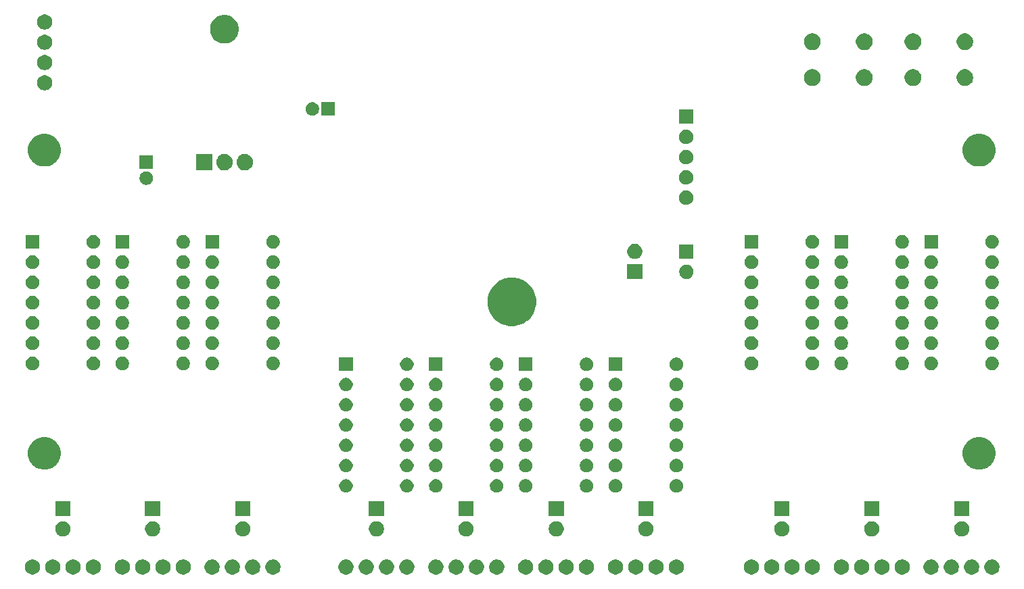
<source format=gbr>
G04 #@! TF.GenerationSoftware,KiCad,Pcbnew,5.1.5+dfsg1-2build2*
G04 #@! TF.CreationDate,2021-04-12T07:14:12+01:00*
G04 #@! TF.ProjectId,alarm_sensors,616c6172-6d5f-4736-956e-736f72732e6b,rev?*
G04 #@! TF.SameCoordinates,Original*
G04 #@! TF.FileFunction,Soldermask,Bot*
G04 #@! TF.FilePolarity,Negative*
%FSLAX46Y46*%
G04 Gerber Fmt 4.6, Leading zero omitted, Abs format (unit mm)*
G04 Created by KiCad (PCBNEW 5.1.5+dfsg1-2build2) date 2021-04-12 07:14:12*
%MOMM*%
%LPD*%
G04 APERTURE LIST*
%ADD10C,0.100000*%
G04 APERTURE END LIST*
D10*
G36*
X200357892Y-129833911D02*
G01*
X200531273Y-129905728D01*
X200687311Y-130009989D01*
X200820011Y-130142689D01*
X200924272Y-130298727D01*
X200996089Y-130472108D01*
X201032700Y-130656167D01*
X201032700Y-130843833D01*
X200996089Y-131027892D01*
X200924272Y-131201273D01*
X200820011Y-131357311D01*
X200687311Y-131490011D01*
X200531273Y-131594272D01*
X200531272Y-131594273D01*
X200531271Y-131594273D01*
X200357892Y-131666089D01*
X200173834Y-131702700D01*
X199986166Y-131702700D01*
X199802108Y-131666089D01*
X199628729Y-131594273D01*
X199628728Y-131594273D01*
X199628727Y-131594272D01*
X199472689Y-131490011D01*
X199339989Y-131357311D01*
X199235728Y-131201273D01*
X199163911Y-131027892D01*
X199127300Y-130843833D01*
X199127300Y-130656167D01*
X199163911Y-130472108D01*
X199235728Y-130298727D01*
X199339989Y-130142689D01*
X199472689Y-130009989D01*
X199628727Y-129905728D01*
X199802108Y-129833911D01*
X199986166Y-129797300D01*
X200173834Y-129797300D01*
X200357892Y-129833911D01*
G37*
G36*
X135817892Y-129833911D02*
G01*
X135991273Y-129905728D01*
X136147311Y-130009989D01*
X136280011Y-130142689D01*
X136384272Y-130298727D01*
X136456089Y-130472108D01*
X136492700Y-130656167D01*
X136492700Y-130843833D01*
X136456089Y-131027892D01*
X136384272Y-131201273D01*
X136280011Y-131357311D01*
X136147311Y-131490011D01*
X135991273Y-131594272D01*
X135991272Y-131594273D01*
X135991271Y-131594273D01*
X135817892Y-131666089D01*
X135633834Y-131702700D01*
X135446166Y-131702700D01*
X135262108Y-131666089D01*
X135088729Y-131594273D01*
X135088728Y-131594273D01*
X135088727Y-131594272D01*
X134932689Y-131490011D01*
X134799989Y-131357311D01*
X134695728Y-131201273D01*
X134623911Y-131027892D01*
X134587300Y-130843833D01*
X134587300Y-130656167D01*
X134623911Y-130472108D01*
X134695728Y-130298727D01*
X134799989Y-130142689D01*
X134932689Y-130009989D01*
X135088727Y-129905728D01*
X135262108Y-129833911D01*
X135446166Y-129797300D01*
X135633834Y-129797300D01*
X135817892Y-129833911D01*
G37*
G36*
X144527892Y-129833911D02*
G01*
X144701273Y-129905728D01*
X144857311Y-130009989D01*
X144990011Y-130142689D01*
X145094272Y-130298727D01*
X145166089Y-130472108D01*
X145202700Y-130656167D01*
X145202700Y-130843833D01*
X145166089Y-131027892D01*
X145094272Y-131201273D01*
X144990011Y-131357311D01*
X144857311Y-131490011D01*
X144701273Y-131594272D01*
X144701272Y-131594273D01*
X144701271Y-131594273D01*
X144527892Y-131666089D01*
X144343834Y-131702700D01*
X144156166Y-131702700D01*
X143972108Y-131666089D01*
X143798729Y-131594273D01*
X143798728Y-131594273D01*
X143798727Y-131594272D01*
X143642689Y-131490011D01*
X143509989Y-131357311D01*
X143405728Y-131201273D01*
X143333911Y-131027892D01*
X143297300Y-130843833D01*
X143297300Y-130656167D01*
X143333911Y-130472108D01*
X143405728Y-130298727D01*
X143509989Y-130142689D01*
X143642689Y-130009989D01*
X143798727Y-129905728D01*
X143972108Y-129833911D01*
X144156166Y-129797300D01*
X144343834Y-129797300D01*
X144527892Y-129833911D01*
G37*
G36*
X147067892Y-129833911D02*
G01*
X147241273Y-129905728D01*
X147397311Y-130009989D01*
X147530011Y-130142689D01*
X147634272Y-130298727D01*
X147706089Y-130472108D01*
X147742700Y-130656167D01*
X147742700Y-130843833D01*
X147706089Y-131027892D01*
X147634272Y-131201273D01*
X147530011Y-131357311D01*
X147397311Y-131490011D01*
X147241273Y-131594272D01*
X147241272Y-131594273D01*
X147241271Y-131594273D01*
X147067892Y-131666089D01*
X146883834Y-131702700D01*
X146696166Y-131702700D01*
X146512108Y-131666089D01*
X146338729Y-131594273D01*
X146338728Y-131594273D01*
X146338727Y-131594272D01*
X146182689Y-131490011D01*
X146049989Y-131357311D01*
X145945728Y-131201273D01*
X145873911Y-131027892D01*
X145837300Y-130843833D01*
X145837300Y-130656167D01*
X145873911Y-130472108D01*
X145945728Y-130298727D01*
X146049989Y-130142689D01*
X146182689Y-130009989D01*
X146338727Y-129905728D01*
X146512108Y-129833911D01*
X146696166Y-129797300D01*
X146883834Y-129797300D01*
X147067892Y-129833911D01*
G37*
G36*
X149607892Y-129833911D02*
G01*
X149781273Y-129905728D01*
X149937311Y-130009989D01*
X150070011Y-130142689D01*
X150174272Y-130298727D01*
X150246089Y-130472108D01*
X150282700Y-130656167D01*
X150282700Y-130843833D01*
X150246089Y-131027892D01*
X150174272Y-131201273D01*
X150070011Y-131357311D01*
X149937311Y-131490011D01*
X149781273Y-131594272D01*
X149781272Y-131594273D01*
X149781271Y-131594273D01*
X149607892Y-131666089D01*
X149423834Y-131702700D01*
X149236166Y-131702700D01*
X149052108Y-131666089D01*
X148878729Y-131594273D01*
X148878728Y-131594273D01*
X148878727Y-131594272D01*
X148722689Y-131490011D01*
X148589989Y-131357311D01*
X148485728Y-131201273D01*
X148413911Y-131027892D01*
X148377300Y-130843833D01*
X148377300Y-130656167D01*
X148413911Y-130472108D01*
X148485728Y-130298727D01*
X148589989Y-130142689D01*
X148722689Y-130009989D01*
X148878727Y-129905728D01*
X149052108Y-129833911D01*
X149236166Y-129797300D01*
X149423834Y-129797300D01*
X149607892Y-129833911D01*
G37*
G36*
X152147892Y-129833911D02*
G01*
X152321273Y-129905728D01*
X152477311Y-130009989D01*
X152610011Y-130142689D01*
X152714272Y-130298727D01*
X152786089Y-130472108D01*
X152822700Y-130656167D01*
X152822700Y-130843833D01*
X152786089Y-131027892D01*
X152714272Y-131201273D01*
X152610011Y-131357311D01*
X152477311Y-131490011D01*
X152321273Y-131594272D01*
X152321272Y-131594273D01*
X152321271Y-131594273D01*
X152147892Y-131666089D01*
X151963834Y-131702700D01*
X151776166Y-131702700D01*
X151592108Y-131666089D01*
X151418729Y-131594273D01*
X151418728Y-131594273D01*
X151418727Y-131594272D01*
X151262689Y-131490011D01*
X151129989Y-131357311D01*
X151025728Y-131201273D01*
X150953911Y-131027892D01*
X150917300Y-130843833D01*
X150917300Y-130656167D01*
X150953911Y-130472108D01*
X151025728Y-130298727D01*
X151129989Y-130142689D01*
X151262689Y-130009989D01*
X151418727Y-129905728D01*
X151592108Y-129833911D01*
X151776166Y-129797300D01*
X151963834Y-129797300D01*
X152147892Y-129833911D01*
G37*
G36*
X112897892Y-129833911D02*
G01*
X113071273Y-129905728D01*
X113227311Y-130009989D01*
X113360011Y-130142689D01*
X113464272Y-130298727D01*
X113536089Y-130472108D01*
X113572700Y-130656167D01*
X113572700Y-130843833D01*
X113536089Y-131027892D01*
X113464272Y-131201273D01*
X113360011Y-131357311D01*
X113227311Y-131490011D01*
X113071273Y-131594272D01*
X113071272Y-131594273D01*
X113071271Y-131594273D01*
X112897892Y-131666089D01*
X112713834Y-131702700D01*
X112526166Y-131702700D01*
X112342108Y-131666089D01*
X112168729Y-131594273D01*
X112168728Y-131594273D01*
X112168727Y-131594272D01*
X112012689Y-131490011D01*
X111879989Y-131357311D01*
X111775728Y-131201273D01*
X111703911Y-131027892D01*
X111667300Y-130843833D01*
X111667300Y-130656167D01*
X111703911Y-130472108D01*
X111775728Y-130298727D01*
X111879989Y-130142689D01*
X112012689Y-130009989D01*
X112168727Y-129905728D01*
X112342108Y-129833911D01*
X112526166Y-129797300D01*
X112713834Y-129797300D01*
X112897892Y-129833911D01*
G37*
G36*
X110357892Y-129833911D02*
G01*
X110531273Y-129905728D01*
X110687311Y-130009989D01*
X110820011Y-130142689D01*
X110924272Y-130298727D01*
X110996089Y-130472108D01*
X111032700Y-130656167D01*
X111032700Y-130843833D01*
X110996089Y-131027892D01*
X110924272Y-131201273D01*
X110820011Y-131357311D01*
X110687311Y-131490011D01*
X110531273Y-131594272D01*
X110531272Y-131594273D01*
X110531271Y-131594273D01*
X110357892Y-131666089D01*
X110173834Y-131702700D01*
X109986166Y-131702700D01*
X109802108Y-131666089D01*
X109628729Y-131594273D01*
X109628728Y-131594273D01*
X109628727Y-131594272D01*
X109472689Y-131490011D01*
X109339989Y-131357311D01*
X109235728Y-131201273D01*
X109163911Y-131027892D01*
X109127300Y-130843833D01*
X109127300Y-130656167D01*
X109163911Y-130472108D01*
X109235728Y-130298727D01*
X109339989Y-130142689D01*
X109472689Y-130009989D01*
X109628727Y-129905728D01*
X109802108Y-129833911D01*
X109986166Y-129797300D01*
X110173834Y-129797300D01*
X110357892Y-129833911D01*
G37*
G36*
X107817892Y-129833911D02*
G01*
X107991273Y-129905728D01*
X108147311Y-130009989D01*
X108280011Y-130142689D01*
X108384272Y-130298727D01*
X108456089Y-130472108D01*
X108492700Y-130656167D01*
X108492700Y-130843833D01*
X108456089Y-131027892D01*
X108384272Y-131201273D01*
X108280011Y-131357311D01*
X108147311Y-131490011D01*
X107991273Y-131594272D01*
X107991272Y-131594273D01*
X107991271Y-131594273D01*
X107817892Y-131666089D01*
X107633834Y-131702700D01*
X107446166Y-131702700D01*
X107262108Y-131666089D01*
X107088729Y-131594273D01*
X107088728Y-131594273D01*
X107088727Y-131594272D01*
X106932689Y-131490011D01*
X106799989Y-131357311D01*
X106695728Y-131201273D01*
X106623911Y-131027892D01*
X106587300Y-130843833D01*
X106587300Y-130656167D01*
X106623911Y-130472108D01*
X106695728Y-130298727D01*
X106799989Y-130142689D01*
X106932689Y-130009989D01*
X107088727Y-129905728D01*
X107262108Y-129833911D01*
X107446166Y-129797300D01*
X107633834Y-129797300D01*
X107817892Y-129833911D01*
G37*
G36*
X105277892Y-129833911D02*
G01*
X105451273Y-129905728D01*
X105607311Y-130009989D01*
X105740011Y-130142689D01*
X105844272Y-130298727D01*
X105916089Y-130472108D01*
X105952700Y-130656167D01*
X105952700Y-130843833D01*
X105916089Y-131027892D01*
X105844272Y-131201273D01*
X105740011Y-131357311D01*
X105607311Y-131490011D01*
X105451273Y-131594272D01*
X105451272Y-131594273D01*
X105451271Y-131594273D01*
X105277892Y-131666089D01*
X105093834Y-131702700D01*
X104906166Y-131702700D01*
X104722108Y-131666089D01*
X104548729Y-131594273D01*
X104548728Y-131594273D01*
X104548727Y-131594272D01*
X104392689Y-131490011D01*
X104259989Y-131357311D01*
X104155728Y-131201273D01*
X104083911Y-131027892D01*
X104047300Y-130843833D01*
X104047300Y-130656167D01*
X104083911Y-130472108D01*
X104155728Y-130298727D01*
X104259989Y-130142689D01*
X104392689Y-130009989D01*
X104548727Y-129905728D01*
X104722108Y-129833911D01*
X104906166Y-129797300D01*
X105093834Y-129797300D01*
X105277892Y-129833911D01*
G37*
G36*
X133277892Y-129833911D02*
G01*
X133451273Y-129905728D01*
X133607311Y-130009989D01*
X133740011Y-130142689D01*
X133844272Y-130298727D01*
X133916089Y-130472108D01*
X133952700Y-130656167D01*
X133952700Y-130843833D01*
X133916089Y-131027892D01*
X133844272Y-131201273D01*
X133740011Y-131357311D01*
X133607311Y-131490011D01*
X133451273Y-131594272D01*
X133451272Y-131594273D01*
X133451271Y-131594273D01*
X133277892Y-131666089D01*
X133093834Y-131702700D01*
X132906166Y-131702700D01*
X132722108Y-131666089D01*
X132548729Y-131594273D01*
X132548728Y-131594273D01*
X132548727Y-131594272D01*
X132392689Y-131490011D01*
X132259989Y-131357311D01*
X132155728Y-131201273D01*
X132083911Y-131027892D01*
X132047300Y-130843833D01*
X132047300Y-130656167D01*
X132083911Y-130472108D01*
X132155728Y-130298727D01*
X132259989Y-130142689D01*
X132392689Y-130009989D01*
X132548727Y-129905728D01*
X132722108Y-129833911D01*
X132906166Y-129797300D01*
X133093834Y-129797300D01*
X133277892Y-129833911D01*
G37*
G36*
X155777892Y-129833911D02*
G01*
X155951273Y-129905728D01*
X156107311Y-130009989D01*
X156240011Y-130142689D01*
X156344272Y-130298727D01*
X156416089Y-130472108D01*
X156452700Y-130656167D01*
X156452700Y-130843833D01*
X156416089Y-131027892D01*
X156344272Y-131201273D01*
X156240011Y-131357311D01*
X156107311Y-131490011D01*
X155951273Y-131594272D01*
X155951272Y-131594273D01*
X155951271Y-131594273D01*
X155777892Y-131666089D01*
X155593834Y-131702700D01*
X155406166Y-131702700D01*
X155222108Y-131666089D01*
X155048729Y-131594273D01*
X155048728Y-131594273D01*
X155048727Y-131594272D01*
X154892689Y-131490011D01*
X154759989Y-131357311D01*
X154655728Y-131201273D01*
X154583911Y-131027892D01*
X154547300Y-130843833D01*
X154547300Y-130656167D01*
X154583911Y-130472108D01*
X154655728Y-130298727D01*
X154759989Y-130142689D01*
X154892689Y-130009989D01*
X155048727Y-129905728D01*
X155222108Y-129833911D01*
X155406166Y-129797300D01*
X155593834Y-129797300D01*
X155777892Y-129833911D01*
G37*
G36*
X138357892Y-129833911D02*
G01*
X138531273Y-129905728D01*
X138687311Y-130009989D01*
X138820011Y-130142689D01*
X138924272Y-130298727D01*
X138996089Y-130472108D01*
X139032700Y-130656167D01*
X139032700Y-130843833D01*
X138996089Y-131027892D01*
X138924272Y-131201273D01*
X138820011Y-131357311D01*
X138687311Y-131490011D01*
X138531273Y-131594272D01*
X138531272Y-131594273D01*
X138531271Y-131594273D01*
X138357892Y-131666089D01*
X138173834Y-131702700D01*
X137986166Y-131702700D01*
X137802108Y-131666089D01*
X137628729Y-131594273D01*
X137628728Y-131594273D01*
X137628727Y-131594272D01*
X137472689Y-131490011D01*
X137339989Y-131357311D01*
X137235728Y-131201273D01*
X137163911Y-131027892D01*
X137127300Y-130843833D01*
X137127300Y-130656167D01*
X137163911Y-130472108D01*
X137235728Y-130298727D01*
X137339989Y-130142689D01*
X137472689Y-130009989D01*
X137628727Y-129905728D01*
X137802108Y-129833911D01*
X137986166Y-129797300D01*
X138173834Y-129797300D01*
X138357892Y-129833911D01*
G37*
G36*
X140897892Y-129833911D02*
G01*
X141071273Y-129905728D01*
X141227311Y-130009989D01*
X141360011Y-130142689D01*
X141464272Y-130298727D01*
X141536089Y-130472108D01*
X141572700Y-130656167D01*
X141572700Y-130843833D01*
X141536089Y-131027892D01*
X141464272Y-131201273D01*
X141360011Y-131357311D01*
X141227311Y-131490011D01*
X141071273Y-131594272D01*
X141071272Y-131594273D01*
X141071271Y-131594273D01*
X140897892Y-131666089D01*
X140713834Y-131702700D01*
X140526166Y-131702700D01*
X140342108Y-131666089D01*
X140168729Y-131594273D01*
X140168728Y-131594273D01*
X140168727Y-131594272D01*
X140012689Y-131490011D01*
X139879989Y-131357311D01*
X139775728Y-131201273D01*
X139703911Y-131027892D01*
X139667300Y-130843833D01*
X139667300Y-130656167D01*
X139703911Y-130472108D01*
X139775728Y-130298727D01*
X139879989Y-130142689D01*
X140012689Y-130009989D01*
X140168727Y-129905728D01*
X140342108Y-129833911D01*
X140526166Y-129797300D01*
X140713834Y-129797300D01*
X140897892Y-129833911D01*
G37*
G36*
X191647892Y-129833911D02*
G01*
X191821273Y-129905728D01*
X191977311Y-130009989D01*
X192110011Y-130142689D01*
X192214272Y-130298727D01*
X192286089Y-130472108D01*
X192322700Y-130656167D01*
X192322700Y-130843833D01*
X192286089Y-131027892D01*
X192214272Y-131201273D01*
X192110011Y-131357311D01*
X191977311Y-131490011D01*
X191821273Y-131594272D01*
X191821272Y-131594273D01*
X191821271Y-131594273D01*
X191647892Y-131666089D01*
X191463834Y-131702700D01*
X191276166Y-131702700D01*
X191092108Y-131666089D01*
X190918729Y-131594273D01*
X190918728Y-131594273D01*
X190918727Y-131594272D01*
X190762689Y-131490011D01*
X190629989Y-131357311D01*
X190525728Y-131201273D01*
X190453911Y-131027892D01*
X190417300Y-130843833D01*
X190417300Y-130656167D01*
X190453911Y-130472108D01*
X190525728Y-130298727D01*
X190629989Y-130142689D01*
X190762689Y-130009989D01*
X190918727Y-129905728D01*
X191092108Y-129833911D01*
X191276166Y-129797300D01*
X191463834Y-129797300D01*
X191647892Y-129833911D01*
G37*
G36*
X189107892Y-129833911D02*
G01*
X189281273Y-129905728D01*
X189437311Y-130009989D01*
X189570011Y-130142689D01*
X189674272Y-130298727D01*
X189746089Y-130472108D01*
X189782700Y-130656167D01*
X189782700Y-130843833D01*
X189746089Y-131027892D01*
X189674272Y-131201273D01*
X189570011Y-131357311D01*
X189437311Y-131490011D01*
X189281273Y-131594272D01*
X189281272Y-131594273D01*
X189281271Y-131594273D01*
X189107892Y-131666089D01*
X188923834Y-131702700D01*
X188736166Y-131702700D01*
X188552108Y-131666089D01*
X188378729Y-131594273D01*
X188378728Y-131594273D01*
X188378727Y-131594272D01*
X188222689Y-131490011D01*
X188089989Y-131357311D01*
X187985728Y-131201273D01*
X187913911Y-131027892D01*
X187877300Y-130843833D01*
X187877300Y-130656167D01*
X187913911Y-130472108D01*
X187985728Y-130298727D01*
X188089989Y-130142689D01*
X188222689Y-130009989D01*
X188378727Y-129905728D01*
X188552108Y-129833911D01*
X188736166Y-129797300D01*
X188923834Y-129797300D01*
X189107892Y-129833911D01*
G37*
G36*
X186567892Y-129833911D02*
G01*
X186741273Y-129905728D01*
X186897311Y-130009989D01*
X187030011Y-130142689D01*
X187134272Y-130298727D01*
X187206089Y-130472108D01*
X187242700Y-130656167D01*
X187242700Y-130843833D01*
X187206089Y-131027892D01*
X187134272Y-131201273D01*
X187030011Y-131357311D01*
X186897311Y-131490011D01*
X186741273Y-131594272D01*
X186741272Y-131594273D01*
X186741271Y-131594273D01*
X186567892Y-131666089D01*
X186383834Y-131702700D01*
X186196166Y-131702700D01*
X186012108Y-131666089D01*
X185838729Y-131594273D01*
X185838728Y-131594273D01*
X185838727Y-131594272D01*
X185682689Y-131490011D01*
X185549989Y-131357311D01*
X185445728Y-131201273D01*
X185373911Y-131027892D01*
X185337300Y-130843833D01*
X185337300Y-130656167D01*
X185373911Y-130472108D01*
X185445728Y-130298727D01*
X185549989Y-130142689D01*
X185682689Y-130009989D01*
X185838727Y-129905728D01*
X186012108Y-129833911D01*
X186196166Y-129797300D01*
X186383834Y-129797300D01*
X186567892Y-129833911D01*
G37*
G36*
X184027892Y-129833911D02*
G01*
X184201273Y-129905728D01*
X184357311Y-130009989D01*
X184490011Y-130142689D01*
X184594272Y-130298727D01*
X184666089Y-130472108D01*
X184702700Y-130656167D01*
X184702700Y-130843833D01*
X184666089Y-131027892D01*
X184594272Y-131201273D01*
X184490011Y-131357311D01*
X184357311Y-131490011D01*
X184201273Y-131594272D01*
X184201272Y-131594273D01*
X184201271Y-131594273D01*
X184027892Y-131666089D01*
X183843834Y-131702700D01*
X183656166Y-131702700D01*
X183472108Y-131666089D01*
X183298729Y-131594273D01*
X183298728Y-131594273D01*
X183298727Y-131594272D01*
X183142689Y-131490011D01*
X183009989Y-131357311D01*
X182905728Y-131201273D01*
X182833911Y-131027892D01*
X182797300Y-130843833D01*
X182797300Y-130656167D01*
X182833911Y-130472108D01*
X182905728Y-130298727D01*
X183009989Y-130142689D01*
X183142689Y-130009989D01*
X183298727Y-129905728D01*
X183472108Y-129833911D01*
X183656166Y-129797300D01*
X183843834Y-129797300D01*
X184027892Y-129833911D01*
G37*
G36*
X202897892Y-129833911D02*
G01*
X203071273Y-129905728D01*
X203227311Y-130009989D01*
X203360011Y-130142689D01*
X203464272Y-130298727D01*
X203536089Y-130472108D01*
X203572700Y-130656167D01*
X203572700Y-130843833D01*
X203536089Y-131027892D01*
X203464272Y-131201273D01*
X203360011Y-131357311D01*
X203227311Y-131490011D01*
X203071273Y-131594272D01*
X203071272Y-131594273D01*
X203071271Y-131594273D01*
X202897892Y-131666089D01*
X202713834Y-131702700D01*
X202526166Y-131702700D01*
X202342108Y-131666089D01*
X202168729Y-131594273D01*
X202168728Y-131594273D01*
X202168727Y-131594272D01*
X202012689Y-131490011D01*
X201879989Y-131357311D01*
X201775728Y-131201273D01*
X201703911Y-131027892D01*
X201667300Y-130843833D01*
X201667300Y-130656167D01*
X201703911Y-130472108D01*
X201775728Y-130298727D01*
X201879989Y-130142689D01*
X202012689Y-130009989D01*
X202168727Y-129905728D01*
X202342108Y-129833911D01*
X202526166Y-129797300D01*
X202713834Y-129797300D01*
X202897892Y-129833911D01*
G37*
G36*
X197817892Y-129833911D02*
G01*
X197991273Y-129905728D01*
X198147311Y-130009989D01*
X198280011Y-130142689D01*
X198384272Y-130298727D01*
X198456089Y-130472108D01*
X198492700Y-130656167D01*
X198492700Y-130843833D01*
X198456089Y-131027892D01*
X198384272Y-131201273D01*
X198280011Y-131357311D01*
X198147311Y-131490011D01*
X197991273Y-131594272D01*
X197991272Y-131594273D01*
X197991271Y-131594273D01*
X197817892Y-131666089D01*
X197633834Y-131702700D01*
X197446166Y-131702700D01*
X197262108Y-131666089D01*
X197088729Y-131594273D01*
X197088728Y-131594273D01*
X197088727Y-131594272D01*
X196932689Y-131490011D01*
X196799989Y-131357311D01*
X196695728Y-131201273D01*
X196623911Y-131027892D01*
X196587300Y-130843833D01*
X196587300Y-130656167D01*
X196623911Y-130472108D01*
X196695728Y-130298727D01*
X196799989Y-130142689D01*
X196932689Y-130009989D01*
X197088727Y-129905728D01*
X197262108Y-129833911D01*
X197446166Y-129797300D01*
X197633834Y-129797300D01*
X197817892Y-129833911D01*
G37*
G36*
X85317892Y-129833911D02*
G01*
X85491273Y-129905728D01*
X85647311Y-130009989D01*
X85780011Y-130142689D01*
X85884272Y-130298727D01*
X85956089Y-130472108D01*
X85992700Y-130656167D01*
X85992700Y-130843833D01*
X85956089Y-131027892D01*
X85884272Y-131201273D01*
X85780011Y-131357311D01*
X85647311Y-131490011D01*
X85491273Y-131594272D01*
X85491272Y-131594273D01*
X85491271Y-131594273D01*
X85317892Y-131666089D01*
X85133834Y-131702700D01*
X84946166Y-131702700D01*
X84762108Y-131666089D01*
X84588729Y-131594273D01*
X84588728Y-131594273D01*
X84588727Y-131594272D01*
X84432689Y-131490011D01*
X84299989Y-131357311D01*
X84195728Y-131201273D01*
X84123911Y-131027892D01*
X84087300Y-130843833D01*
X84087300Y-130656167D01*
X84123911Y-130472108D01*
X84195728Y-130298727D01*
X84299989Y-130142689D01*
X84432689Y-130009989D01*
X84588727Y-129905728D01*
X84762108Y-129833911D01*
X84946166Y-129797300D01*
X85133834Y-129797300D01*
X85317892Y-129833911D01*
G37*
G36*
X175317892Y-129833911D02*
G01*
X175491273Y-129905728D01*
X175647311Y-130009989D01*
X175780011Y-130142689D01*
X175884272Y-130298727D01*
X175956089Y-130472108D01*
X175992700Y-130656167D01*
X175992700Y-130843833D01*
X175956089Y-131027892D01*
X175884272Y-131201273D01*
X175780011Y-131357311D01*
X175647311Y-131490011D01*
X175491273Y-131594272D01*
X175491272Y-131594273D01*
X175491271Y-131594273D01*
X175317892Y-131666089D01*
X175133834Y-131702700D01*
X174946166Y-131702700D01*
X174762108Y-131666089D01*
X174588729Y-131594273D01*
X174588728Y-131594273D01*
X174588727Y-131594272D01*
X174432689Y-131490011D01*
X174299989Y-131357311D01*
X174195728Y-131201273D01*
X174123911Y-131027892D01*
X174087300Y-130843833D01*
X174087300Y-130656167D01*
X174123911Y-130472108D01*
X174195728Y-130298727D01*
X174299989Y-130142689D01*
X174432689Y-130009989D01*
X174588727Y-129905728D01*
X174762108Y-129833911D01*
X174946166Y-129797300D01*
X175133834Y-129797300D01*
X175317892Y-129833911D01*
G37*
G36*
X158317892Y-129833911D02*
G01*
X158491273Y-129905728D01*
X158647311Y-130009989D01*
X158780011Y-130142689D01*
X158884272Y-130298727D01*
X158956089Y-130472108D01*
X158992700Y-130656167D01*
X158992700Y-130843833D01*
X158956089Y-131027892D01*
X158884272Y-131201273D01*
X158780011Y-131357311D01*
X158647311Y-131490011D01*
X158491273Y-131594272D01*
X158491272Y-131594273D01*
X158491271Y-131594273D01*
X158317892Y-131666089D01*
X158133834Y-131702700D01*
X157946166Y-131702700D01*
X157762108Y-131666089D01*
X157588729Y-131594273D01*
X157588728Y-131594273D01*
X157588727Y-131594272D01*
X157432689Y-131490011D01*
X157299989Y-131357311D01*
X157195728Y-131201273D01*
X157123911Y-131027892D01*
X157087300Y-130843833D01*
X157087300Y-130656167D01*
X157123911Y-130472108D01*
X157195728Y-130298727D01*
X157299989Y-130142689D01*
X157432689Y-130009989D01*
X157588727Y-129905728D01*
X157762108Y-129833911D01*
X157946166Y-129797300D01*
X158133834Y-129797300D01*
X158317892Y-129833911D01*
G37*
G36*
X160857892Y-129833911D02*
G01*
X161031273Y-129905728D01*
X161187311Y-130009989D01*
X161320011Y-130142689D01*
X161424272Y-130298727D01*
X161496089Y-130472108D01*
X161532700Y-130656167D01*
X161532700Y-130843833D01*
X161496089Y-131027892D01*
X161424272Y-131201273D01*
X161320011Y-131357311D01*
X161187311Y-131490011D01*
X161031273Y-131594272D01*
X161031272Y-131594273D01*
X161031271Y-131594273D01*
X160857892Y-131666089D01*
X160673834Y-131702700D01*
X160486166Y-131702700D01*
X160302108Y-131666089D01*
X160128729Y-131594273D01*
X160128728Y-131594273D01*
X160128727Y-131594272D01*
X159972689Y-131490011D01*
X159839989Y-131357311D01*
X159735728Y-131201273D01*
X159663911Y-131027892D01*
X159627300Y-130843833D01*
X159627300Y-130656167D01*
X159663911Y-130472108D01*
X159735728Y-130298727D01*
X159839989Y-130142689D01*
X159972689Y-130009989D01*
X160128727Y-129905728D01*
X160302108Y-129833911D01*
X160486166Y-129797300D01*
X160673834Y-129797300D01*
X160857892Y-129833911D01*
G37*
G36*
X163397892Y-129833911D02*
G01*
X163571273Y-129905728D01*
X163727311Y-130009989D01*
X163860011Y-130142689D01*
X163964272Y-130298727D01*
X164036089Y-130472108D01*
X164072700Y-130656167D01*
X164072700Y-130843833D01*
X164036089Y-131027892D01*
X163964272Y-131201273D01*
X163860011Y-131357311D01*
X163727311Y-131490011D01*
X163571273Y-131594272D01*
X163571272Y-131594273D01*
X163571271Y-131594273D01*
X163397892Y-131666089D01*
X163213834Y-131702700D01*
X163026166Y-131702700D01*
X162842108Y-131666089D01*
X162668729Y-131594273D01*
X162668728Y-131594273D01*
X162668727Y-131594272D01*
X162512689Y-131490011D01*
X162379989Y-131357311D01*
X162275728Y-131201273D01*
X162203911Y-131027892D01*
X162167300Y-130843833D01*
X162167300Y-130656167D01*
X162203911Y-130472108D01*
X162275728Y-130298727D01*
X162379989Y-130142689D01*
X162512689Y-130009989D01*
X162668727Y-129905728D01*
X162842108Y-129833911D01*
X163026166Y-129797300D01*
X163213834Y-129797300D01*
X163397892Y-129833911D01*
G37*
G36*
X101647892Y-129833911D02*
G01*
X101821273Y-129905728D01*
X101977311Y-130009989D01*
X102110011Y-130142689D01*
X102214272Y-130298727D01*
X102286089Y-130472108D01*
X102322700Y-130656167D01*
X102322700Y-130843833D01*
X102286089Y-131027892D01*
X102214272Y-131201273D01*
X102110011Y-131357311D01*
X101977311Y-131490011D01*
X101821273Y-131594272D01*
X101821272Y-131594273D01*
X101821271Y-131594273D01*
X101647892Y-131666089D01*
X101463834Y-131702700D01*
X101276166Y-131702700D01*
X101092108Y-131666089D01*
X100918729Y-131594273D01*
X100918728Y-131594273D01*
X100918727Y-131594272D01*
X100762689Y-131490011D01*
X100629989Y-131357311D01*
X100525728Y-131201273D01*
X100453911Y-131027892D01*
X100417300Y-130843833D01*
X100417300Y-130656167D01*
X100453911Y-130472108D01*
X100525728Y-130298727D01*
X100629989Y-130142689D01*
X100762689Y-130009989D01*
X100918727Y-129905728D01*
X101092108Y-129833911D01*
X101276166Y-129797300D01*
X101463834Y-129797300D01*
X101647892Y-129833911D01*
G37*
G36*
X99107892Y-129833911D02*
G01*
X99281273Y-129905728D01*
X99437311Y-130009989D01*
X99570011Y-130142689D01*
X99674272Y-130298727D01*
X99746089Y-130472108D01*
X99782700Y-130656167D01*
X99782700Y-130843833D01*
X99746089Y-131027892D01*
X99674272Y-131201273D01*
X99570011Y-131357311D01*
X99437311Y-131490011D01*
X99281273Y-131594272D01*
X99281272Y-131594273D01*
X99281271Y-131594273D01*
X99107892Y-131666089D01*
X98923834Y-131702700D01*
X98736166Y-131702700D01*
X98552108Y-131666089D01*
X98378729Y-131594273D01*
X98378728Y-131594273D01*
X98378727Y-131594272D01*
X98222689Y-131490011D01*
X98089989Y-131357311D01*
X97985728Y-131201273D01*
X97913911Y-131027892D01*
X97877300Y-130843833D01*
X97877300Y-130656167D01*
X97913911Y-130472108D01*
X97985728Y-130298727D01*
X98089989Y-130142689D01*
X98222689Y-130009989D01*
X98378727Y-129905728D01*
X98552108Y-129833911D01*
X98736166Y-129797300D01*
X98923834Y-129797300D01*
X99107892Y-129833911D01*
G37*
G36*
X96567892Y-129833911D02*
G01*
X96741273Y-129905728D01*
X96897311Y-130009989D01*
X97030011Y-130142689D01*
X97134272Y-130298727D01*
X97206089Y-130472108D01*
X97242700Y-130656167D01*
X97242700Y-130843833D01*
X97206089Y-131027892D01*
X97134272Y-131201273D01*
X97030011Y-131357311D01*
X96897311Y-131490011D01*
X96741273Y-131594272D01*
X96741272Y-131594273D01*
X96741271Y-131594273D01*
X96567892Y-131666089D01*
X96383834Y-131702700D01*
X96196166Y-131702700D01*
X96012108Y-131666089D01*
X95838729Y-131594273D01*
X95838728Y-131594273D01*
X95838727Y-131594272D01*
X95682689Y-131490011D01*
X95549989Y-131357311D01*
X95445728Y-131201273D01*
X95373911Y-131027892D01*
X95337300Y-130843833D01*
X95337300Y-130656167D01*
X95373911Y-130472108D01*
X95445728Y-130298727D01*
X95549989Y-130142689D01*
X95682689Y-130009989D01*
X95838727Y-129905728D01*
X96012108Y-129833911D01*
X96196166Y-129797300D01*
X96383834Y-129797300D01*
X96567892Y-129833911D01*
G37*
G36*
X94027892Y-129833911D02*
G01*
X94201273Y-129905728D01*
X94357311Y-130009989D01*
X94490011Y-130142689D01*
X94594272Y-130298727D01*
X94666089Y-130472108D01*
X94702700Y-130656167D01*
X94702700Y-130843833D01*
X94666089Y-131027892D01*
X94594272Y-131201273D01*
X94490011Y-131357311D01*
X94357311Y-131490011D01*
X94201273Y-131594272D01*
X94201272Y-131594273D01*
X94201271Y-131594273D01*
X94027892Y-131666089D01*
X93843834Y-131702700D01*
X93656166Y-131702700D01*
X93472108Y-131666089D01*
X93298729Y-131594273D01*
X93298728Y-131594273D01*
X93298727Y-131594272D01*
X93142689Y-131490011D01*
X93009989Y-131357311D01*
X92905728Y-131201273D01*
X92833911Y-131027892D01*
X92797300Y-130843833D01*
X92797300Y-130656167D01*
X92833911Y-130472108D01*
X92905728Y-130298727D01*
X93009989Y-130142689D01*
X93142689Y-130009989D01*
X93298727Y-129905728D01*
X93472108Y-129833911D01*
X93656166Y-129797300D01*
X93843834Y-129797300D01*
X94027892Y-129833911D01*
G37*
G36*
X90397892Y-129833911D02*
G01*
X90571273Y-129905728D01*
X90727311Y-130009989D01*
X90860011Y-130142689D01*
X90964272Y-130298727D01*
X91036089Y-130472108D01*
X91072700Y-130656167D01*
X91072700Y-130843833D01*
X91036089Y-131027892D01*
X90964272Y-131201273D01*
X90860011Y-131357311D01*
X90727311Y-131490011D01*
X90571273Y-131594272D01*
X90571272Y-131594273D01*
X90571271Y-131594273D01*
X90397892Y-131666089D01*
X90213834Y-131702700D01*
X90026166Y-131702700D01*
X89842108Y-131666089D01*
X89668729Y-131594273D01*
X89668728Y-131594273D01*
X89668727Y-131594272D01*
X89512689Y-131490011D01*
X89379989Y-131357311D01*
X89275728Y-131201273D01*
X89203911Y-131027892D01*
X89167300Y-130843833D01*
X89167300Y-130656167D01*
X89203911Y-130472108D01*
X89275728Y-130298727D01*
X89379989Y-130142689D01*
X89512689Y-130009989D01*
X89668727Y-129905728D01*
X89842108Y-129833911D01*
X90026166Y-129797300D01*
X90213834Y-129797300D01*
X90397892Y-129833911D01*
G37*
G36*
X87857892Y-129833911D02*
G01*
X88031273Y-129905728D01*
X88187311Y-130009989D01*
X88320011Y-130142689D01*
X88424272Y-130298727D01*
X88496089Y-130472108D01*
X88532700Y-130656167D01*
X88532700Y-130843833D01*
X88496089Y-131027892D01*
X88424272Y-131201273D01*
X88320011Y-131357311D01*
X88187311Y-131490011D01*
X88031273Y-131594272D01*
X88031272Y-131594273D01*
X88031271Y-131594273D01*
X87857892Y-131666089D01*
X87673834Y-131702700D01*
X87486166Y-131702700D01*
X87302108Y-131666089D01*
X87128729Y-131594273D01*
X87128728Y-131594273D01*
X87128727Y-131594272D01*
X86972689Y-131490011D01*
X86839989Y-131357311D01*
X86735728Y-131201273D01*
X86663911Y-131027892D01*
X86627300Y-130843833D01*
X86627300Y-130656167D01*
X86663911Y-130472108D01*
X86735728Y-130298727D01*
X86839989Y-130142689D01*
X86972689Y-130009989D01*
X87128727Y-129905728D01*
X87302108Y-129833911D01*
X87486166Y-129797300D01*
X87673834Y-129797300D01*
X87857892Y-129833911D01*
G37*
G36*
X82777892Y-129833911D02*
G01*
X82951273Y-129905728D01*
X83107311Y-130009989D01*
X83240011Y-130142689D01*
X83344272Y-130298727D01*
X83416089Y-130472108D01*
X83452700Y-130656167D01*
X83452700Y-130843833D01*
X83416089Y-131027892D01*
X83344272Y-131201273D01*
X83240011Y-131357311D01*
X83107311Y-131490011D01*
X82951273Y-131594272D01*
X82951272Y-131594273D01*
X82951271Y-131594273D01*
X82777892Y-131666089D01*
X82593834Y-131702700D01*
X82406166Y-131702700D01*
X82222108Y-131666089D01*
X82048729Y-131594273D01*
X82048728Y-131594273D01*
X82048727Y-131594272D01*
X81892689Y-131490011D01*
X81759989Y-131357311D01*
X81655728Y-131201273D01*
X81583911Y-131027892D01*
X81547300Y-130843833D01*
X81547300Y-130656167D01*
X81583911Y-130472108D01*
X81655728Y-130298727D01*
X81759989Y-130142689D01*
X81892689Y-130009989D01*
X82048727Y-129905728D01*
X82222108Y-129833911D01*
X82406166Y-129797300D01*
X82593834Y-129797300D01*
X82777892Y-129833911D01*
G37*
G36*
X122027892Y-129833911D02*
G01*
X122201273Y-129905728D01*
X122357311Y-130009989D01*
X122490011Y-130142689D01*
X122594272Y-130298727D01*
X122666089Y-130472108D01*
X122702700Y-130656167D01*
X122702700Y-130843833D01*
X122666089Y-131027892D01*
X122594272Y-131201273D01*
X122490011Y-131357311D01*
X122357311Y-131490011D01*
X122201273Y-131594272D01*
X122201272Y-131594273D01*
X122201271Y-131594273D01*
X122027892Y-131666089D01*
X121843834Y-131702700D01*
X121656166Y-131702700D01*
X121472108Y-131666089D01*
X121298729Y-131594273D01*
X121298728Y-131594273D01*
X121298727Y-131594272D01*
X121142689Y-131490011D01*
X121009989Y-131357311D01*
X120905728Y-131201273D01*
X120833911Y-131027892D01*
X120797300Y-130843833D01*
X120797300Y-130656167D01*
X120833911Y-130472108D01*
X120905728Y-130298727D01*
X121009989Y-130142689D01*
X121142689Y-130009989D01*
X121298727Y-129905728D01*
X121472108Y-129833911D01*
X121656166Y-129797300D01*
X121843834Y-129797300D01*
X122027892Y-129833911D01*
G37*
G36*
X124567892Y-129833911D02*
G01*
X124741273Y-129905728D01*
X124897311Y-130009989D01*
X125030011Y-130142689D01*
X125134272Y-130298727D01*
X125206089Y-130472108D01*
X125242700Y-130656167D01*
X125242700Y-130843833D01*
X125206089Y-131027892D01*
X125134272Y-131201273D01*
X125030011Y-131357311D01*
X124897311Y-131490011D01*
X124741273Y-131594272D01*
X124741272Y-131594273D01*
X124741271Y-131594273D01*
X124567892Y-131666089D01*
X124383834Y-131702700D01*
X124196166Y-131702700D01*
X124012108Y-131666089D01*
X123838729Y-131594273D01*
X123838728Y-131594273D01*
X123838727Y-131594272D01*
X123682689Y-131490011D01*
X123549989Y-131357311D01*
X123445728Y-131201273D01*
X123373911Y-131027892D01*
X123337300Y-130843833D01*
X123337300Y-130656167D01*
X123373911Y-130472108D01*
X123445728Y-130298727D01*
X123549989Y-130142689D01*
X123682689Y-130009989D01*
X123838727Y-129905728D01*
X124012108Y-129833911D01*
X124196166Y-129797300D01*
X124383834Y-129797300D01*
X124567892Y-129833911D01*
G37*
G36*
X127107892Y-129833911D02*
G01*
X127281273Y-129905728D01*
X127437311Y-130009989D01*
X127570011Y-130142689D01*
X127674272Y-130298727D01*
X127746089Y-130472108D01*
X127782700Y-130656167D01*
X127782700Y-130843833D01*
X127746089Y-131027892D01*
X127674272Y-131201273D01*
X127570011Y-131357311D01*
X127437311Y-131490011D01*
X127281273Y-131594272D01*
X127281272Y-131594273D01*
X127281271Y-131594273D01*
X127107892Y-131666089D01*
X126923834Y-131702700D01*
X126736166Y-131702700D01*
X126552108Y-131666089D01*
X126378729Y-131594273D01*
X126378728Y-131594273D01*
X126378727Y-131594272D01*
X126222689Y-131490011D01*
X126089989Y-131357311D01*
X125985728Y-131201273D01*
X125913911Y-131027892D01*
X125877300Y-130843833D01*
X125877300Y-130656167D01*
X125913911Y-130472108D01*
X125985728Y-130298727D01*
X126089989Y-130142689D01*
X126222689Y-130009989D01*
X126378727Y-129905728D01*
X126552108Y-129833911D01*
X126736166Y-129797300D01*
X126923834Y-129797300D01*
X127107892Y-129833911D01*
G37*
G36*
X129647892Y-129833911D02*
G01*
X129821273Y-129905728D01*
X129977311Y-130009989D01*
X130110011Y-130142689D01*
X130214272Y-130298727D01*
X130286089Y-130472108D01*
X130322700Y-130656167D01*
X130322700Y-130843833D01*
X130286089Y-131027892D01*
X130214272Y-131201273D01*
X130110011Y-131357311D01*
X129977311Y-131490011D01*
X129821273Y-131594272D01*
X129821272Y-131594273D01*
X129821271Y-131594273D01*
X129647892Y-131666089D01*
X129463834Y-131702700D01*
X129276166Y-131702700D01*
X129092108Y-131666089D01*
X128918729Y-131594273D01*
X128918728Y-131594273D01*
X128918727Y-131594272D01*
X128762689Y-131490011D01*
X128629989Y-131357311D01*
X128525728Y-131201273D01*
X128453911Y-131027892D01*
X128417300Y-130843833D01*
X128417300Y-130656167D01*
X128453911Y-130472108D01*
X128525728Y-130298727D01*
X128629989Y-130142689D01*
X128762689Y-130009989D01*
X128918727Y-129905728D01*
X129092108Y-129833911D01*
X129276166Y-129797300D01*
X129463834Y-129797300D01*
X129647892Y-129833911D01*
G37*
G36*
X180397892Y-129833911D02*
G01*
X180571273Y-129905728D01*
X180727311Y-130009989D01*
X180860011Y-130142689D01*
X180964272Y-130298727D01*
X181036089Y-130472108D01*
X181072700Y-130656167D01*
X181072700Y-130843833D01*
X181036089Y-131027892D01*
X180964272Y-131201273D01*
X180860011Y-131357311D01*
X180727311Y-131490011D01*
X180571273Y-131594272D01*
X180571272Y-131594273D01*
X180571271Y-131594273D01*
X180397892Y-131666089D01*
X180213834Y-131702700D01*
X180026166Y-131702700D01*
X179842108Y-131666089D01*
X179668729Y-131594273D01*
X179668728Y-131594273D01*
X179668727Y-131594272D01*
X179512689Y-131490011D01*
X179379989Y-131357311D01*
X179275728Y-131201273D01*
X179203911Y-131027892D01*
X179167300Y-130843833D01*
X179167300Y-130656167D01*
X179203911Y-130472108D01*
X179275728Y-130298727D01*
X179379989Y-130142689D01*
X179512689Y-130009989D01*
X179668727Y-129905728D01*
X179842108Y-129833911D01*
X180026166Y-129797300D01*
X180213834Y-129797300D01*
X180397892Y-129833911D01*
G37*
G36*
X177857892Y-129833911D02*
G01*
X178031273Y-129905728D01*
X178187311Y-130009989D01*
X178320011Y-130142689D01*
X178424272Y-130298727D01*
X178496089Y-130472108D01*
X178532700Y-130656167D01*
X178532700Y-130843833D01*
X178496089Y-131027892D01*
X178424272Y-131201273D01*
X178320011Y-131357311D01*
X178187311Y-131490011D01*
X178031273Y-131594272D01*
X178031272Y-131594273D01*
X178031271Y-131594273D01*
X177857892Y-131666089D01*
X177673834Y-131702700D01*
X177486166Y-131702700D01*
X177302108Y-131666089D01*
X177128729Y-131594273D01*
X177128728Y-131594273D01*
X177128727Y-131594272D01*
X176972689Y-131490011D01*
X176839989Y-131357311D01*
X176735728Y-131201273D01*
X176663911Y-131027892D01*
X176627300Y-130843833D01*
X176627300Y-130656167D01*
X176663911Y-130472108D01*
X176735728Y-130298727D01*
X176839989Y-130142689D01*
X176972689Y-130009989D01*
X177128727Y-129905728D01*
X177302108Y-129833911D01*
X177486166Y-129797300D01*
X177673834Y-129797300D01*
X177857892Y-129833911D01*
G37*
G36*
X172777892Y-129833911D02*
G01*
X172951273Y-129905728D01*
X173107311Y-130009989D01*
X173240011Y-130142689D01*
X173344272Y-130298727D01*
X173416089Y-130472108D01*
X173452700Y-130656167D01*
X173452700Y-130843833D01*
X173416089Y-131027892D01*
X173344272Y-131201273D01*
X173240011Y-131357311D01*
X173107311Y-131490011D01*
X172951273Y-131594272D01*
X172951272Y-131594273D01*
X172951271Y-131594273D01*
X172777892Y-131666089D01*
X172593834Y-131702700D01*
X172406166Y-131702700D01*
X172222108Y-131666089D01*
X172048729Y-131594273D01*
X172048728Y-131594273D01*
X172048727Y-131594272D01*
X171892689Y-131490011D01*
X171759989Y-131357311D01*
X171655728Y-131201273D01*
X171583911Y-131027892D01*
X171547300Y-130843833D01*
X171547300Y-130656167D01*
X171583911Y-130472108D01*
X171655728Y-130298727D01*
X171759989Y-130142689D01*
X171892689Y-130009989D01*
X172048727Y-129905728D01*
X172222108Y-129833911D01*
X172406166Y-129797300D01*
X172593834Y-129797300D01*
X172777892Y-129833911D01*
G37*
G36*
X195277892Y-129833911D02*
G01*
X195451273Y-129905728D01*
X195607311Y-130009989D01*
X195740011Y-130142689D01*
X195844272Y-130298727D01*
X195916089Y-130472108D01*
X195952700Y-130656167D01*
X195952700Y-130843833D01*
X195916089Y-131027892D01*
X195844272Y-131201273D01*
X195740011Y-131357311D01*
X195607311Y-131490011D01*
X195451273Y-131594272D01*
X195451272Y-131594273D01*
X195451271Y-131594273D01*
X195277892Y-131666089D01*
X195093834Y-131702700D01*
X194906166Y-131702700D01*
X194722108Y-131666089D01*
X194548729Y-131594273D01*
X194548728Y-131594273D01*
X194548727Y-131594272D01*
X194392689Y-131490011D01*
X194259989Y-131357311D01*
X194155728Y-131201273D01*
X194083911Y-131027892D01*
X194047300Y-130843833D01*
X194047300Y-130656167D01*
X194083911Y-130472108D01*
X194155728Y-130298727D01*
X194259989Y-130142689D01*
X194392689Y-130009989D01*
X194548727Y-129905728D01*
X194722108Y-129833911D01*
X194906166Y-129797300D01*
X195093834Y-129797300D01*
X195277892Y-129833911D01*
G37*
G36*
X125844995Y-125043146D02*
G01*
X126018066Y-125114834D01*
X126018067Y-125114835D01*
X126173827Y-125218910D01*
X126306290Y-125351373D01*
X126306291Y-125351375D01*
X126410366Y-125507134D01*
X126482054Y-125680205D01*
X126518600Y-125863933D01*
X126518600Y-126051267D01*
X126482054Y-126234995D01*
X126410366Y-126408066D01*
X126410365Y-126408067D01*
X126306290Y-126563827D01*
X126173827Y-126696290D01*
X126095418Y-126748681D01*
X126018066Y-126800366D01*
X125844995Y-126872054D01*
X125661267Y-126908600D01*
X125473933Y-126908600D01*
X125290205Y-126872054D01*
X125117134Y-126800366D01*
X125039782Y-126748681D01*
X124961373Y-126696290D01*
X124828910Y-126563827D01*
X124724835Y-126408067D01*
X124724834Y-126408066D01*
X124653146Y-126234995D01*
X124616600Y-126051267D01*
X124616600Y-125863933D01*
X124653146Y-125680205D01*
X124724834Y-125507134D01*
X124828909Y-125351375D01*
X124828910Y-125351373D01*
X124961373Y-125218910D01*
X125117133Y-125114835D01*
X125117134Y-125114834D01*
X125290205Y-125043146D01*
X125473933Y-125006600D01*
X125661267Y-125006600D01*
X125844995Y-125043146D01*
G37*
G36*
X199098595Y-125043146D02*
G01*
X199271666Y-125114834D01*
X199271667Y-125114835D01*
X199427427Y-125218910D01*
X199559890Y-125351373D01*
X199559891Y-125351375D01*
X199663966Y-125507134D01*
X199735654Y-125680205D01*
X199772200Y-125863933D01*
X199772200Y-126051267D01*
X199735654Y-126234995D01*
X199663966Y-126408066D01*
X199663965Y-126408067D01*
X199559890Y-126563827D01*
X199427427Y-126696290D01*
X199349018Y-126748681D01*
X199271666Y-126800366D01*
X199098595Y-126872054D01*
X198914867Y-126908600D01*
X198727533Y-126908600D01*
X198543805Y-126872054D01*
X198370734Y-126800366D01*
X198293382Y-126748681D01*
X198214973Y-126696290D01*
X198082510Y-126563827D01*
X197978435Y-126408067D01*
X197978434Y-126408066D01*
X197906746Y-126234995D01*
X197870200Y-126051267D01*
X197870200Y-125863933D01*
X197906746Y-125680205D01*
X197978434Y-125507134D01*
X198082509Y-125351375D01*
X198082510Y-125351373D01*
X198214973Y-125218910D01*
X198370733Y-125114835D01*
X198370734Y-125114834D01*
X198543805Y-125043146D01*
X198727533Y-125006600D01*
X198914867Y-125006600D01*
X199098595Y-125043146D01*
G37*
G36*
X187833695Y-125043146D02*
G01*
X188006766Y-125114834D01*
X188006767Y-125114835D01*
X188162527Y-125218910D01*
X188294990Y-125351373D01*
X188294991Y-125351375D01*
X188399066Y-125507134D01*
X188470754Y-125680205D01*
X188507300Y-125863933D01*
X188507300Y-126051267D01*
X188470754Y-126234995D01*
X188399066Y-126408066D01*
X188399065Y-126408067D01*
X188294990Y-126563827D01*
X188162527Y-126696290D01*
X188084118Y-126748681D01*
X188006766Y-126800366D01*
X187833695Y-126872054D01*
X187649967Y-126908600D01*
X187462633Y-126908600D01*
X187278905Y-126872054D01*
X187105834Y-126800366D01*
X187028482Y-126748681D01*
X186950073Y-126696290D01*
X186817610Y-126563827D01*
X186713535Y-126408067D01*
X186713534Y-126408066D01*
X186641846Y-126234995D01*
X186605300Y-126051267D01*
X186605300Y-125863933D01*
X186641846Y-125680205D01*
X186713534Y-125507134D01*
X186817609Y-125351375D01*
X186817610Y-125351373D01*
X186950073Y-125218910D01*
X187105833Y-125114835D01*
X187105834Y-125114834D01*
X187278905Y-125043146D01*
X187462633Y-125006600D01*
X187649967Y-125006600D01*
X187833695Y-125043146D01*
G37*
G36*
X176594195Y-125043146D02*
G01*
X176767266Y-125114834D01*
X176767267Y-125114835D01*
X176923027Y-125218910D01*
X177055490Y-125351373D01*
X177055491Y-125351375D01*
X177159566Y-125507134D01*
X177231254Y-125680205D01*
X177267800Y-125863933D01*
X177267800Y-126051267D01*
X177231254Y-126234995D01*
X177159566Y-126408066D01*
X177159565Y-126408067D01*
X177055490Y-126563827D01*
X176923027Y-126696290D01*
X176844618Y-126748681D01*
X176767266Y-126800366D01*
X176594195Y-126872054D01*
X176410467Y-126908600D01*
X176223133Y-126908600D01*
X176039405Y-126872054D01*
X175866334Y-126800366D01*
X175788982Y-126748681D01*
X175710573Y-126696290D01*
X175578110Y-126563827D01*
X175474035Y-126408067D01*
X175474034Y-126408066D01*
X175402346Y-126234995D01*
X175365800Y-126051267D01*
X175365800Y-125863933D01*
X175402346Y-125680205D01*
X175474034Y-125507134D01*
X175578109Y-125351375D01*
X175578110Y-125351373D01*
X175710573Y-125218910D01*
X175866333Y-125114835D01*
X175866334Y-125114834D01*
X176039405Y-125043146D01*
X176223133Y-125006600D01*
X176410467Y-125006600D01*
X176594195Y-125043146D01*
G37*
G36*
X159576195Y-125043146D02*
G01*
X159749266Y-125114834D01*
X159749267Y-125114835D01*
X159905027Y-125218910D01*
X160037490Y-125351373D01*
X160037491Y-125351375D01*
X160141566Y-125507134D01*
X160213254Y-125680205D01*
X160249800Y-125863933D01*
X160249800Y-126051267D01*
X160213254Y-126234995D01*
X160141566Y-126408066D01*
X160141565Y-126408067D01*
X160037490Y-126563827D01*
X159905027Y-126696290D01*
X159826618Y-126748681D01*
X159749266Y-126800366D01*
X159576195Y-126872054D01*
X159392467Y-126908600D01*
X159205133Y-126908600D01*
X159021405Y-126872054D01*
X158848334Y-126800366D01*
X158770982Y-126748681D01*
X158692573Y-126696290D01*
X158560110Y-126563827D01*
X158456035Y-126408067D01*
X158456034Y-126408066D01*
X158384346Y-126234995D01*
X158347800Y-126051267D01*
X158347800Y-125863933D01*
X158384346Y-125680205D01*
X158456034Y-125507134D01*
X158560109Y-125351375D01*
X158560110Y-125351373D01*
X158692573Y-125218910D01*
X158848333Y-125114835D01*
X158848334Y-125114834D01*
X159021405Y-125043146D01*
X159205133Y-125006600D01*
X159392467Y-125006600D01*
X159576195Y-125043146D01*
G37*
G36*
X148349395Y-125043146D02*
G01*
X148522466Y-125114834D01*
X148522467Y-125114835D01*
X148678227Y-125218910D01*
X148810690Y-125351373D01*
X148810691Y-125351375D01*
X148914766Y-125507134D01*
X148986454Y-125680205D01*
X149023000Y-125863933D01*
X149023000Y-126051267D01*
X148986454Y-126234995D01*
X148914766Y-126408066D01*
X148914765Y-126408067D01*
X148810690Y-126563827D01*
X148678227Y-126696290D01*
X148599818Y-126748681D01*
X148522466Y-126800366D01*
X148349395Y-126872054D01*
X148165667Y-126908600D01*
X147978333Y-126908600D01*
X147794605Y-126872054D01*
X147621534Y-126800366D01*
X147544182Y-126748681D01*
X147465773Y-126696290D01*
X147333310Y-126563827D01*
X147229235Y-126408067D01*
X147229234Y-126408066D01*
X147157546Y-126234995D01*
X147121000Y-126051267D01*
X147121000Y-125863933D01*
X147157546Y-125680205D01*
X147229234Y-125507134D01*
X147333309Y-125351375D01*
X147333310Y-125351373D01*
X147465773Y-125218910D01*
X147621533Y-125114835D01*
X147621534Y-125114834D01*
X147794605Y-125043146D01*
X147978333Y-125006600D01*
X148165667Y-125006600D01*
X148349395Y-125043146D01*
G37*
G36*
X137071795Y-125043146D02*
G01*
X137244866Y-125114834D01*
X137244867Y-125114835D01*
X137400627Y-125218910D01*
X137533090Y-125351373D01*
X137533091Y-125351375D01*
X137637166Y-125507134D01*
X137708854Y-125680205D01*
X137745400Y-125863933D01*
X137745400Y-126051267D01*
X137708854Y-126234995D01*
X137637166Y-126408066D01*
X137637165Y-126408067D01*
X137533090Y-126563827D01*
X137400627Y-126696290D01*
X137322218Y-126748681D01*
X137244866Y-126800366D01*
X137071795Y-126872054D01*
X136888067Y-126908600D01*
X136700733Y-126908600D01*
X136517005Y-126872054D01*
X136343934Y-126800366D01*
X136266582Y-126748681D01*
X136188173Y-126696290D01*
X136055710Y-126563827D01*
X135951635Y-126408067D01*
X135951634Y-126408066D01*
X135879946Y-126234995D01*
X135843400Y-126051267D01*
X135843400Y-125863933D01*
X135879946Y-125680205D01*
X135951634Y-125507134D01*
X136055709Y-125351375D01*
X136055710Y-125351373D01*
X136188173Y-125218910D01*
X136343933Y-125114835D01*
X136343934Y-125114834D01*
X136517005Y-125043146D01*
X136700733Y-125006600D01*
X136888067Y-125006600D01*
X137071795Y-125043146D01*
G37*
G36*
X109106395Y-125043146D02*
G01*
X109279466Y-125114834D01*
X109279467Y-125114835D01*
X109435227Y-125218910D01*
X109567690Y-125351373D01*
X109567691Y-125351375D01*
X109671766Y-125507134D01*
X109743454Y-125680205D01*
X109780000Y-125863933D01*
X109780000Y-126051267D01*
X109743454Y-126234995D01*
X109671766Y-126408066D01*
X109671765Y-126408067D01*
X109567690Y-126563827D01*
X109435227Y-126696290D01*
X109356818Y-126748681D01*
X109279466Y-126800366D01*
X109106395Y-126872054D01*
X108922667Y-126908600D01*
X108735333Y-126908600D01*
X108551605Y-126872054D01*
X108378534Y-126800366D01*
X108301182Y-126748681D01*
X108222773Y-126696290D01*
X108090310Y-126563827D01*
X107986235Y-126408067D01*
X107986234Y-126408066D01*
X107914546Y-126234995D01*
X107878000Y-126051267D01*
X107878000Y-125863933D01*
X107914546Y-125680205D01*
X107986234Y-125507134D01*
X108090309Y-125351375D01*
X108090310Y-125351373D01*
X108222773Y-125218910D01*
X108378533Y-125114835D01*
X108378534Y-125114834D01*
X108551605Y-125043146D01*
X108735333Y-125006600D01*
X108922667Y-125006600D01*
X109106395Y-125043146D01*
G37*
G36*
X97828795Y-125043146D02*
G01*
X98001866Y-125114834D01*
X98001867Y-125114835D01*
X98157627Y-125218910D01*
X98290090Y-125351373D01*
X98290091Y-125351375D01*
X98394166Y-125507134D01*
X98465854Y-125680205D01*
X98502400Y-125863933D01*
X98502400Y-126051267D01*
X98465854Y-126234995D01*
X98394166Y-126408066D01*
X98394165Y-126408067D01*
X98290090Y-126563827D01*
X98157627Y-126696290D01*
X98079218Y-126748681D01*
X98001866Y-126800366D01*
X97828795Y-126872054D01*
X97645067Y-126908600D01*
X97457733Y-126908600D01*
X97274005Y-126872054D01*
X97100934Y-126800366D01*
X97023582Y-126748681D01*
X96945173Y-126696290D01*
X96812710Y-126563827D01*
X96708635Y-126408067D01*
X96708634Y-126408066D01*
X96636946Y-126234995D01*
X96600400Y-126051267D01*
X96600400Y-125863933D01*
X96636946Y-125680205D01*
X96708634Y-125507134D01*
X96812709Y-125351375D01*
X96812710Y-125351373D01*
X96945173Y-125218910D01*
X97100933Y-125114835D01*
X97100934Y-125114834D01*
X97274005Y-125043146D01*
X97457733Y-125006600D01*
X97645067Y-125006600D01*
X97828795Y-125043146D01*
G37*
G36*
X86576595Y-125043146D02*
G01*
X86749666Y-125114834D01*
X86749667Y-125114835D01*
X86905427Y-125218910D01*
X87037890Y-125351373D01*
X87037891Y-125351375D01*
X87141966Y-125507134D01*
X87213654Y-125680205D01*
X87250200Y-125863933D01*
X87250200Y-126051267D01*
X87213654Y-126234995D01*
X87141966Y-126408066D01*
X87141965Y-126408067D01*
X87037890Y-126563827D01*
X86905427Y-126696290D01*
X86827018Y-126748681D01*
X86749666Y-126800366D01*
X86576595Y-126872054D01*
X86392867Y-126908600D01*
X86205533Y-126908600D01*
X86021805Y-126872054D01*
X85848734Y-126800366D01*
X85771382Y-126748681D01*
X85692973Y-126696290D01*
X85560510Y-126563827D01*
X85456435Y-126408067D01*
X85456434Y-126408066D01*
X85384746Y-126234995D01*
X85348200Y-126051267D01*
X85348200Y-125863933D01*
X85384746Y-125680205D01*
X85456434Y-125507134D01*
X85560509Y-125351375D01*
X85560510Y-125351373D01*
X85692973Y-125218910D01*
X85848733Y-125114835D01*
X85848734Y-125114834D01*
X86021805Y-125043146D01*
X86205533Y-125006600D01*
X86392867Y-125006600D01*
X86576595Y-125043146D01*
G37*
G36*
X199772200Y-124368600D02*
G01*
X197870200Y-124368600D01*
X197870200Y-122466600D01*
X199772200Y-122466600D01*
X199772200Y-124368600D01*
G37*
G36*
X98502400Y-124368600D02*
G01*
X96600400Y-124368600D01*
X96600400Y-122466600D01*
X98502400Y-122466600D01*
X98502400Y-124368600D01*
G37*
G36*
X87250200Y-124368600D02*
G01*
X85348200Y-124368600D01*
X85348200Y-122466600D01*
X87250200Y-122466600D01*
X87250200Y-124368600D01*
G37*
G36*
X188507300Y-124368600D02*
G01*
X186605300Y-124368600D01*
X186605300Y-122466600D01*
X188507300Y-122466600D01*
X188507300Y-124368600D01*
G37*
G36*
X177267800Y-124368600D02*
G01*
X175365800Y-124368600D01*
X175365800Y-122466600D01*
X177267800Y-122466600D01*
X177267800Y-124368600D01*
G37*
G36*
X149023000Y-124368600D02*
G01*
X147121000Y-124368600D01*
X147121000Y-122466600D01*
X149023000Y-122466600D01*
X149023000Y-124368600D01*
G37*
G36*
X109780000Y-124368600D02*
G01*
X107878000Y-124368600D01*
X107878000Y-122466600D01*
X109780000Y-122466600D01*
X109780000Y-124368600D01*
G37*
G36*
X137745400Y-124368600D02*
G01*
X135843400Y-124368600D01*
X135843400Y-122466600D01*
X137745400Y-122466600D01*
X137745400Y-124368600D01*
G37*
G36*
X126518600Y-124368600D02*
G01*
X124616600Y-124368600D01*
X124616600Y-122466600D01*
X126518600Y-122466600D01*
X126518600Y-124368600D01*
G37*
G36*
X160249800Y-124368600D02*
G01*
X158347800Y-124368600D01*
X158347800Y-122466600D01*
X160249800Y-122466600D01*
X160249800Y-124368600D01*
G37*
G36*
X133248228Y-119766703D02*
G01*
X133403100Y-119830853D01*
X133542481Y-119923985D01*
X133661015Y-120042519D01*
X133754147Y-120181900D01*
X133818297Y-120336772D01*
X133851000Y-120501184D01*
X133851000Y-120668816D01*
X133818297Y-120833228D01*
X133754147Y-120988100D01*
X133661015Y-121127481D01*
X133542481Y-121246015D01*
X133403100Y-121339147D01*
X133248228Y-121403297D01*
X133083816Y-121436000D01*
X132916184Y-121436000D01*
X132751772Y-121403297D01*
X132596900Y-121339147D01*
X132457519Y-121246015D01*
X132338985Y-121127481D01*
X132245853Y-120988100D01*
X132181703Y-120833228D01*
X132149000Y-120668816D01*
X132149000Y-120501184D01*
X132181703Y-120336772D01*
X132245853Y-120181900D01*
X132338985Y-120042519D01*
X132457519Y-119923985D01*
X132596900Y-119830853D01*
X132751772Y-119766703D01*
X132916184Y-119734000D01*
X133083816Y-119734000D01*
X133248228Y-119766703D01*
G37*
G36*
X152118228Y-119766703D02*
G01*
X152273100Y-119830853D01*
X152412481Y-119923985D01*
X152531015Y-120042519D01*
X152624147Y-120181900D01*
X152688297Y-120336772D01*
X152721000Y-120501184D01*
X152721000Y-120668816D01*
X152688297Y-120833228D01*
X152624147Y-120988100D01*
X152531015Y-121127481D01*
X152412481Y-121246015D01*
X152273100Y-121339147D01*
X152118228Y-121403297D01*
X151953816Y-121436000D01*
X151786184Y-121436000D01*
X151621772Y-121403297D01*
X151466900Y-121339147D01*
X151327519Y-121246015D01*
X151208985Y-121127481D01*
X151115853Y-120988100D01*
X151051703Y-120833228D01*
X151019000Y-120668816D01*
X151019000Y-120501184D01*
X151051703Y-120336772D01*
X151115853Y-120181900D01*
X151208985Y-120042519D01*
X151327519Y-119923985D01*
X151466900Y-119830853D01*
X151621772Y-119766703D01*
X151786184Y-119734000D01*
X151953816Y-119734000D01*
X152118228Y-119766703D01*
G37*
G36*
X163368228Y-119766703D02*
G01*
X163523100Y-119830853D01*
X163662481Y-119923985D01*
X163781015Y-120042519D01*
X163874147Y-120181900D01*
X163938297Y-120336772D01*
X163971000Y-120501184D01*
X163971000Y-120668816D01*
X163938297Y-120833228D01*
X163874147Y-120988100D01*
X163781015Y-121127481D01*
X163662481Y-121246015D01*
X163523100Y-121339147D01*
X163368228Y-121403297D01*
X163203816Y-121436000D01*
X163036184Y-121436000D01*
X162871772Y-121403297D01*
X162716900Y-121339147D01*
X162577519Y-121246015D01*
X162458985Y-121127481D01*
X162365853Y-120988100D01*
X162301703Y-120833228D01*
X162269000Y-120668816D01*
X162269000Y-120501184D01*
X162301703Y-120336772D01*
X162365853Y-120181900D01*
X162458985Y-120042519D01*
X162577519Y-119923985D01*
X162716900Y-119830853D01*
X162871772Y-119766703D01*
X163036184Y-119734000D01*
X163203816Y-119734000D01*
X163368228Y-119766703D01*
G37*
G36*
X144498228Y-119766703D02*
G01*
X144653100Y-119830853D01*
X144792481Y-119923985D01*
X144911015Y-120042519D01*
X145004147Y-120181900D01*
X145068297Y-120336772D01*
X145101000Y-120501184D01*
X145101000Y-120668816D01*
X145068297Y-120833228D01*
X145004147Y-120988100D01*
X144911015Y-121127481D01*
X144792481Y-121246015D01*
X144653100Y-121339147D01*
X144498228Y-121403297D01*
X144333816Y-121436000D01*
X144166184Y-121436000D01*
X144001772Y-121403297D01*
X143846900Y-121339147D01*
X143707519Y-121246015D01*
X143588985Y-121127481D01*
X143495853Y-120988100D01*
X143431703Y-120833228D01*
X143399000Y-120668816D01*
X143399000Y-120501184D01*
X143431703Y-120336772D01*
X143495853Y-120181900D01*
X143588985Y-120042519D01*
X143707519Y-119923985D01*
X143846900Y-119830853D01*
X144001772Y-119766703D01*
X144166184Y-119734000D01*
X144333816Y-119734000D01*
X144498228Y-119766703D01*
G37*
G36*
X140868228Y-119766703D02*
G01*
X141023100Y-119830853D01*
X141162481Y-119923985D01*
X141281015Y-120042519D01*
X141374147Y-120181900D01*
X141438297Y-120336772D01*
X141471000Y-120501184D01*
X141471000Y-120668816D01*
X141438297Y-120833228D01*
X141374147Y-120988100D01*
X141281015Y-121127481D01*
X141162481Y-121246015D01*
X141023100Y-121339147D01*
X140868228Y-121403297D01*
X140703816Y-121436000D01*
X140536184Y-121436000D01*
X140371772Y-121403297D01*
X140216900Y-121339147D01*
X140077519Y-121246015D01*
X139958985Y-121127481D01*
X139865853Y-120988100D01*
X139801703Y-120833228D01*
X139769000Y-120668816D01*
X139769000Y-120501184D01*
X139801703Y-120336772D01*
X139865853Y-120181900D01*
X139958985Y-120042519D01*
X140077519Y-119923985D01*
X140216900Y-119830853D01*
X140371772Y-119766703D01*
X140536184Y-119734000D01*
X140703816Y-119734000D01*
X140868228Y-119766703D01*
G37*
G36*
X129618228Y-119766703D02*
G01*
X129773100Y-119830853D01*
X129912481Y-119923985D01*
X130031015Y-120042519D01*
X130124147Y-120181900D01*
X130188297Y-120336772D01*
X130221000Y-120501184D01*
X130221000Y-120668816D01*
X130188297Y-120833228D01*
X130124147Y-120988100D01*
X130031015Y-121127481D01*
X129912481Y-121246015D01*
X129773100Y-121339147D01*
X129618228Y-121403297D01*
X129453816Y-121436000D01*
X129286184Y-121436000D01*
X129121772Y-121403297D01*
X128966900Y-121339147D01*
X128827519Y-121246015D01*
X128708985Y-121127481D01*
X128615853Y-120988100D01*
X128551703Y-120833228D01*
X128519000Y-120668816D01*
X128519000Y-120501184D01*
X128551703Y-120336772D01*
X128615853Y-120181900D01*
X128708985Y-120042519D01*
X128827519Y-119923985D01*
X128966900Y-119830853D01*
X129121772Y-119766703D01*
X129286184Y-119734000D01*
X129453816Y-119734000D01*
X129618228Y-119766703D01*
G37*
G36*
X121998228Y-119766703D02*
G01*
X122153100Y-119830853D01*
X122292481Y-119923985D01*
X122411015Y-120042519D01*
X122504147Y-120181900D01*
X122568297Y-120336772D01*
X122601000Y-120501184D01*
X122601000Y-120668816D01*
X122568297Y-120833228D01*
X122504147Y-120988100D01*
X122411015Y-121127481D01*
X122292481Y-121246015D01*
X122153100Y-121339147D01*
X121998228Y-121403297D01*
X121833816Y-121436000D01*
X121666184Y-121436000D01*
X121501772Y-121403297D01*
X121346900Y-121339147D01*
X121207519Y-121246015D01*
X121088985Y-121127481D01*
X120995853Y-120988100D01*
X120931703Y-120833228D01*
X120899000Y-120668816D01*
X120899000Y-120501184D01*
X120931703Y-120336772D01*
X120995853Y-120181900D01*
X121088985Y-120042519D01*
X121207519Y-119923985D01*
X121346900Y-119830853D01*
X121501772Y-119766703D01*
X121666184Y-119734000D01*
X121833816Y-119734000D01*
X121998228Y-119766703D01*
G37*
G36*
X155748228Y-119766703D02*
G01*
X155903100Y-119830853D01*
X156042481Y-119923985D01*
X156161015Y-120042519D01*
X156254147Y-120181900D01*
X156318297Y-120336772D01*
X156351000Y-120501184D01*
X156351000Y-120668816D01*
X156318297Y-120833228D01*
X156254147Y-120988100D01*
X156161015Y-121127481D01*
X156042481Y-121246015D01*
X155903100Y-121339147D01*
X155748228Y-121403297D01*
X155583816Y-121436000D01*
X155416184Y-121436000D01*
X155251772Y-121403297D01*
X155096900Y-121339147D01*
X154957519Y-121246015D01*
X154838985Y-121127481D01*
X154745853Y-120988100D01*
X154681703Y-120833228D01*
X154649000Y-120668816D01*
X154649000Y-120501184D01*
X154681703Y-120336772D01*
X154745853Y-120181900D01*
X154838985Y-120042519D01*
X154957519Y-119923985D01*
X155096900Y-119830853D01*
X155251772Y-119766703D01*
X155416184Y-119734000D01*
X155583816Y-119734000D01*
X155748228Y-119766703D01*
G37*
G36*
X140868228Y-117226703D02*
G01*
X141023100Y-117290853D01*
X141162481Y-117383985D01*
X141281015Y-117502519D01*
X141374147Y-117641900D01*
X141438297Y-117796772D01*
X141471000Y-117961184D01*
X141471000Y-118128816D01*
X141438297Y-118293228D01*
X141374147Y-118448100D01*
X141281015Y-118587481D01*
X141162481Y-118706015D01*
X141023100Y-118799147D01*
X140868228Y-118863297D01*
X140703816Y-118896000D01*
X140536184Y-118896000D01*
X140371772Y-118863297D01*
X140216900Y-118799147D01*
X140077519Y-118706015D01*
X139958985Y-118587481D01*
X139865853Y-118448100D01*
X139801703Y-118293228D01*
X139769000Y-118128816D01*
X139769000Y-117961184D01*
X139801703Y-117796772D01*
X139865853Y-117641900D01*
X139958985Y-117502519D01*
X140077519Y-117383985D01*
X140216900Y-117290853D01*
X140371772Y-117226703D01*
X140536184Y-117194000D01*
X140703816Y-117194000D01*
X140868228Y-117226703D01*
G37*
G36*
X129618228Y-117226703D02*
G01*
X129773100Y-117290853D01*
X129912481Y-117383985D01*
X130031015Y-117502519D01*
X130124147Y-117641900D01*
X130188297Y-117796772D01*
X130221000Y-117961184D01*
X130221000Y-118128816D01*
X130188297Y-118293228D01*
X130124147Y-118448100D01*
X130031015Y-118587481D01*
X129912481Y-118706015D01*
X129773100Y-118799147D01*
X129618228Y-118863297D01*
X129453816Y-118896000D01*
X129286184Y-118896000D01*
X129121772Y-118863297D01*
X128966900Y-118799147D01*
X128827519Y-118706015D01*
X128708985Y-118587481D01*
X128615853Y-118448100D01*
X128551703Y-118293228D01*
X128519000Y-118128816D01*
X128519000Y-117961184D01*
X128551703Y-117796772D01*
X128615853Y-117641900D01*
X128708985Y-117502519D01*
X128827519Y-117383985D01*
X128966900Y-117290853D01*
X129121772Y-117226703D01*
X129286184Y-117194000D01*
X129453816Y-117194000D01*
X129618228Y-117226703D01*
G37*
G36*
X121998228Y-117226703D02*
G01*
X122153100Y-117290853D01*
X122292481Y-117383985D01*
X122411015Y-117502519D01*
X122504147Y-117641900D01*
X122568297Y-117796772D01*
X122601000Y-117961184D01*
X122601000Y-118128816D01*
X122568297Y-118293228D01*
X122504147Y-118448100D01*
X122411015Y-118587481D01*
X122292481Y-118706015D01*
X122153100Y-118799147D01*
X121998228Y-118863297D01*
X121833816Y-118896000D01*
X121666184Y-118896000D01*
X121501772Y-118863297D01*
X121346900Y-118799147D01*
X121207519Y-118706015D01*
X121088985Y-118587481D01*
X120995853Y-118448100D01*
X120931703Y-118293228D01*
X120899000Y-118128816D01*
X120899000Y-117961184D01*
X120931703Y-117796772D01*
X120995853Y-117641900D01*
X121088985Y-117502519D01*
X121207519Y-117383985D01*
X121346900Y-117290853D01*
X121501772Y-117226703D01*
X121666184Y-117194000D01*
X121833816Y-117194000D01*
X121998228Y-117226703D01*
G37*
G36*
X163368228Y-117226703D02*
G01*
X163523100Y-117290853D01*
X163662481Y-117383985D01*
X163781015Y-117502519D01*
X163874147Y-117641900D01*
X163938297Y-117796772D01*
X163971000Y-117961184D01*
X163971000Y-118128816D01*
X163938297Y-118293228D01*
X163874147Y-118448100D01*
X163781015Y-118587481D01*
X163662481Y-118706015D01*
X163523100Y-118799147D01*
X163368228Y-118863297D01*
X163203816Y-118896000D01*
X163036184Y-118896000D01*
X162871772Y-118863297D01*
X162716900Y-118799147D01*
X162577519Y-118706015D01*
X162458985Y-118587481D01*
X162365853Y-118448100D01*
X162301703Y-118293228D01*
X162269000Y-118128816D01*
X162269000Y-117961184D01*
X162301703Y-117796772D01*
X162365853Y-117641900D01*
X162458985Y-117502519D01*
X162577519Y-117383985D01*
X162716900Y-117290853D01*
X162871772Y-117226703D01*
X163036184Y-117194000D01*
X163203816Y-117194000D01*
X163368228Y-117226703D01*
G37*
G36*
X155748228Y-117226703D02*
G01*
X155903100Y-117290853D01*
X156042481Y-117383985D01*
X156161015Y-117502519D01*
X156254147Y-117641900D01*
X156318297Y-117796772D01*
X156351000Y-117961184D01*
X156351000Y-118128816D01*
X156318297Y-118293228D01*
X156254147Y-118448100D01*
X156161015Y-118587481D01*
X156042481Y-118706015D01*
X155903100Y-118799147D01*
X155748228Y-118863297D01*
X155583816Y-118896000D01*
X155416184Y-118896000D01*
X155251772Y-118863297D01*
X155096900Y-118799147D01*
X154957519Y-118706015D01*
X154838985Y-118587481D01*
X154745853Y-118448100D01*
X154681703Y-118293228D01*
X154649000Y-118128816D01*
X154649000Y-117961184D01*
X154681703Y-117796772D01*
X154745853Y-117641900D01*
X154838985Y-117502519D01*
X154957519Y-117383985D01*
X155096900Y-117290853D01*
X155251772Y-117226703D01*
X155416184Y-117194000D01*
X155583816Y-117194000D01*
X155748228Y-117226703D01*
G37*
G36*
X152118228Y-117226703D02*
G01*
X152273100Y-117290853D01*
X152412481Y-117383985D01*
X152531015Y-117502519D01*
X152624147Y-117641900D01*
X152688297Y-117796772D01*
X152721000Y-117961184D01*
X152721000Y-118128816D01*
X152688297Y-118293228D01*
X152624147Y-118448100D01*
X152531015Y-118587481D01*
X152412481Y-118706015D01*
X152273100Y-118799147D01*
X152118228Y-118863297D01*
X151953816Y-118896000D01*
X151786184Y-118896000D01*
X151621772Y-118863297D01*
X151466900Y-118799147D01*
X151327519Y-118706015D01*
X151208985Y-118587481D01*
X151115853Y-118448100D01*
X151051703Y-118293228D01*
X151019000Y-118128816D01*
X151019000Y-117961184D01*
X151051703Y-117796772D01*
X151115853Y-117641900D01*
X151208985Y-117502519D01*
X151327519Y-117383985D01*
X151466900Y-117290853D01*
X151621772Y-117226703D01*
X151786184Y-117194000D01*
X151953816Y-117194000D01*
X152118228Y-117226703D01*
G37*
G36*
X144498228Y-117226703D02*
G01*
X144653100Y-117290853D01*
X144792481Y-117383985D01*
X144911015Y-117502519D01*
X145004147Y-117641900D01*
X145068297Y-117796772D01*
X145101000Y-117961184D01*
X145101000Y-118128816D01*
X145068297Y-118293228D01*
X145004147Y-118448100D01*
X144911015Y-118587481D01*
X144792481Y-118706015D01*
X144653100Y-118799147D01*
X144498228Y-118863297D01*
X144333816Y-118896000D01*
X144166184Y-118896000D01*
X144001772Y-118863297D01*
X143846900Y-118799147D01*
X143707519Y-118706015D01*
X143588985Y-118587481D01*
X143495853Y-118448100D01*
X143431703Y-118293228D01*
X143399000Y-118128816D01*
X143399000Y-117961184D01*
X143431703Y-117796772D01*
X143495853Y-117641900D01*
X143588985Y-117502519D01*
X143707519Y-117383985D01*
X143846900Y-117290853D01*
X144001772Y-117226703D01*
X144166184Y-117194000D01*
X144333816Y-117194000D01*
X144498228Y-117226703D01*
G37*
G36*
X133248228Y-117226703D02*
G01*
X133403100Y-117290853D01*
X133542481Y-117383985D01*
X133661015Y-117502519D01*
X133754147Y-117641900D01*
X133818297Y-117796772D01*
X133851000Y-117961184D01*
X133851000Y-118128816D01*
X133818297Y-118293228D01*
X133754147Y-118448100D01*
X133661015Y-118587481D01*
X133542481Y-118706015D01*
X133403100Y-118799147D01*
X133248228Y-118863297D01*
X133083816Y-118896000D01*
X132916184Y-118896000D01*
X132751772Y-118863297D01*
X132596900Y-118799147D01*
X132457519Y-118706015D01*
X132338985Y-118587481D01*
X132245853Y-118448100D01*
X132181703Y-118293228D01*
X132149000Y-118128816D01*
X132149000Y-117961184D01*
X132181703Y-117796772D01*
X132245853Y-117641900D01*
X132338985Y-117502519D01*
X132457519Y-117383985D01*
X132596900Y-117290853D01*
X132751772Y-117226703D01*
X132916184Y-117194000D01*
X133083816Y-117194000D01*
X133248228Y-117226703D01*
G37*
G36*
X201598254Y-114527818D02*
G01*
X201971511Y-114682426D01*
X201971513Y-114682427D01*
X202213301Y-114843985D01*
X202307436Y-114906884D01*
X202593116Y-115192564D01*
X202817574Y-115528489D01*
X202972182Y-115901746D01*
X203051000Y-116297993D01*
X203051000Y-116702007D01*
X202972182Y-117098254D01*
X202892405Y-117290852D01*
X202817573Y-117471513D01*
X202593116Y-117807436D01*
X202307436Y-118093116D01*
X201971513Y-118317573D01*
X201971512Y-118317574D01*
X201971511Y-118317574D01*
X201598254Y-118472182D01*
X201202007Y-118551000D01*
X200797993Y-118551000D01*
X200401746Y-118472182D01*
X200028489Y-118317574D01*
X200028488Y-118317574D01*
X200028487Y-118317573D01*
X199692564Y-118093116D01*
X199406884Y-117807436D01*
X199182427Y-117471513D01*
X199107595Y-117290852D01*
X199027818Y-117098254D01*
X198949000Y-116702007D01*
X198949000Y-116297993D01*
X199027818Y-115901746D01*
X199182426Y-115528489D01*
X199406884Y-115192564D01*
X199692564Y-114906884D01*
X199786699Y-114843985D01*
X200028487Y-114682427D01*
X200028489Y-114682426D01*
X200401746Y-114527818D01*
X200797993Y-114449000D01*
X201202007Y-114449000D01*
X201598254Y-114527818D01*
G37*
G36*
X84598254Y-114527818D02*
G01*
X84971511Y-114682426D01*
X84971513Y-114682427D01*
X85213301Y-114843985D01*
X85307436Y-114906884D01*
X85593116Y-115192564D01*
X85817574Y-115528489D01*
X85972182Y-115901746D01*
X86051000Y-116297993D01*
X86051000Y-116702007D01*
X85972182Y-117098254D01*
X85892405Y-117290852D01*
X85817573Y-117471513D01*
X85593116Y-117807436D01*
X85307436Y-118093116D01*
X84971513Y-118317573D01*
X84971512Y-118317574D01*
X84971511Y-118317574D01*
X84598254Y-118472182D01*
X84202007Y-118551000D01*
X83797993Y-118551000D01*
X83401746Y-118472182D01*
X83028489Y-118317574D01*
X83028488Y-118317574D01*
X83028487Y-118317573D01*
X82692564Y-118093116D01*
X82406884Y-117807436D01*
X82182427Y-117471513D01*
X82107595Y-117290852D01*
X82027818Y-117098254D01*
X81949000Y-116702007D01*
X81949000Y-116297993D01*
X82027818Y-115901746D01*
X82182426Y-115528489D01*
X82406884Y-115192564D01*
X82692564Y-114906884D01*
X82786699Y-114843985D01*
X83028487Y-114682427D01*
X83028489Y-114682426D01*
X83401746Y-114527818D01*
X83797993Y-114449000D01*
X84202007Y-114449000D01*
X84598254Y-114527818D01*
G37*
G36*
X152118228Y-114686703D02*
G01*
X152273100Y-114750853D01*
X152412481Y-114843985D01*
X152531015Y-114962519D01*
X152624147Y-115101900D01*
X152688297Y-115256772D01*
X152721000Y-115421184D01*
X152721000Y-115588816D01*
X152688297Y-115753228D01*
X152624147Y-115908100D01*
X152531015Y-116047481D01*
X152412481Y-116166015D01*
X152273100Y-116259147D01*
X152118228Y-116323297D01*
X151953816Y-116356000D01*
X151786184Y-116356000D01*
X151621772Y-116323297D01*
X151466900Y-116259147D01*
X151327519Y-116166015D01*
X151208985Y-116047481D01*
X151115853Y-115908100D01*
X151051703Y-115753228D01*
X151019000Y-115588816D01*
X151019000Y-115421184D01*
X151051703Y-115256772D01*
X151115853Y-115101900D01*
X151208985Y-114962519D01*
X151327519Y-114843985D01*
X151466900Y-114750853D01*
X151621772Y-114686703D01*
X151786184Y-114654000D01*
X151953816Y-114654000D01*
X152118228Y-114686703D01*
G37*
G36*
X144498228Y-114686703D02*
G01*
X144653100Y-114750853D01*
X144792481Y-114843985D01*
X144911015Y-114962519D01*
X145004147Y-115101900D01*
X145068297Y-115256772D01*
X145101000Y-115421184D01*
X145101000Y-115588816D01*
X145068297Y-115753228D01*
X145004147Y-115908100D01*
X144911015Y-116047481D01*
X144792481Y-116166015D01*
X144653100Y-116259147D01*
X144498228Y-116323297D01*
X144333816Y-116356000D01*
X144166184Y-116356000D01*
X144001772Y-116323297D01*
X143846900Y-116259147D01*
X143707519Y-116166015D01*
X143588985Y-116047481D01*
X143495853Y-115908100D01*
X143431703Y-115753228D01*
X143399000Y-115588816D01*
X143399000Y-115421184D01*
X143431703Y-115256772D01*
X143495853Y-115101900D01*
X143588985Y-114962519D01*
X143707519Y-114843985D01*
X143846900Y-114750853D01*
X144001772Y-114686703D01*
X144166184Y-114654000D01*
X144333816Y-114654000D01*
X144498228Y-114686703D01*
G37*
G36*
X155748228Y-114686703D02*
G01*
X155903100Y-114750853D01*
X156042481Y-114843985D01*
X156161015Y-114962519D01*
X156254147Y-115101900D01*
X156318297Y-115256772D01*
X156351000Y-115421184D01*
X156351000Y-115588816D01*
X156318297Y-115753228D01*
X156254147Y-115908100D01*
X156161015Y-116047481D01*
X156042481Y-116166015D01*
X155903100Y-116259147D01*
X155748228Y-116323297D01*
X155583816Y-116356000D01*
X155416184Y-116356000D01*
X155251772Y-116323297D01*
X155096900Y-116259147D01*
X154957519Y-116166015D01*
X154838985Y-116047481D01*
X154745853Y-115908100D01*
X154681703Y-115753228D01*
X154649000Y-115588816D01*
X154649000Y-115421184D01*
X154681703Y-115256772D01*
X154745853Y-115101900D01*
X154838985Y-114962519D01*
X154957519Y-114843985D01*
X155096900Y-114750853D01*
X155251772Y-114686703D01*
X155416184Y-114654000D01*
X155583816Y-114654000D01*
X155748228Y-114686703D01*
G37*
G36*
X140868228Y-114686703D02*
G01*
X141023100Y-114750853D01*
X141162481Y-114843985D01*
X141281015Y-114962519D01*
X141374147Y-115101900D01*
X141438297Y-115256772D01*
X141471000Y-115421184D01*
X141471000Y-115588816D01*
X141438297Y-115753228D01*
X141374147Y-115908100D01*
X141281015Y-116047481D01*
X141162481Y-116166015D01*
X141023100Y-116259147D01*
X140868228Y-116323297D01*
X140703816Y-116356000D01*
X140536184Y-116356000D01*
X140371772Y-116323297D01*
X140216900Y-116259147D01*
X140077519Y-116166015D01*
X139958985Y-116047481D01*
X139865853Y-115908100D01*
X139801703Y-115753228D01*
X139769000Y-115588816D01*
X139769000Y-115421184D01*
X139801703Y-115256772D01*
X139865853Y-115101900D01*
X139958985Y-114962519D01*
X140077519Y-114843985D01*
X140216900Y-114750853D01*
X140371772Y-114686703D01*
X140536184Y-114654000D01*
X140703816Y-114654000D01*
X140868228Y-114686703D01*
G37*
G36*
X163368228Y-114686703D02*
G01*
X163523100Y-114750853D01*
X163662481Y-114843985D01*
X163781015Y-114962519D01*
X163874147Y-115101900D01*
X163938297Y-115256772D01*
X163971000Y-115421184D01*
X163971000Y-115588816D01*
X163938297Y-115753228D01*
X163874147Y-115908100D01*
X163781015Y-116047481D01*
X163662481Y-116166015D01*
X163523100Y-116259147D01*
X163368228Y-116323297D01*
X163203816Y-116356000D01*
X163036184Y-116356000D01*
X162871772Y-116323297D01*
X162716900Y-116259147D01*
X162577519Y-116166015D01*
X162458985Y-116047481D01*
X162365853Y-115908100D01*
X162301703Y-115753228D01*
X162269000Y-115588816D01*
X162269000Y-115421184D01*
X162301703Y-115256772D01*
X162365853Y-115101900D01*
X162458985Y-114962519D01*
X162577519Y-114843985D01*
X162716900Y-114750853D01*
X162871772Y-114686703D01*
X163036184Y-114654000D01*
X163203816Y-114654000D01*
X163368228Y-114686703D01*
G37*
G36*
X133248228Y-114686703D02*
G01*
X133403100Y-114750853D01*
X133542481Y-114843985D01*
X133661015Y-114962519D01*
X133754147Y-115101900D01*
X133818297Y-115256772D01*
X133851000Y-115421184D01*
X133851000Y-115588816D01*
X133818297Y-115753228D01*
X133754147Y-115908100D01*
X133661015Y-116047481D01*
X133542481Y-116166015D01*
X133403100Y-116259147D01*
X133248228Y-116323297D01*
X133083816Y-116356000D01*
X132916184Y-116356000D01*
X132751772Y-116323297D01*
X132596900Y-116259147D01*
X132457519Y-116166015D01*
X132338985Y-116047481D01*
X132245853Y-115908100D01*
X132181703Y-115753228D01*
X132149000Y-115588816D01*
X132149000Y-115421184D01*
X132181703Y-115256772D01*
X132245853Y-115101900D01*
X132338985Y-114962519D01*
X132457519Y-114843985D01*
X132596900Y-114750853D01*
X132751772Y-114686703D01*
X132916184Y-114654000D01*
X133083816Y-114654000D01*
X133248228Y-114686703D01*
G37*
G36*
X129618228Y-114686703D02*
G01*
X129773100Y-114750853D01*
X129912481Y-114843985D01*
X130031015Y-114962519D01*
X130124147Y-115101900D01*
X130188297Y-115256772D01*
X130221000Y-115421184D01*
X130221000Y-115588816D01*
X130188297Y-115753228D01*
X130124147Y-115908100D01*
X130031015Y-116047481D01*
X129912481Y-116166015D01*
X129773100Y-116259147D01*
X129618228Y-116323297D01*
X129453816Y-116356000D01*
X129286184Y-116356000D01*
X129121772Y-116323297D01*
X128966900Y-116259147D01*
X128827519Y-116166015D01*
X128708985Y-116047481D01*
X128615853Y-115908100D01*
X128551703Y-115753228D01*
X128519000Y-115588816D01*
X128519000Y-115421184D01*
X128551703Y-115256772D01*
X128615853Y-115101900D01*
X128708985Y-114962519D01*
X128827519Y-114843985D01*
X128966900Y-114750853D01*
X129121772Y-114686703D01*
X129286184Y-114654000D01*
X129453816Y-114654000D01*
X129618228Y-114686703D01*
G37*
G36*
X121998228Y-114686703D02*
G01*
X122153100Y-114750853D01*
X122292481Y-114843985D01*
X122411015Y-114962519D01*
X122504147Y-115101900D01*
X122568297Y-115256772D01*
X122601000Y-115421184D01*
X122601000Y-115588816D01*
X122568297Y-115753228D01*
X122504147Y-115908100D01*
X122411015Y-116047481D01*
X122292481Y-116166015D01*
X122153100Y-116259147D01*
X121998228Y-116323297D01*
X121833816Y-116356000D01*
X121666184Y-116356000D01*
X121501772Y-116323297D01*
X121346900Y-116259147D01*
X121207519Y-116166015D01*
X121088985Y-116047481D01*
X120995853Y-115908100D01*
X120931703Y-115753228D01*
X120899000Y-115588816D01*
X120899000Y-115421184D01*
X120931703Y-115256772D01*
X120995853Y-115101900D01*
X121088985Y-114962519D01*
X121207519Y-114843985D01*
X121346900Y-114750853D01*
X121501772Y-114686703D01*
X121666184Y-114654000D01*
X121833816Y-114654000D01*
X121998228Y-114686703D01*
G37*
G36*
X129618228Y-112146703D02*
G01*
X129773100Y-112210853D01*
X129912481Y-112303985D01*
X130031015Y-112422519D01*
X130124147Y-112561900D01*
X130188297Y-112716772D01*
X130221000Y-112881184D01*
X130221000Y-113048816D01*
X130188297Y-113213228D01*
X130124147Y-113368100D01*
X130031015Y-113507481D01*
X129912481Y-113626015D01*
X129773100Y-113719147D01*
X129618228Y-113783297D01*
X129453816Y-113816000D01*
X129286184Y-113816000D01*
X129121772Y-113783297D01*
X128966900Y-113719147D01*
X128827519Y-113626015D01*
X128708985Y-113507481D01*
X128615853Y-113368100D01*
X128551703Y-113213228D01*
X128519000Y-113048816D01*
X128519000Y-112881184D01*
X128551703Y-112716772D01*
X128615853Y-112561900D01*
X128708985Y-112422519D01*
X128827519Y-112303985D01*
X128966900Y-112210853D01*
X129121772Y-112146703D01*
X129286184Y-112114000D01*
X129453816Y-112114000D01*
X129618228Y-112146703D01*
G37*
G36*
X133248228Y-112146703D02*
G01*
X133403100Y-112210853D01*
X133542481Y-112303985D01*
X133661015Y-112422519D01*
X133754147Y-112561900D01*
X133818297Y-112716772D01*
X133851000Y-112881184D01*
X133851000Y-113048816D01*
X133818297Y-113213228D01*
X133754147Y-113368100D01*
X133661015Y-113507481D01*
X133542481Y-113626015D01*
X133403100Y-113719147D01*
X133248228Y-113783297D01*
X133083816Y-113816000D01*
X132916184Y-113816000D01*
X132751772Y-113783297D01*
X132596900Y-113719147D01*
X132457519Y-113626015D01*
X132338985Y-113507481D01*
X132245853Y-113368100D01*
X132181703Y-113213228D01*
X132149000Y-113048816D01*
X132149000Y-112881184D01*
X132181703Y-112716772D01*
X132245853Y-112561900D01*
X132338985Y-112422519D01*
X132457519Y-112303985D01*
X132596900Y-112210853D01*
X132751772Y-112146703D01*
X132916184Y-112114000D01*
X133083816Y-112114000D01*
X133248228Y-112146703D01*
G37*
G36*
X140868228Y-112146703D02*
G01*
X141023100Y-112210853D01*
X141162481Y-112303985D01*
X141281015Y-112422519D01*
X141374147Y-112561900D01*
X141438297Y-112716772D01*
X141471000Y-112881184D01*
X141471000Y-113048816D01*
X141438297Y-113213228D01*
X141374147Y-113368100D01*
X141281015Y-113507481D01*
X141162481Y-113626015D01*
X141023100Y-113719147D01*
X140868228Y-113783297D01*
X140703816Y-113816000D01*
X140536184Y-113816000D01*
X140371772Y-113783297D01*
X140216900Y-113719147D01*
X140077519Y-113626015D01*
X139958985Y-113507481D01*
X139865853Y-113368100D01*
X139801703Y-113213228D01*
X139769000Y-113048816D01*
X139769000Y-112881184D01*
X139801703Y-112716772D01*
X139865853Y-112561900D01*
X139958985Y-112422519D01*
X140077519Y-112303985D01*
X140216900Y-112210853D01*
X140371772Y-112146703D01*
X140536184Y-112114000D01*
X140703816Y-112114000D01*
X140868228Y-112146703D01*
G37*
G36*
X144498228Y-112146703D02*
G01*
X144653100Y-112210853D01*
X144792481Y-112303985D01*
X144911015Y-112422519D01*
X145004147Y-112561900D01*
X145068297Y-112716772D01*
X145101000Y-112881184D01*
X145101000Y-113048816D01*
X145068297Y-113213228D01*
X145004147Y-113368100D01*
X144911015Y-113507481D01*
X144792481Y-113626015D01*
X144653100Y-113719147D01*
X144498228Y-113783297D01*
X144333816Y-113816000D01*
X144166184Y-113816000D01*
X144001772Y-113783297D01*
X143846900Y-113719147D01*
X143707519Y-113626015D01*
X143588985Y-113507481D01*
X143495853Y-113368100D01*
X143431703Y-113213228D01*
X143399000Y-113048816D01*
X143399000Y-112881184D01*
X143431703Y-112716772D01*
X143495853Y-112561900D01*
X143588985Y-112422519D01*
X143707519Y-112303985D01*
X143846900Y-112210853D01*
X144001772Y-112146703D01*
X144166184Y-112114000D01*
X144333816Y-112114000D01*
X144498228Y-112146703D01*
G37*
G36*
X152118228Y-112146703D02*
G01*
X152273100Y-112210853D01*
X152412481Y-112303985D01*
X152531015Y-112422519D01*
X152624147Y-112561900D01*
X152688297Y-112716772D01*
X152721000Y-112881184D01*
X152721000Y-113048816D01*
X152688297Y-113213228D01*
X152624147Y-113368100D01*
X152531015Y-113507481D01*
X152412481Y-113626015D01*
X152273100Y-113719147D01*
X152118228Y-113783297D01*
X151953816Y-113816000D01*
X151786184Y-113816000D01*
X151621772Y-113783297D01*
X151466900Y-113719147D01*
X151327519Y-113626015D01*
X151208985Y-113507481D01*
X151115853Y-113368100D01*
X151051703Y-113213228D01*
X151019000Y-113048816D01*
X151019000Y-112881184D01*
X151051703Y-112716772D01*
X151115853Y-112561900D01*
X151208985Y-112422519D01*
X151327519Y-112303985D01*
X151466900Y-112210853D01*
X151621772Y-112146703D01*
X151786184Y-112114000D01*
X151953816Y-112114000D01*
X152118228Y-112146703D01*
G37*
G36*
X155748228Y-112146703D02*
G01*
X155903100Y-112210853D01*
X156042481Y-112303985D01*
X156161015Y-112422519D01*
X156254147Y-112561900D01*
X156318297Y-112716772D01*
X156351000Y-112881184D01*
X156351000Y-113048816D01*
X156318297Y-113213228D01*
X156254147Y-113368100D01*
X156161015Y-113507481D01*
X156042481Y-113626015D01*
X155903100Y-113719147D01*
X155748228Y-113783297D01*
X155583816Y-113816000D01*
X155416184Y-113816000D01*
X155251772Y-113783297D01*
X155096900Y-113719147D01*
X154957519Y-113626015D01*
X154838985Y-113507481D01*
X154745853Y-113368100D01*
X154681703Y-113213228D01*
X154649000Y-113048816D01*
X154649000Y-112881184D01*
X154681703Y-112716772D01*
X154745853Y-112561900D01*
X154838985Y-112422519D01*
X154957519Y-112303985D01*
X155096900Y-112210853D01*
X155251772Y-112146703D01*
X155416184Y-112114000D01*
X155583816Y-112114000D01*
X155748228Y-112146703D01*
G37*
G36*
X163368228Y-112146703D02*
G01*
X163523100Y-112210853D01*
X163662481Y-112303985D01*
X163781015Y-112422519D01*
X163874147Y-112561900D01*
X163938297Y-112716772D01*
X163971000Y-112881184D01*
X163971000Y-113048816D01*
X163938297Y-113213228D01*
X163874147Y-113368100D01*
X163781015Y-113507481D01*
X163662481Y-113626015D01*
X163523100Y-113719147D01*
X163368228Y-113783297D01*
X163203816Y-113816000D01*
X163036184Y-113816000D01*
X162871772Y-113783297D01*
X162716900Y-113719147D01*
X162577519Y-113626015D01*
X162458985Y-113507481D01*
X162365853Y-113368100D01*
X162301703Y-113213228D01*
X162269000Y-113048816D01*
X162269000Y-112881184D01*
X162301703Y-112716772D01*
X162365853Y-112561900D01*
X162458985Y-112422519D01*
X162577519Y-112303985D01*
X162716900Y-112210853D01*
X162871772Y-112146703D01*
X163036184Y-112114000D01*
X163203816Y-112114000D01*
X163368228Y-112146703D01*
G37*
G36*
X121998228Y-112146703D02*
G01*
X122153100Y-112210853D01*
X122292481Y-112303985D01*
X122411015Y-112422519D01*
X122504147Y-112561900D01*
X122568297Y-112716772D01*
X122601000Y-112881184D01*
X122601000Y-113048816D01*
X122568297Y-113213228D01*
X122504147Y-113368100D01*
X122411015Y-113507481D01*
X122292481Y-113626015D01*
X122153100Y-113719147D01*
X121998228Y-113783297D01*
X121833816Y-113816000D01*
X121666184Y-113816000D01*
X121501772Y-113783297D01*
X121346900Y-113719147D01*
X121207519Y-113626015D01*
X121088985Y-113507481D01*
X120995853Y-113368100D01*
X120931703Y-113213228D01*
X120899000Y-113048816D01*
X120899000Y-112881184D01*
X120931703Y-112716772D01*
X120995853Y-112561900D01*
X121088985Y-112422519D01*
X121207519Y-112303985D01*
X121346900Y-112210853D01*
X121501772Y-112146703D01*
X121666184Y-112114000D01*
X121833816Y-112114000D01*
X121998228Y-112146703D01*
G37*
G36*
X140868228Y-109606703D02*
G01*
X141023100Y-109670853D01*
X141162481Y-109763985D01*
X141281015Y-109882519D01*
X141374147Y-110021900D01*
X141438297Y-110176772D01*
X141471000Y-110341184D01*
X141471000Y-110508816D01*
X141438297Y-110673228D01*
X141374147Y-110828100D01*
X141281015Y-110967481D01*
X141162481Y-111086015D01*
X141023100Y-111179147D01*
X140868228Y-111243297D01*
X140703816Y-111276000D01*
X140536184Y-111276000D01*
X140371772Y-111243297D01*
X140216900Y-111179147D01*
X140077519Y-111086015D01*
X139958985Y-110967481D01*
X139865853Y-110828100D01*
X139801703Y-110673228D01*
X139769000Y-110508816D01*
X139769000Y-110341184D01*
X139801703Y-110176772D01*
X139865853Y-110021900D01*
X139958985Y-109882519D01*
X140077519Y-109763985D01*
X140216900Y-109670853D01*
X140371772Y-109606703D01*
X140536184Y-109574000D01*
X140703816Y-109574000D01*
X140868228Y-109606703D01*
G37*
G36*
X144498228Y-109606703D02*
G01*
X144653100Y-109670853D01*
X144792481Y-109763985D01*
X144911015Y-109882519D01*
X145004147Y-110021900D01*
X145068297Y-110176772D01*
X145101000Y-110341184D01*
X145101000Y-110508816D01*
X145068297Y-110673228D01*
X145004147Y-110828100D01*
X144911015Y-110967481D01*
X144792481Y-111086015D01*
X144653100Y-111179147D01*
X144498228Y-111243297D01*
X144333816Y-111276000D01*
X144166184Y-111276000D01*
X144001772Y-111243297D01*
X143846900Y-111179147D01*
X143707519Y-111086015D01*
X143588985Y-110967481D01*
X143495853Y-110828100D01*
X143431703Y-110673228D01*
X143399000Y-110508816D01*
X143399000Y-110341184D01*
X143431703Y-110176772D01*
X143495853Y-110021900D01*
X143588985Y-109882519D01*
X143707519Y-109763985D01*
X143846900Y-109670853D01*
X144001772Y-109606703D01*
X144166184Y-109574000D01*
X144333816Y-109574000D01*
X144498228Y-109606703D01*
G37*
G36*
X133248228Y-109606703D02*
G01*
X133403100Y-109670853D01*
X133542481Y-109763985D01*
X133661015Y-109882519D01*
X133754147Y-110021900D01*
X133818297Y-110176772D01*
X133851000Y-110341184D01*
X133851000Y-110508816D01*
X133818297Y-110673228D01*
X133754147Y-110828100D01*
X133661015Y-110967481D01*
X133542481Y-111086015D01*
X133403100Y-111179147D01*
X133248228Y-111243297D01*
X133083816Y-111276000D01*
X132916184Y-111276000D01*
X132751772Y-111243297D01*
X132596900Y-111179147D01*
X132457519Y-111086015D01*
X132338985Y-110967481D01*
X132245853Y-110828100D01*
X132181703Y-110673228D01*
X132149000Y-110508816D01*
X132149000Y-110341184D01*
X132181703Y-110176772D01*
X132245853Y-110021900D01*
X132338985Y-109882519D01*
X132457519Y-109763985D01*
X132596900Y-109670853D01*
X132751772Y-109606703D01*
X132916184Y-109574000D01*
X133083816Y-109574000D01*
X133248228Y-109606703D01*
G37*
G36*
X152118228Y-109606703D02*
G01*
X152273100Y-109670853D01*
X152412481Y-109763985D01*
X152531015Y-109882519D01*
X152624147Y-110021900D01*
X152688297Y-110176772D01*
X152721000Y-110341184D01*
X152721000Y-110508816D01*
X152688297Y-110673228D01*
X152624147Y-110828100D01*
X152531015Y-110967481D01*
X152412481Y-111086015D01*
X152273100Y-111179147D01*
X152118228Y-111243297D01*
X151953816Y-111276000D01*
X151786184Y-111276000D01*
X151621772Y-111243297D01*
X151466900Y-111179147D01*
X151327519Y-111086015D01*
X151208985Y-110967481D01*
X151115853Y-110828100D01*
X151051703Y-110673228D01*
X151019000Y-110508816D01*
X151019000Y-110341184D01*
X151051703Y-110176772D01*
X151115853Y-110021900D01*
X151208985Y-109882519D01*
X151327519Y-109763985D01*
X151466900Y-109670853D01*
X151621772Y-109606703D01*
X151786184Y-109574000D01*
X151953816Y-109574000D01*
X152118228Y-109606703D01*
G37*
G36*
X129618228Y-109606703D02*
G01*
X129773100Y-109670853D01*
X129912481Y-109763985D01*
X130031015Y-109882519D01*
X130124147Y-110021900D01*
X130188297Y-110176772D01*
X130221000Y-110341184D01*
X130221000Y-110508816D01*
X130188297Y-110673228D01*
X130124147Y-110828100D01*
X130031015Y-110967481D01*
X129912481Y-111086015D01*
X129773100Y-111179147D01*
X129618228Y-111243297D01*
X129453816Y-111276000D01*
X129286184Y-111276000D01*
X129121772Y-111243297D01*
X128966900Y-111179147D01*
X128827519Y-111086015D01*
X128708985Y-110967481D01*
X128615853Y-110828100D01*
X128551703Y-110673228D01*
X128519000Y-110508816D01*
X128519000Y-110341184D01*
X128551703Y-110176772D01*
X128615853Y-110021900D01*
X128708985Y-109882519D01*
X128827519Y-109763985D01*
X128966900Y-109670853D01*
X129121772Y-109606703D01*
X129286184Y-109574000D01*
X129453816Y-109574000D01*
X129618228Y-109606703D01*
G37*
G36*
X155748228Y-109606703D02*
G01*
X155903100Y-109670853D01*
X156042481Y-109763985D01*
X156161015Y-109882519D01*
X156254147Y-110021900D01*
X156318297Y-110176772D01*
X156351000Y-110341184D01*
X156351000Y-110508816D01*
X156318297Y-110673228D01*
X156254147Y-110828100D01*
X156161015Y-110967481D01*
X156042481Y-111086015D01*
X155903100Y-111179147D01*
X155748228Y-111243297D01*
X155583816Y-111276000D01*
X155416184Y-111276000D01*
X155251772Y-111243297D01*
X155096900Y-111179147D01*
X154957519Y-111086015D01*
X154838985Y-110967481D01*
X154745853Y-110828100D01*
X154681703Y-110673228D01*
X154649000Y-110508816D01*
X154649000Y-110341184D01*
X154681703Y-110176772D01*
X154745853Y-110021900D01*
X154838985Y-109882519D01*
X154957519Y-109763985D01*
X155096900Y-109670853D01*
X155251772Y-109606703D01*
X155416184Y-109574000D01*
X155583816Y-109574000D01*
X155748228Y-109606703D01*
G37*
G36*
X121998228Y-109606703D02*
G01*
X122153100Y-109670853D01*
X122292481Y-109763985D01*
X122411015Y-109882519D01*
X122504147Y-110021900D01*
X122568297Y-110176772D01*
X122601000Y-110341184D01*
X122601000Y-110508816D01*
X122568297Y-110673228D01*
X122504147Y-110828100D01*
X122411015Y-110967481D01*
X122292481Y-111086015D01*
X122153100Y-111179147D01*
X121998228Y-111243297D01*
X121833816Y-111276000D01*
X121666184Y-111276000D01*
X121501772Y-111243297D01*
X121346900Y-111179147D01*
X121207519Y-111086015D01*
X121088985Y-110967481D01*
X120995853Y-110828100D01*
X120931703Y-110673228D01*
X120899000Y-110508816D01*
X120899000Y-110341184D01*
X120931703Y-110176772D01*
X120995853Y-110021900D01*
X121088985Y-109882519D01*
X121207519Y-109763985D01*
X121346900Y-109670853D01*
X121501772Y-109606703D01*
X121666184Y-109574000D01*
X121833816Y-109574000D01*
X121998228Y-109606703D01*
G37*
G36*
X163368228Y-109606703D02*
G01*
X163523100Y-109670853D01*
X163662481Y-109763985D01*
X163781015Y-109882519D01*
X163874147Y-110021900D01*
X163938297Y-110176772D01*
X163971000Y-110341184D01*
X163971000Y-110508816D01*
X163938297Y-110673228D01*
X163874147Y-110828100D01*
X163781015Y-110967481D01*
X163662481Y-111086015D01*
X163523100Y-111179147D01*
X163368228Y-111243297D01*
X163203816Y-111276000D01*
X163036184Y-111276000D01*
X162871772Y-111243297D01*
X162716900Y-111179147D01*
X162577519Y-111086015D01*
X162458985Y-110967481D01*
X162365853Y-110828100D01*
X162301703Y-110673228D01*
X162269000Y-110508816D01*
X162269000Y-110341184D01*
X162301703Y-110176772D01*
X162365853Y-110021900D01*
X162458985Y-109882519D01*
X162577519Y-109763985D01*
X162716900Y-109670853D01*
X162871772Y-109606703D01*
X163036184Y-109574000D01*
X163203816Y-109574000D01*
X163368228Y-109606703D01*
G37*
G36*
X152118228Y-107066703D02*
G01*
X152273100Y-107130853D01*
X152412481Y-107223985D01*
X152531015Y-107342519D01*
X152624147Y-107481900D01*
X152688297Y-107636772D01*
X152721000Y-107801184D01*
X152721000Y-107968816D01*
X152688297Y-108133228D01*
X152624147Y-108288100D01*
X152531015Y-108427481D01*
X152412481Y-108546015D01*
X152273100Y-108639147D01*
X152118228Y-108703297D01*
X151953816Y-108736000D01*
X151786184Y-108736000D01*
X151621772Y-108703297D01*
X151466900Y-108639147D01*
X151327519Y-108546015D01*
X151208985Y-108427481D01*
X151115853Y-108288100D01*
X151051703Y-108133228D01*
X151019000Y-107968816D01*
X151019000Y-107801184D01*
X151051703Y-107636772D01*
X151115853Y-107481900D01*
X151208985Y-107342519D01*
X151327519Y-107223985D01*
X151466900Y-107130853D01*
X151621772Y-107066703D01*
X151786184Y-107034000D01*
X151953816Y-107034000D01*
X152118228Y-107066703D01*
G37*
G36*
X155748228Y-107066703D02*
G01*
X155903100Y-107130853D01*
X156042481Y-107223985D01*
X156161015Y-107342519D01*
X156254147Y-107481900D01*
X156318297Y-107636772D01*
X156351000Y-107801184D01*
X156351000Y-107968816D01*
X156318297Y-108133228D01*
X156254147Y-108288100D01*
X156161015Y-108427481D01*
X156042481Y-108546015D01*
X155903100Y-108639147D01*
X155748228Y-108703297D01*
X155583816Y-108736000D01*
X155416184Y-108736000D01*
X155251772Y-108703297D01*
X155096900Y-108639147D01*
X154957519Y-108546015D01*
X154838985Y-108427481D01*
X154745853Y-108288100D01*
X154681703Y-108133228D01*
X154649000Y-107968816D01*
X154649000Y-107801184D01*
X154681703Y-107636772D01*
X154745853Y-107481900D01*
X154838985Y-107342519D01*
X154957519Y-107223985D01*
X155096900Y-107130853D01*
X155251772Y-107066703D01*
X155416184Y-107034000D01*
X155583816Y-107034000D01*
X155748228Y-107066703D01*
G37*
G36*
X140868228Y-107066703D02*
G01*
X141023100Y-107130853D01*
X141162481Y-107223985D01*
X141281015Y-107342519D01*
X141374147Y-107481900D01*
X141438297Y-107636772D01*
X141471000Y-107801184D01*
X141471000Y-107968816D01*
X141438297Y-108133228D01*
X141374147Y-108288100D01*
X141281015Y-108427481D01*
X141162481Y-108546015D01*
X141023100Y-108639147D01*
X140868228Y-108703297D01*
X140703816Y-108736000D01*
X140536184Y-108736000D01*
X140371772Y-108703297D01*
X140216900Y-108639147D01*
X140077519Y-108546015D01*
X139958985Y-108427481D01*
X139865853Y-108288100D01*
X139801703Y-108133228D01*
X139769000Y-107968816D01*
X139769000Y-107801184D01*
X139801703Y-107636772D01*
X139865853Y-107481900D01*
X139958985Y-107342519D01*
X140077519Y-107223985D01*
X140216900Y-107130853D01*
X140371772Y-107066703D01*
X140536184Y-107034000D01*
X140703816Y-107034000D01*
X140868228Y-107066703D01*
G37*
G36*
X144498228Y-107066703D02*
G01*
X144653100Y-107130853D01*
X144792481Y-107223985D01*
X144911015Y-107342519D01*
X145004147Y-107481900D01*
X145068297Y-107636772D01*
X145101000Y-107801184D01*
X145101000Y-107968816D01*
X145068297Y-108133228D01*
X145004147Y-108288100D01*
X144911015Y-108427481D01*
X144792481Y-108546015D01*
X144653100Y-108639147D01*
X144498228Y-108703297D01*
X144333816Y-108736000D01*
X144166184Y-108736000D01*
X144001772Y-108703297D01*
X143846900Y-108639147D01*
X143707519Y-108546015D01*
X143588985Y-108427481D01*
X143495853Y-108288100D01*
X143431703Y-108133228D01*
X143399000Y-107968816D01*
X143399000Y-107801184D01*
X143431703Y-107636772D01*
X143495853Y-107481900D01*
X143588985Y-107342519D01*
X143707519Y-107223985D01*
X143846900Y-107130853D01*
X144001772Y-107066703D01*
X144166184Y-107034000D01*
X144333816Y-107034000D01*
X144498228Y-107066703D01*
G37*
G36*
X129618228Y-107066703D02*
G01*
X129773100Y-107130853D01*
X129912481Y-107223985D01*
X130031015Y-107342519D01*
X130124147Y-107481900D01*
X130188297Y-107636772D01*
X130221000Y-107801184D01*
X130221000Y-107968816D01*
X130188297Y-108133228D01*
X130124147Y-108288100D01*
X130031015Y-108427481D01*
X129912481Y-108546015D01*
X129773100Y-108639147D01*
X129618228Y-108703297D01*
X129453816Y-108736000D01*
X129286184Y-108736000D01*
X129121772Y-108703297D01*
X128966900Y-108639147D01*
X128827519Y-108546015D01*
X128708985Y-108427481D01*
X128615853Y-108288100D01*
X128551703Y-108133228D01*
X128519000Y-107968816D01*
X128519000Y-107801184D01*
X128551703Y-107636772D01*
X128615853Y-107481900D01*
X128708985Y-107342519D01*
X128827519Y-107223985D01*
X128966900Y-107130853D01*
X129121772Y-107066703D01*
X129286184Y-107034000D01*
X129453816Y-107034000D01*
X129618228Y-107066703D01*
G37*
G36*
X133248228Y-107066703D02*
G01*
X133403100Y-107130853D01*
X133542481Y-107223985D01*
X133661015Y-107342519D01*
X133754147Y-107481900D01*
X133818297Y-107636772D01*
X133851000Y-107801184D01*
X133851000Y-107968816D01*
X133818297Y-108133228D01*
X133754147Y-108288100D01*
X133661015Y-108427481D01*
X133542481Y-108546015D01*
X133403100Y-108639147D01*
X133248228Y-108703297D01*
X133083816Y-108736000D01*
X132916184Y-108736000D01*
X132751772Y-108703297D01*
X132596900Y-108639147D01*
X132457519Y-108546015D01*
X132338985Y-108427481D01*
X132245853Y-108288100D01*
X132181703Y-108133228D01*
X132149000Y-107968816D01*
X132149000Y-107801184D01*
X132181703Y-107636772D01*
X132245853Y-107481900D01*
X132338985Y-107342519D01*
X132457519Y-107223985D01*
X132596900Y-107130853D01*
X132751772Y-107066703D01*
X132916184Y-107034000D01*
X133083816Y-107034000D01*
X133248228Y-107066703D01*
G37*
G36*
X121998228Y-107066703D02*
G01*
X122153100Y-107130853D01*
X122292481Y-107223985D01*
X122411015Y-107342519D01*
X122504147Y-107481900D01*
X122568297Y-107636772D01*
X122601000Y-107801184D01*
X122601000Y-107968816D01*
X122568297Y-108133228D01*
X122504147Y-108288100D01*
X122411015Y-108427481D01*
X122292481Y-108546015D01*
X122153100Y-108639147D01*
X121998228Y-108703297D01*
X121833816Y-108736000D01*
X121666184Y-108736000D01*
X121501772Y-108703297D01*
X121346900Y-108639147D01*
X121207519Y-108546015D01*
X121088985Y-108427481D01*
X120995853Y-108288100D01*
X120931703Y-108133228D01*
X120899000Y-107968816D01*
X120899000Y-107801184D01*
X120931703Y-107636772D01*
X120995853Y-107481900D01*
X121088985Y-107342519D01*
X121207519Y-107223985D01*
X121346900Y-107130853D01*
X121501772Y-107066703D01*
X121666184Y-107034000D01*
X121833816Y-107034000D01*
X121998228Y-107066703D01*
G37*
G36*
X163368228Y-107066703D02*
G01*
X163523100Y-107130853D01*
X163662481Y-107223985D01*
X163781015Y-107342519D01*
X163874147Y-107481900D01*
X163938297Y-107636772D01*
X163971000Y-107801184D01*
X163971000Y-107968816D01*
X163938297Y-108133228D01*
X163874147Y-108288100D01*
X163781015Y-108427481D01*
X163662481Y-108546015D01*
X163523100Y-108639147D01*
X163368228Y-108703297D01*
X163203816Y-108736000D01*
X163036184Y-108736000D01*
X162871772Y-108703297D01*
X162716900Y-108639147D01*
X162577519Y-108546015D01*
X162458985Y-108427481D01*
X162365853Y-108288100D01*
X162301703Y-108133228D01*
X162269000Y-107968816D01*
X162269000Y-107801184D01*
X162301703Y-107636772D01*
X162365853Y-107481900D01*
X162458985Y-107342519D01*
X162577519Y-107223985D01*
X162716900Y-107130853D01*
X162871772Y-107066703D01*
X163036184Y-107034000D01*
X163203816Y-107034000D01*
X163368228Y-107066703D01*
G37*
G36*
X122601000Y-106196000D02*
G01*
X120899000Y-106196000D01*
X120899000Y-104494000D01*
X122601000Y-104494000D01*
X122601000Y-106196000D01*
G37*
G36*
X163368228Y-104526703D02*
G01*
X163523100Y-104590853D01*
X163662481Y-104683985D01*
X163781015Y-104802519D01*
X163874147Y-104941900D01*
X163938297Y-105096772D01*
X163971000Y-105261184D01*
X163971000Y-105428816D01*
X163938297Y-105593228D01*
X163874147Y-105748100D01*
X163781015Y-105887481D01*
X163662481Y-106006015D01*
X163523100Y-106099147D01*
X163368228Y-106163297D01*
X163203816Y-106196000D01*
X163036184Y-106196000D01*
X162871772Y-106163297D01*
X162716900Y-106099147D01*
X162577519Y-106006015D01*
X162458985Y-105887481D01*
X162365853Y-105748100D01*
X162301703Y-105593228D01*
X162269000Y-105428816D01*
X162269000Y-105261184D01*
X162301703Y-105096772D01*
X162365853Y-104941900D01*
X162458985Y-104802519D01*
X162577519Y-104683985D01*
X162716900Y-104590853D01*
X162871772Y-104526703D01*
X163036184Y-104494000D01*
X163203816Y-104494000D01*
X163368228Y-104526703D01*
G37*
G36*
X156351000Y-106196000D02*
G01*
X154649000Y-106196000D01*
X154649000Y-104494000D01*
X156351000Y-104494000D01*
X156351000Y-106196000D01*
G37*
G36*
X152118228Y-104526703D02*
G01*
X152273100Y-104590853D01*
X152412481Y-104683985D01*
X152531015Y-104802519D01*
X152624147Y-104941900D01*
X152688297Y-105096772D01*
X152721000Y-105261184D01*
X152721000Y-105428816D01*
X152688297Y-105593228D01*
X152624147Y-105748100D01*
X152531015Y-105887481D01*
X152412481Y-106006015D01*
X152273100Y-106099147D01*
X152118228Y-106163297D01*
X151953816Y-106196000D01*
X151786184Y-106196000D01*
X151621772Y-106163297D01*
X151466900Y-106099147D01*
X151327519Y-106006015D01*
X151208985Y-105887481D01*
X151115853Y-105748100D01*
X151051703Y-105593228D01*
X151019000Y-105428816D01*
X151019000Y-105261184D01*
X151051703Y-105096772D01*
X151115853Y-104941900D01*
X151208985Y-104802519D01*
X151327519Y-104683985D01*
X151466900Y-104590853D01*
X151621772Y-104526703D01*
X151786184Y-104494000D01*
X151953816Y-104494000D01*
X152118228Y-104526703D01*
G37*
G36*
X133851000Y-106196000D02*
G01*
X132149000Y-106196000D01*
X132149000Y-104494000D01*
X133851000Y-104494000D01*
X133851000Y-106196000D01*
G37*
G36*
X129618228Y-104526703D02*
G01*
X129773100Y-104590853D01*
X129912481Y-104683985D01*
X130031015Y-104802519D01*
X130124147Y-104941900D01*
X130188297Y-105096772D01*
X130221000Y-105261184D01*
X130221000Y-105428816D01*
X130188297Y-105593228D01*
X130124147Y-105748100D01*
X130031015Y-105887481D01*
X129912481Y-106006015D01*
X129773100Y-106099147D01*
X129618228Y-106163297D01*
X129453816Y-106196000D01*
X129286184Y-106196000D01*
X129121772Y-106163297D01*
X128966900Y-106099147D01*
X128827519Y-106006015D01*
X128708985Y-105887481D01*
X128615853Y-105748100D01*
X128551703Y-105593228D01*
X128519000Y-105428816D01*
X128519000Y-105261184D01*
X128551703Y-105096772D01*
X128615853Y-104941900D01*
X128708985Y-104802519D01*
X128827519Y-104683985D01*
X128966900Y-104590853D01*
X129121772Y-104526703D01*
X129286184Y-104494000D01*
X129453816Y-104494000D01*
X129618228Y-104526703D01*
G37*
G36*
X145101000Y-106196000D02*
G01*
X143399000Y-106196000D01*
X143399000Y-104494000D01*
X145101000Y-104494000D01*
X145101000Y-106196000D01*
G37*
G36*
X140868228Y-104526703D02*
G01*
X141023100Y-104590853D01*
X141162481Y-104683985D01*
X141281015Y-104802519D01*
X141374147Y-104941900D01*
X141438297Y-105096772D01*
X141471000Y-105261184D01*
X141471000Y-105428816D01*
X141438297Y-105593228D01*
X141374147Y-105748100D01*
X141281015Y-105887481D01*
X141162481Y-106006015D01*
X141023100Y-106099147D01*
X140868228Y-106163297D01*
X140703816Y-106196000D01*
X140536184Y-106196000D01*
X140371772Y-106163297D01*
X140216900Y-106099147D01*
X140077519Y-106006015D01*
X139958985Y-105887481D01*
X139865853Y-105748100D01*
X139801703Y-105593228D01*
X139769000Y-105428816D01*
X139769000Y-105261184D01*
X139801703Y-105096772D01*
X139865853Y-104941900D01*
X139958985Y-104802519D01*
X140077519Y-104683985D01*
X140216900Y-104590853D01*
X140371772Y-104526703D01*
X140536184Y-104494000D01*
X140703816Y-104494000D01*
X140868228Y-104526703D01*
G37*
G36*
X191618228Y-104421703D02*
G01*
X191773100Y-104485853D01*
X191912481Y-104578985D01*
X192031015Y-104697519D01*
X192124147Y-104836900D01*
X192188297Y-104991772D01*
X192221000Y-105156184D01*
X192221000Y-105323816D01*
X192188297Y-105488228D01*
X192124147Y-105643100D01*
X192031015Y-105782481D01*
X191912481Y-105901015D01*
X191773100Y-105994147D01*
X191618228Y-106058297D01*
X191453816Y-106091000D01*
X191286184Y-106091000D01*
X191121772Y-106058297D01*
X190966900Y-105994147D01*
X190827519Y-105901015D01*
X190708985Y-105782481D01*
X190615853Y-105643100D01*
X190551703Y-105488228D01*
X190519000Y-105323816D01*
X190519000Y-105156184D01*
X190551703Y-104991772D01*
X190615853Y-104836900D01*
X190708985Y-104697519D01*
X190827519Y-104578985D01*
X190966900Y-104485853D01*
X191121772Y-104421703D01*
X191286184Y-104389000D01*
X191453816Y-104389000D01*
X191618228Y-104421703D01*
G37*
G36*
X82748228Y-104421703D02*
G01*
X82903100Y-104485853D01*
X83042481Y-104578985D01*
X83161015Y-104697519D01*
X83254147Y-104836900D01*
X83318297Y-104991772D01*
X83351000Y-105156184D01*
X83351000Y-105323816D01*
X83318297Y-105488228D01*
X83254147Y-105643100D01*
X83161015Y-105782481D01*
X83042481Y-105901015D01*
X82903100Y-105994147D01*
X82748228Y-106058297D01*
X82583816Y-106091000D01*
X82416184Y-106091000D01*
X82251772Y-106058297D01*
X82096900Y-105994147D01*
X81957519Y-105901015D01*
X81838985Y-105782481D01*
X81745853Y-105643100D01*
X81681703Y-105488228D01*
X81649000Y-105323816D01*
X81649000Y-105156184D01*
X81681703Y-104991772D01*
X81745853Y-104836900D01*
X81838985Y-104697519D01*
X81957519Y-104578985D01*
X82096900Y-104485853D01*
X82251772Y-104421703D01*
X82416184Y-104389000D01*
X82583816Y-104389000D01*
X82748228Y-104421703D01*
G37*
G36*
X90368228Y-104421703D02*
G01*
X90523100Y-104485853D01*
X90662481Y-104578985D01*
X90781015Y-104697519D01*
X90874147Y-104836900D01*
X90938297Y-104991772D01*
X90971000Y-105156184D01*
X90971000Y-105323816D01*
X90938297Y-105488228D01*
X90874147Y-105643100D01*
X90781015Y-105782481D01*
X90662481Y-105901015D01*
X90523100Y-105994147D01*
X90368228Y-106058297D01*
X90203816Y-106091000D01*
X90036184Y-106091000D01*
X89871772Y-106058297D01*
X89716900Y-105994147D01*
X89577519Y-105901015D01*
X89458985Y-105782481D01*
X89365853Y-105643100D01*
X89301703Y-105488228D01*
X89269000Y-105323816D01*
X89269000Y-105156184D01*
X89301703Y-104991772D01*
X89365853Y-104836900D01*
X89458985Y-104697519D01*
X89577519Y-104578985D01*
X89716900Y-104485853D01*
X89871772Y-104421703D01*
X90036184Y-104389000D01*
X90203816Y-104389000D01*
X90368228Y-104421703D01*
G37*
G36*
X202868228Y-104421703D02*
G01*
X203023100Y-104485853D01*
X203162481Y-104578985D01*
X203281015Y-104697519D01*
X203374147Y-104836900D01*
X203438297Y-104991772D01*
X203471000Y-105156184D01*
X203471000Y-105323816D01*
X203438297Y-105488228D01*
X203374147Y-105643100D01*
X203281015Y-105782481D01*
X203162481Y-105901015D01*
X203023100Y-105994147D01*
X202868228Y-106058297D01*
X202703816Y-106091000D01*
X202536184Y-106091000D01*
X202371772Y-106058297D01*
X202216900Y-105994147D01*
X202077519Y-105901015D01*
X201958985Y-105782481D01*
X201865853Y-105643100D01*
X201801703Y-105488228D01*
X201769000Y-105323816D01*
X201769000Y-105156184D01*
X201801703Y-104991772D01*
X201865853Y-104836900D01*
X201958985Y-104697519D01*
X202077519Y-104578985D01*
X202216900Y-104485853D01*
X202371772Y-104421703D01*
X202536184Y-104389000D01*
X202703816Y-104389000D01*
X202868228Y-104421703D01*
G37*
G36*
X183998228Y-104421703D02*
G01*
X184153100Y-104485853D01*
X184292481Y-104578985D01*
X184411015Y-104697519D01*
X184504147Y-104836900D01*
X184568297Y-104991772D01*
X184601000Y-105156184D01*
X184601000Y-105323816D01*
X184568297Y-105488228D01*
X184504147Y-105643100D01*
X184411015Y-105782481D01*
X184292481Y-105901015D01*
X184153100Y-105994147D01*
X183998228Y-106058297D01*
X183833816Y-106091000D01*
X183666184Y-106091000D01*
X183501772Y-106058297D01*
X183346900Y-105994147D01*
X183207519Y-105901015D01*
X183088985Y-105782481D01*
X182995853Y-105643100D01*
X182931703Y-105488228D01*
X182899000Y-105323816D01*
X182899000Y-105156184D01*
X182931703Y-104991772D01*
X182995853Y-104836900D01*
X183088985Y-104697519D01*
X183207519Y-104578985D01*
X183346900Y-104485853D01*
X183501772Y-104421703D01*
X183666184Y-104389000D01*
X183833816Y-104389000D01*
X183998228Y-104421703D01*
G37*
G36*
X180368228Y-104421703D02*
G01*
X180523100Y-104485853D01*
X180662481Y-104578985D01*
X180781015Y-104697519D01*
X180874147Y-104836900D01*
X180938297Y-104991772D01*
X180971000Y-105156184D01*
X180971000Y-105323816D01*
X180938297Y-105488228D01*
X180874147Y-105643100D01*
X180781015Y-105782481D01*
X180662481Y-105901015D01*
X180523100Y-105994147D01*
X180368228Y-106058297D01*
X180203816Y-106091000D01*
X180036184Y-106091000D01*
X179871772Y-106058297D01*
X179716900Y-105994147D01*
X179577519Y-105901015D01*
X179458985Y-105782481D01*
X179365853Y-105643100D01*
X179301703Y-105488228D01*
X179269000Y-105323816D01*
X179269000Y-105156184D01*
X179301703Y-104991772D01*
X179365853Y-104836900D01*
X179458985Y-104697519D01*
X179577519Y-104578985D01*
X179716900Y-104485853D01*
X179871772Y-104421703D01*
X180036184Y-104389000D01*
X180203816Y-104389000D01*
X180368228Y-104421703D01*
G37*
G36*
X172748228Y-104421703D02*
G01*
X172903100Y-104485853D01*
X173042481Y-104578985D01*
X173161015Y-104697519D01*
X173254147Y-104836900D01*
X173318297Y-104991772D01*
X173351000Y-105156184D01*
X173351000Y-105323816D01*
X173318297Y-105488228D01*
X173254147Y-105643100D01*
X173161015Y-105782481D01*
X173042481Y-105901015D01*
X172903100Y-105994147D01*
X172748228Y-106058297D01*
X172583816Y-106091000D01*
X172416184Y-106091000D01*
X172251772Y-106058297D01*
X172096900Y-105994147D01*
X171957519Y-105901015D01*
X171838985Y-105782481D01*
X171745853Y-105643100D01*
X171681703Y-105488228D01*
X171649000Y-105323816D01*
X171649000Y-105156184D01*
X171681703Y-104991772D01*
X171745853Y-104836900D01*
X171838985Y-104697519D01*
X171957519Y-104578985D01*
X172096900Y-104485853D01*
X172251772Y-104421703D01*
X172416184Y-104389000D01*
X172583816Y-104389000D01*
X172748228Y-104421703D01*
G37*
G36*
X112868228Y-104421703D02*
G01*
X113023100Y-104485853D01*
X113162481Y-104578985D01*
X113281015Y-104697519D01*
X113374147Y-104836900D01*
X113438297Y-104991772D01*
X113471000Y-105156184D01*
X113471000Y-105323816D01*
X113438297Y-105488228D01*
X113374147Y-105643100D01*
X113281015Y-105782481D01*
X113162481Y-105901015D01*
X113023100Y-105994147D01*
X112868228Y-106058297D01*
X112703816Y-106091000D01*
X112536184Y-106091000D01*
X112371772Y-106058297D01*
X112216900Y-105994147D01*
X112077519Y-105901015D01*
X111958985Y-105782481D01*
X111865853Y-105643100D01*
X111801703Y-105488228D01*
X111769000Y-105323816D01*
X111769000Y-105156184D01*
X111801703Y-104991772D01*
X111865853Y-104836900D01*
X111958985Y-104697519D01*
X112077519Y-104578985D01*
X112216900Y-104485853D01*
X112371772Y-104421703D01*
X112536184Y-104389000D01*
X112703816Y-104389000D01*
X112868228Y-104421703D01*
G37*
G36*
X195248228Y-104421703D02*
G01*
X195403100Y-104485853D01*
X195542481Y-104578985D01*
X195661015Y-104697519D01*
X195754147Y-104836900D01*
X195818297Y-104991772D01*
X195851000Y-105156184D01*
X195851000Y-105323816D01*
X195818297Y-105488228D01*
X195754147Y-105643100D01*
X195661015Y-105782481D01*
X195542481Y-105901015D01*
X195403100Y-105994147D01*
X195248228Y-106058297D01*
X195083816Y-106091000D01*
X194916184Y-106091000D01*
X194751772Y-106058297D01*
X194596900Y-105994147D01*
X194457519Y-105901015D01*
X194338985Y-105782481D01*
X194245853Y-105643100D01*
X194181703Y-105488228D01*
X194149000Y-105323816D01*
X194149000Y-105156184D01*
X194181703Y-104991772D01*
X194245853Y-104836900D01*
X194338985Y-104697519D01*
X194457519Y-104578985D01*
X194596900Y-104485853D01*
X194751772Y-104421703D01*
X194916184Y-104389000D01*
X195083816Y-104389000D01*
X195248228Y-104421703D01*
G37*
G36*
X101618228Y-104421703D02*
G01*
X101773100Y-104485853D01*
X101912481Y-104578985D01*
X102031015Y-104697519D01*
X102124147Y-104836900D01*
X102188297Y-104991772D01*
X102221000Y-105156184D01*
X102221000Y-105323816D01*
X102188297Y-105488228D01*
X102124147Y-105643100D01*
X102031015Y-105782481D01*
X101912481Y-105901015D01*
X101773100Y-105994147D01*
X101618228Y-106058297D01*
X101453816Y-106091000D01*
X101286184Y-106091000D01*
X101121772Y-106058297D01*
X100966900Y-105994147D01*
X100827519Y-105901015D01*
X100708985Y-105782481D01*
X100615853Y-105643100D01*
X100551703Y-105488228D01*
X100519000Y-105323816D01*
X100519000Y-105156184D01*
X100551703Y-104991772D01*
X100615853Y-104836900D01*
X100708985Y-104697519D01*
X100827519Y-104578985D01*
X100966900Y-104485853D01*
X101121772Y-104421703D01*
X101286184Y-104389000D01*
X101453816Y-104389000D01*
X101618228Y-104421703D01*
G37*
G36*
X93998228Y-104421703D02*
G01*
X94153100Y-104485853D01*
X94292481Y-104578985D01*
X94411015Y-104697519D01*
X94504147Y-104836900D01*
X94568297Y-104991772D01*
X94601000Y-105156184D01*
X94601000Y-105323816D01*
X94568297Y-105488228D01*
X94504147Y-105643100D01*
X94411015Y-105782481D01*
X94292481Y-105901015D01*
X94153100Y-105994147D01*
X93998228Y-106058297D01*
X93833816Y-106091000D01*
X93666184Y-106091000D01*
X93501772Y-106058297D01*
X93346900Y-105994147D01*
X93207519Y-105901015D01*
X93088985Y-105782481D01*
X92995853Y-105643100D01*
X92931703Y-105488228D01*
X92899000Y-105323816D01*
X92899000Y-105156184D01*
X92931703Y-104991772D01*
X92995853Y-104836900D01*
X93088985Y-104697519D01*
X93207519Y-104578985D01*
X93346900Y-104485853D01*
X93501772Y-104421703D01*
X93666184Y-104389000D01*
X93833816Y-104389000D01*
X93998228Y-104421703D01*
G37*
G36*
X105248228Y-104421703D02*
G01*
X105403100Y-104485853D01*
X105542481Y-104578985D01*
X105661015Y-104697519D01*
X105754147Y-104836900D01*
X105818297Y-104991772D01*
X105851000Y-105156184D01*
X105851000Y-105323816D01*
X105818297Y-105488228D01*
X105754147Y-105643100D01*
X105661015Y-105782481D01*
X105542481Y-105901015D01*
X105403100Y-105994147D01*
X105248228Y-106058297D01*
X105083816Y-106091000D01*
X104916184Y-106091000D01*
X104751772Y-106058297D01*
X104596900Y-105994147D01*
X104457519Y-105901015D01*
X104338985Y-105782481D01*
X104245853Y-105643100D01*
X104181703Y-105488228D01*
X104149000Y-105323816D01*
X104149000Y-105156184D01*
X104181703Y-104991772D01*
X104245853Y-104836900D01*
X104338985Y-104697519D01*
X104457519Y-104578985D01*
X104596900Y-104485853D01*
X104751772Y-104421703D01*
X104916184Y-104389000D01*
X105083816Y-104389000D01*
X105248228Y-104421703D01*
G37*
G36*
X202868228Y-101881703D02*
G01*
X203023100Y-101945853D01*
X203162481Y-102038985D01*
X203281015Y-102157519D01*
X203374147Y-102296900D01*
X203438297Y-102451772D01*
X203471000Y-102616184D01*
X203471000Y-102783816D01*
X203438297Y-102948228D01*
X203374147Y-103103100D01*
X203281015Y-103242481D01*
X203162481Y-103361015D01*
X203023100Y-103454147D01*
X202868228Y-103518297D01*
X202703816Y-103551000D01*
X202536184Y-103551000D01*
X202371772Y-103518297D01*
X202216900Y-103454147D01*
X202077519Y-103361015D01*
X201958985Y-103242481D01*
X201865853Y-103103100D01*
X201801703Y-102948228D01*
X201769000Y-102783816D01*
X201769000Y-102616184D01*
X201801703Y-102451772D01*
X201865853Y-102296900D01*
X201958985Y-102157519D01*
X202077519Y-102038985D01*
X202216900Y-101945853D01*
X202371772Y-101881703D01*
X202536184Y-101849000D01*
X202703816Y-101849000D01*
X202868228Y-101881703D01*
G37*
G36*
X82748228Y-101881703D02*
G01*
X82903100Y-101945853D01*
X83042481Y-102038985D01*
X83161015Y-102157519D01*
X83254147Y-102296900D01*
X83318297Y-102451772D01*
X83351000Y-102616184D01*
X83351000Y-102783816D01*
X83318297Y-102948228D01*
X83254147Y-103103100D01*
X83161015Y-103242481D01*
X83042481Y-103361015D01*
X82903100Y-103454147D01*
X82748228Y-103518297D01*
X82583816Y-103551000D01*
X82416184Y-103551000D01*
X82251772Y-103518297D01*
X82096900Y-103454147D01*
X81957519Y-103361015D01*
X81838985Y-103242481D01*
X81745853Y-103103100D01*
X81681703Y-102948228D01*
X81649000Y-102783816D01*
X81649000Y-102616184D01*
X81681703Y-102451772D01*
X81745853Y-102296900D01*
X81838985Y-102157519D01*
X81957519Y-102038985D01*
X82096900Y-101945853D01*
X82251772Y-101881703D01*
X82416184Y-101849000D01*
X82583816Y-101849000D01*
X82748228Y-101881703D01*
G37*
G36*
X90368228Y-101881703D02*
G01*
X90523100Y-101945853D01*
X90662481Y-102038985D01*
X90781015Y-102157519D01*
X90874147Y-102296900D01*
X90938297Y-102451772D01*
X90971000Y-102616184D01*
X90971000Y-102783816D01*
X90938297Y-102948228D01*
X90874147Y-103103100D01*
X90781015Y-103242481D01*
X90662481Y-103361015D01*
X90523100Y-103454147D01*
X90368228Y-103518297D01*
X90203816Y-103551000D01*
X90036184Y-103551000D01*
X89871772Y-103518297D01*
X89716900Y-103454147D01*
X89577519Y-103361015D01*
X89458985Y-103242481D01*
X89365853Y-103103100D01*
X89301703Y-102948228D01*
X89269000Y-102783816D01*
X89269000Y-102616184D01*
X89301703Y-102451772D01*
X89365853Y-102296900D01*
X89458985Y-102157519D01*
X89577519Y-102038985D01*
X89716900Y-101945853D01*
X89871772Y-101881703D01*
X90036184Y-101849000D01*
X90203816Y-101849000D01*
X90368228Y-101881703D01*
G37*
G36*
X105248228Y-101881703D02*
G01*
X105403100Y-101945853D01*
X105542481Y-102038985D01*
X105661015Y-102157519D01*
X105754147Y-102296900D01*
X105818297Y-102451772D01*
X105851000Y-102616184D01*
X105851000Y-102783816D01*
X105818297Y-102948228D01*
X105754147Y-103103100D01*
X105661015Y-103242481D01*
X105542481Y-103361015D01*
X105403100Y-103454147D01*
X105248228Y-103518297D01*
X105083816Y-103551000D01*
X104916184Y-103551000D01*
X104751772Y-103518297D01*
X104596900Y-103454147D01*
X104457519Y-103361015D01*
X104338985Y-103242481D01*
X104245853Y-103103100D01*
X104181703Y-102948228D01*
X104149000Y-102783816D01*
X104149000Y-102616184D01*
X104181703Y-102451772D01*
X104245853Y-102296900D01*
X104338985Y-102157519D01*
X104457519Y-102038985D01*
X104596900Y-101945853D01*
X104751772Y-101881703D01*
X104916184Y-101849000D01*
X105083816Y-101849000D01*
X105248228Y-101881703D01*
G37*
G36*
X180368228Y-101881703D02*
G01*
X180523100Y-101945853D01*
X180662481Y-102038985D01*
X180781015Y-102157519D01*
X180874147Y-102296900D01*
X180938297Y-102451772D01*
X180971000Y-102616184D01*
X180971000Y-102783816D01*
X180938297Y-102948228D01*
X180874147Y-103103100D01*
X180781015Y-103242481D01*
X180662481Y-103361015D01*
X180523100Y-103454147D01*
X180368228Y-103518297D01*
X180203816Y-103551000D01*
X180036184Y-103551000D01*
X179871772Y-103518297D01*
X179716900Y-103454147D01*
X179577519Y-103361015D01*
X179458985Y-103242481D01*
X179365853Y-103103100D01*
X179301703Y-102948228D01*
X179269000Y-102783816D01*
X179269000Y-102616184D01*
X179301703Y-102451772D01*
X179365853Y-102296900D01*
X179458985Y-102157519D01*
X179577519Y-102038985D01*
X179716900Y-101945853D01*
X179871772Y-101881703D01*
X180036184Y-101849000D01*
X180203816Y-101849000D01*
X180368228Y-101881703D01*
G37*
G36*
X172748228Y-101881703D02*
G01*
X172903100Y-101945853D01*
X173042481Y-102038985D01*
X173161015Y-102157519D01*
X173254147Y-102296900D01*
X173318297Y-102451772D01*
X173351000Y-102616184D01*
X173351000Y-102783816D01*
X173318297Y-102948228D01*
X173254147Y-103103100D01*
X173161015Y-103242481D01*
X173042481Y-103361015D01*
X172903100Y-103454147D01*
X172748228Y-103518297D01*
X172583816Y-103551000D01*
X172416184Y-103551000D01*
X172251772Y-103518297D01*
X172096900Y-103454147D01*
X171957519Y-103361015D01*
X171838985Y-103242481D01*
X171745853Y-103103100D01*
X171681703Y-102948228D01*
X171649000Y-102783816D01*
X171649000Y-102616184D01*
X171681703Y-102451772D01*
X171745853Y-102296900D01*
X171838985Y-102157519D01*
X171957519Y-102038985D01*
X172096900Y-101945853D01*
X172251772Y-101881703D01*
X172416184Y-101849000D01*
X172583816Y-101849000D01*
X172748228Y-101881703D01*
G37*
G36*
X191618228Y-101881703D02*
G01*
X191773100Y-101945853D01*
X191912481Y-102038985D01*
X192031015Y-102157519D01*
X192124147Y-102296900D01*
X192188297Y-102451772D01*
X192221000Y-102616184D01*
X192221000Y-102783816D01*
X192188297Y-102948228D01*
X192124147Y-103103100D01*
X192031015Y-103242481D01*
X191912481Y-103361015D01*
X191773100Y-103454147D01*
X191618228Y-103518297D01*
X191453816Y-103551000D01*
X191286184Y-103551000D01*
X191121772Y-103518297D01*
X190966900Y-103454147D01*
X190827519Y-103361015D01*
X190708985Y-103242481D01*
X190615853Y-103103100D01*
X190551703Y-102948228D01*
X190519000Y-102783816D01*
X190519000Y-102616184D01*
X190551703Y-102451772D01*
X190615853Y-102296900D01*
X190708985Y-102157519D01*
X190827519Y-102038985D01*
X190966900Y-101945853D01*
X191121772Y-101881703D01*
X191286184Y-101849000D01*
X191453816Y-101849000D01*
X191618228Y-101881703D01*
G37*
G36*
X183998228Y-101881703D02*
G01*
X184153100Y-101945853D01*
X184292481Y-102038985D01*
X184411015Y-102157519D01*
X184504147Y-102296900D01*
X184568297Y-102451772D01*
X184601000Y-102616184D01*
X184601000Y-102783816D01*
X184568297Y-102948228D01*
X184504147Y-103103100D01*
X184411015Y-103242481D01*
X184292481Y-103361015D01*
X184153100Y-103454147D01*
X183998228Y-103518297D01*
X183833816Y-103551000D01*
X183666184Y-103551000D01*
X183501772Y-103518297D01*
X183346900Y-103454147D01*
X183207519Y-103361015D01*
X183088985Y-103242481D01*
X182995853Y-103103100D01*
X182931703Y-102948228D01*
X182899000Y-102783816D01*
X182899000Y-102616184D01*
X182931703Y-102451772D01*
X182995853Y-102296900D01*
X183088985Y-102157519D01*
X183207519Y-102038985D01*
X183346900Y-101945853D01*
X183501772Y-101881703D01*
X183666184Y-101849000D01*
X183833816Y-101849000D01*
X183998228Y-101881703D01*
G37*
G36*
X101618228Y-101881703D02*
G01*
X101773100Y-101945853D01*
X101912481Y-102038985D01*
X102031015Y-102157519D01*
X102124147Y-102296900D01*
X102188297Y-102451772D01*
X102221000Y-102616184D01*
X102221000Y-102783816D01*
X102188297Y-102948228D01*
X102124147Y-103103100D01*
X102031015Y-103242481D01*
X101912481Y-103361015D01*
X101773100Y-103454147D01*
X101618228Y-103518297D01*
X101453816Y-103551000D01*
X101286184Y-103551000D01*
X101121772Y-103518297D01*
X100966900Y-103454147D01*
X100827519Y-103361015D01*
X100708985Y-103242481D01*
X100615853Y-103103100D01*
X100551703Y-102948228D01*
X100519000Y-102783816D01*
X100519000Y-102616184D01*
X100551703Y-102451772D01*
X100615853Y-102296900D01*
X100708985Y-102157519D01*
X100827519Y-102038985D01*
X100966900Y-101945853D01*
X101121772Y-101881703D01*
X101286184Y-101849000D01*
X101453816Y-101849000D01*
X101618228Y-101881703D01*
G37*
G36*
X93998228Y-101881703D02*
G01*
X94153100Y-101945853D01*
X94292481Y-102038985D01*
X94411015Y-102157519D01*
X94504147Y-102296900D01*
X94568297Y-102451772D01*
X94601000Y-102616184D01*
X94601000Y-102783816D01*
X94568297Y-102948228D01*
X94504147Y-103103100D01*
X94411015Y-103242481D01*
X94292481Y-103361015D01*
X94153100Y-103454147D01*
X93998228Y-103518297D01*
X93833816Y-103551000D01*
X93666184Y-103551000D01*
X93501772Y-103518297D01*
X93346900Y-103454147D01*
X93207519Y-103361015D01*
X93088985Y-103242481D01*
X92995853Y-103103100D01*
X92931703Y-102948228D01*
X92899000Y-102783816D01*
X92899000Y-102616184D01*
X92931703Y-102451772D01*
X92995853Y-102296900D01*
X93088985Y-102157519D01*
X93207519Y-102038985D01*
X93346900Y-101945853D01*
X93501772Y-101881703D01*
X93666184Y-101849000D01*
X93833816Y-101849000D01*
X93998228Y-101881703D01*
G37*
G36*
X112868228Y-101881703D02*
G01*
X113023100Y-101945853D01*
X113162481Y-102038985D01*
X113281015Y-102157519D01*
X113374147Y-102296900D01*
X113438297Y-102451772D01*
X113471000Y-102616184D01*
X113471000Y-102783816D01*
X113438297Y-102948228D01*
X113374147Y-103103100D01*
X113281015Y-103242481D01*
X113162481Y-103361015D01*
X113023100Y-103454147D01*
X112868228Y-103518297D01*
X112703816Y-103551000D01*
X112536184Y-103551000D01*
X112371772Y-103518297D01*
X112216900Y-103454147D01*
X112077519Y-103361015D01*
X111958985Y-103242481D01*
X111865853Y-103103100D01*
X111801703Y-102948228D01*
X111769000Y-102783816D01*
X111769000Y-102616184D01*
X111801703Y-102451772D01*
X111865853Y-102296900D01*
X111958985Y-102157519D01*
X112077519Y-102038985D01*
X112216900Y-101945853D01*
X112371772Y-101881703D01*
X112536184Y-101849000D01*
X112703816Y-101849000D01*
X112868228Y-101881703D01*
G37*
G36*
X195248228Y-101881703D02*
G01*
X195403100Y-101945853D01*
X195542481Y-102038985D01*
X195661015Y-102157519D01*
X195754147Y-102296900D01*
X195818297Y-102451772D01*
X195851000Y-102616184D01*
X195851000Y-102783816D01*
X195818297Y-102948228D01*
X195754147Y-103103100D01*
X195661015Y-103242481D01*
X195542481Y-103361015D01*
X195403100Y-103454147D01*
X195248228Y-103518297D01*
X195083816Y-103551000D01*
X194916184Y-103551000D01*
X194751772Y-103518297D01*
X194596900Y-103454147D01*
X194457519Y-103361015D01*
X194338985Y-103242481D01*
X194245853Y-103103100D01*
X194181703Y-102948228D01*
X194149000Y-102783816D01*
X194149000Y-102616184D01*
X194181703Y-102451772D01*
X194245853Y-102296900D01*
X194338985Y-102157519D01*
X194457519Y-102038985D01*
X194596900Y-101945853D01*
X194751772Y-101881703D01*
X194916184Y-101849000D01*
X195083816Y-101849000D01*
X195248228Y-101881703D01*
G37*
G36*
X93998228Y-99341703D02*
G01*
X94153100Y-99405853D01*
X94292481Y-99498985D01*
X94411015Y-99617519D01*
X94504147Y-99756900D01*
X94568297Y-99911772D01*
X94601000Y-100076184D01*
X94601000Y-100243816D01*
X94568297Y-100408228D01*
X94504147Y-100563100D01*
X94411015Y-100702481D01*
X94292481Y-100821015D01*
X94153100Y-100914147D01*
X93998228Y-100978297D01*
X93833816Y-101011000D01*
X93666184Y-101011000D01*
X93501772Y-100978297D01*
X93346900Y-100914147D01*
X93207519Y-100821015D01*
X93088985Y-100702481D01*
X92995853Y-100563100D01*
X92931703Y-100408228D01*
X92899000Y-100243816D01*
X92899000Y-100076184D01*
X92931703Y-99911772D01*
X92995853Y-99756900D01*
X93088985Y-99617519D01*
X93207519Y-99498985D01*
X93346900Y-99405853D01*
X93501772Y-99341703D01*
X93666184Y-99309000D01*
X93833816Y-99309000D01*
X93998228Y-99341703D01*
G37*
G36*
X112868228Y-99341703D02*
G01*
X113023100Y-99405853D01*
X113162481Y-99498985D01*
X113281015Y-99617519D01*
X113374147Y-99756900D01*
X113438297Y-99911772D01*
X113471000Y-100076184D01*
X113471000Y-100243816D01*
X113438297Y-100408228D01*
X113374147Y-100563100D01*
X113281015Y-100702481D01*
X113162481Y-100821015D01*
X113023100Y-100914147D01*
X112868228Y-100978297D01*
X112703816Y-101011000D01*
X112536184Y-101011000D01*
X112371772Y-100978297D01*
X112216900Y-100914147D01*
X112077519Y-100821015D01*
X111958985Y-100702481D01*
X111865853Y-100563100D01*
X111801703Y-100408228D01*
X111769000Y-100243816D01*
X111769000Y-100076184D01*
X111801703Y-99911772D01*
X111865853Y-99756900D01*
X111958985Y-99617519D01*
X112077519Y-99498985D01*
X112216900Y-99405853D01*
X112371772Y-99341703D01*
X112536184Y-99309000D01*
X112703816Y-99309000D01*
X112868228Y-99341703D01*
G37*
G36*
X105248228Y-99341703D02*
G01*
X105403100Y-99405853D01*
X105542481Y-99498985D01*
X105661015Y-99617519D01*
X105754147Y-99756900D01*
X105818297Y-99911772D01*
X105851000Y-100076184D01*
X105851000Y-100243816D01*
X105818297Y-100408228D01*
X105754147Y-100563100D01*
X105661015Y-100702481D01*
X105542481Y-100821015D01*
X105403100Y-100914147D01*
X105248228Y-100978297D01*
X105083816Y-101011000D01*
X104916184Y-101011000D01*
X104751772Y-100978297D01*
X104596900Y-100914147D01*
X104457519Y-100821015D01*
X104338985Y-100702481D01*
X104245853Y-100563100D01*
X104181703Y-100408228D01*
X104149000Y-100243816D01*
X104149000Y-100076184D01*
X104181703Y-99911772D01*
X104245853Y-99756900D01*
X104338985Y-99617519D01*
X104457519Y-99498985D01*
X104596900Y-99405853D01*
X104751772Y-99341703D01*
X104916184Y-99309000D01*
X105083816Y-99309000D01*
X105248228Y-99341703D01*
G37*
G36*
X180368228Y-99341703D02*
G01*
X180523100Y-99405853D01*
X180662481Y-99498985D01*
X180781015Y-99617519D01*
X180874147Y-99756900D01*
X180938297Y-99911772D01*
X180971000Y-100076184D01*
X180971000Y-100243816D01*
X180938297Y-100408228D01*
X180874147Y-100563100D01*
X180781015Y-100702481D01*
X180662481Y-100821015D01*
X180523100Y-100914147D01*
X180368228Y-100978297D01*
X180203816Y-101011000D01*
X180036184Y-101011000D01*
X179871772Y-100978297D01*
X179716900Y-100914147D01*
X179577519Y-100821015D01*
X179458985Y-100702481D01*
X179365853Y-100563100D01*
X179301703Y-100408228D01*
X179269000Y-100243816D01*
X179269000Y-100076184D01*
X179301703Y-99911772D01*
X179365853Y-99756900D01*
X179458985Y-99617519D01*
X179577519Y-99498985D01*
X179716900Y-99405853D01*
X179871772Y-99341703D01*
X180036184Y-99309000D01*
X180203816Y-99309000D01*
X180368228Y-99341703D01*
G37*
G36*
X172748228Y-99341703D02*
G01*
X172903100Y-99405853D01*
X173042481Y-99498985D01*
X173161015Y-99617519D01*
X173254147Y-99756900D01*
X173318297Y-99911772D01*
X173351000Y-100076184D01*
X173351000Y-100243816D01*
X173318297Y-100408228D01*
X173254147Y-100563100D01*
X173161015Y-100702481D01*
X173042481Y-100821015D01*
X172903100Y-100914147D01*
X172748228Y-100978297D01*
X172583816Y-101011000D01*
X172416184Y-101011000D01*
X172251772Y-100978297D01*
X172096900Y-100914147D01*
X171957519Y-100821015D01*
X171838985Y-100702481D01*
X171745853Y-100563100D01*
X171681703Y-100408228D01*
X171649000Y-100243816D01*
X171649000Y-100076184D01*
X171681703Y-99911772D01*
X171745853Y-99756900D01*
X171838985Y-99617519D01*
X171957519Y-99498985D01*
X172096900Y-99405853D01*
X172251772Y-99341703D01*
X172416184Y-99309000D01*
X172583816Y-99309000D01*
X172748228Y-99341703D01*
G37*
G36*
X191618228Y-99341703D02*
G01*
X191773100Y-99405853D01*
X191912481Y-99498985D01*
X192031015Y-99617519D01*
X192124147Y-99756900D01*
X192188297Y-99911772D01*
X192221000Y-100076184D01*
X192221000Y-100243816D01*
X192188297Y-100408228D01*
X192124147Y-100563100D01*
X192031015Y-100702481D01*
X191912481Y-100821015D01*
X191773100Y-100914147D01*
X191618228Y-100978297D01*
X191453816Y-101011000D01*
X191286184Y-101011000D01*
X191121772Y-100978297D01*
X190966900Y-100914147D01*
X190827519Y-100821015D01*
X190708985Y-100702481D01*
X190615853Y-100563100D01*
X190551703Y-100408228D01*
X190519000Y-100243816D01*
X190519000Y-100076184D01*
X190551703Y-99911772D01*
X190615853Y-99756900D01*
X190708985Y-99617519D01*
X190827519Y-99498985D01*
X190966900Y-99405853D01*
X191121772Y-99341703D01*
X191286184Y-99309000D01*
X191453816Y-99309000D01*
X191618228Y-99341703D01*
G37*
G36*
X202868228Y-99341703D02*
G01*
X203023100Y-99405853D01*
X203162481Y-99498985D01*
X203281015Y-99617519D01*
X203374147Y-99756900D01*
X203438297Y-99911772D01*
X203471000Y-100076184D01*
X203471000Y-100243816D01*
X203438297Y-100408228D01*
X203374147Y-100563100D01*
X203281015Y-100702481D01*
X203162481Y-100821015D01*
X203023100Y-100914147D01*
X202868228Y-100978297D01*
X202703816Y-101011000D01*
X202536184Y-101011000D01*
X202371772Y-100978297D01*
X202216900Y-100914147D01*
X202077519Y-100821015D01*
X201958985Y-100702481D01*
X201865853Y-100563100D01*
X201801703Y-100408228D01*
X201769000Y-100243816D01*
X201769000Y-100076184D01*
X201801703Y-99911772D01*
X201865853Y-99756900D01*
X201958985Y-99617519D01*
X202077519Y-99498985D01*
X202216900Y-99405853D01*
X202371772Y-99341703D01*
X202536184Y-99309000D01*
X202703816Y-99309000D01*
X202868228Y-99341703D01*
G37*
G36*
X101618228Y-99341703D02*
G01*
X101773100Y-99405853D01*
X101912481Y-99498985D01*
X102031015Y-99617519D01*
X102124147Y-99756900D01*
X102188297Y-99911772D01*
X102221000Y-100076184D01*
X102221000Y-100243816D01*
X102188297Y-100408228D01*
X102124147Y-100563100D01*
X102031015Y-100702481D01*
X101912481Y-100821015D01*
X101773100Y-100914147D01*
X101618228Y-100978297D01*
X101453816Y-101011000D01*
X101286184Y-101011000D01*
X101121772Y-100978297D01*
X100966900Y-100914147D01*
X100827519Y-100821015D01*
X100708985Y-100702481D01*
X100615853Y-100563100D01*
X100551703Y-100408228D01*
X100519000Y-100243816D01*
X100519000Y-100076184D01*
X100551703Y-99911772D01*
X100615853Y-99756900D01*
X100708985Y-99617519D01*
X100827519Y-99498985D01*
X100966900Y-99405853D01*
X101121772Y-99341703D01*
X101286184Y-99309000D01*
X101453816Y-99309000D01*
X101618228Y-99341703D01*
G37*
G36*
X195248228Y-99341703D02*
G01*
X195403100Y-99405853D01*
X195542481Y-99498985D01*
X195661015Y-99617519D01*
X195754147Y-99756900D01*
X195818297Y-99911772D01*
X195851000Y-100076184D01*
X195851000Y-100243816D01*
X195818297Y-100408228D01*
X195754147Y-100563100D01*
X195661015Y-100702481D01*
X195542481Y-100821015D01*
X195403100Y-100914147D01*
X195248228Y-100978297D01*
X195083816Y-101011000D01*
X194916184Y-101011000D01*
X194751772Y-100978297D01*
X194596900Y-100914147D01*
X194457519Y-100821015D01*
X194338985Y-100702481D01*
X194245853Y-100563100D01*
X194181703Y-100408228D01*
X194149000Y-100243816D01*
X194149000Y-100076184D01*
X194181703Y-99911772D01*
X194245853Y-99756900D01*
X194338985Y-99617519D01*
X194457519Y-99498985D01*
X194596900Y-99405853D01*
X194751772Y-99341703D01*
X194916184Y-99309000D01*
X195083816Y-99309000D01*
X195248228Y-99341703D01*
G37*
G36*
X82748228Y-99341703D02*
G01*
X82903100Y-99405853D01*
X83042481Y-99498985D01*
X83161015Y-99617519D01*
X83254147Y-99756900D01*
X83318297Y-99911772D01*
X83351000Y-100076184D01*
X83351000Y-100243816D01*
X83318297Y-100408228D01*
X83254147Y-100563100D01*
X83161015Y-100702481D01*
X83042481Y-100821015D01*
X82903100Y-100914147D01*
X82748228Y-100978297D01*
X82583816Y-101011000D01*
X82416184Y-101011000D01*
X82251772Y-100978297D01*
X82096900Y-100914147D01*
X81957519Y-100821015D01*
X81838985Y-100702481D01*
X81745853Y-100563100D01*
X81681703Y-100408228D01*
X81649000Y-100243816D01*
X81649000Y-100076184D01*
X81681703Y-99911772D01*
X81745853Y-99756900D01*
X81838985Y-99617519D01*
X81957519Y-99498985D01*
X82096900Y-99405853D01*
X82251772Y-99341703D01*
X82416184Y-99309000D01*
X82583816Y-99309000D01*
X82748228Y-99341703D01*
G37*
G36*
X90368228Y-99341703D02*
G01*
X90523100Y-99405853D01*
X90662481Y-99498985D01*
X90781015Y-99617519D01*
X90874147Y-99756900D01*
X90938297Y-99911772D01*
X90971000Y-100076184D01*
X90971000Y-100243816D01*
X90938297Y-100408228D01*
X90874147Y-100563100D01*
X90781015Y-100702481D01*
X90662481Y-100821015D01*
X90523100Y-100914147D01*
X90368228Y-100978297D01*
X90203816Y-101011000D01*
X90036184Y-101011000D01*
X89871772Y-100978297D01*
X89716900Y-100914147D01*
X89577519Y-100821015D01*
X89458985Y-100702481D01*
X89365853Y-100563100D01*
X89301703Y-100408228D01*
X89269000Y-100243816D01*
X89269000Y-100076184D01*
X89301703Y-99911772D01*
X89365853Y-99756900D01*
X89458985Y-99617519D01*
X89577519Y-99498985D01*
X89716900Y-99405853D01*
X89871772Y-99341703D01*
X90036184Y-99309000D01*
X90203816Y-99309000D01*
X90368228Y-99341703D01*
G37*
G36*
X183998228Y-99341703D02*
G01*
X184153100Y-99405853D01*
X184292481Y-99498985D01*
X184411015Y-99617519D01*
X184504147Y-99756900D01*
X184568297Y-99911772D01*
X184601000Y-100076184D01*
X184601000Y-100243816D01*
X184568297Y-100408228D01*
X184504147Y-100563100D01*
X184411015Y-100702481D01*
X184292481Y-100821015D01*
X184153100Y-100914147D01*
X183998228Y-100978297D01*
X183833816Y-101011000D01*
X183666184Y-101011000D01*
X183501772Y-100978297D01*
X183346900Y-100914147D01*
X183207519Y-100821015D01*
X183088985Y-100702481D01*
X182995853Y-100563100D01*
X182931703Y-100408228D01*
X182899000Y-100243816D01*
X182899000Y-100076184D01*
X182931703Y-99911772D01*
X182995853Y-99756900D01*
X183088985Y-99617519D01*
X183207519Y-99498985D01*
X183346900Y-99405853D01*
X183501772Y-99341703D01*
X183666184Y-99309000D01*
X183833816Y-99309000D01*
X183998228Y-99341703D01*
G37*
G36*
X143389943Y-94566248D02*
G01*
X143945189Y-94796238D01*
X143998369Y-94831772D01*
X144444899Y-95130134D01*
X144869866Y-95555101D01*
X144869867Y-95555103D01*
X145203762Y-96054811D01*
X145433752Y-96610057D01*
X145551000Y-97199501D01*
X145551000Y-97800499D01*
X145433752Y-98389943D01*
X145203762Y-98945189D01*
X145203761Y-98945190D01*
X144869866Y-99444899D01*
X144444899Y-99869866D01*
X144382182Y-99911772D01*
X143945189Y-100203762D01*
X143389943Y-100433752D01*
X142800499Y-100551000D01*
X142199501Y-100551000D01*
X141610057Y-100433752D01*
X141054811Y-100203762D01*
X140617818Y-99911772D01*
X140555101Y-99869866D01*
X140130134Y-99444899D01*
X139796239Y-98945190D01*
X139796238Y-98945189D01*
X139566248Y-98389943D01*
X139449000Y-97800499D01*
X139449000Y-97199501D01*
X139566248Y-96610057D01*
X139796238Y-96054811D01*
X140130133Y-95555103D01*
X140130134Y-95555101D01*
X140555101Y-95130134D01*
X141001631Y-94831772D01*
X141054811Y-94796238D01*
X141610057Y-94566248D01*
X142199501Y-94449000D01*
X142800499Y-94449000D01*
X143389943Y-94566248D01*
G37*
G36*
X112868228Y-96801703D02*
G01*
X113023100Y-96865853D01*
X113162481Y-96958985D01*
X113281015Y-97077519D01*
X113374147Y-97216900D01*
X113438297Y-97371772D01*
X113471000Y-97536184D01*
X113471000Y-97703816D01*
X113438297Y-97868228D01*
X113374147Y-98023100D01*
X113281015Y-98162481D01*
X113162481Y-98281015D01*
X113023100Y-98374147D01*
X112868228Y-98438297D01*
X112703816Y-98471000D01*
X112536184Y-98471000D01*
X112371772Y-98438297D01*
X112216900Y-98374147D01*
X112077519Y-98281015D01*
X111958985Y-98162481D01*
X111865853Y-98023100D01*
X111801703Y-97868228D01*
X111769000Y-97703816D01*
X111769000Y-97536184D01*
X111801703Y-97371772D01*
X111865853Y-97216900D01*
X111958985Y-97077519D01*
X112077519Y-96958985D01*
X112216900Y-96865853D01*
X112371772Y-96801703D01*
X112536184Y-96769000D01*
X112703816Y-96769000D01*
X112868228Y-96801703D01*
G37*
G36*
X101618228Y-96801703D02*
G01*
X101773100Y-96865853D01*
X101912481Y-96958985D01*
X102031015Y-97077519D01*
X102124147Y-97216900D01*
X102188297Y-97371772D01*
X102221000Y-97536184D01*
X102221000Y-97703816D01*
X102188297Y-97868228D01*
X102124147Y-98023100D01*
X102031015Y-98162481D01*
X101912481Y-98281015D01*
X101773100Y-98374147D01*
X101618228Y-98438297D01*
X101453816Y-98471000D01*
X101286184Y-98471000D01*
X101121772Y-98438297D01*
X100966900Y-98374147D01*
X100827519Y-98281015D01*
X100708985Y-98162481D01*
X100615853Y-98023100D01*
X100551703Y-97868228D01*
X100519000Y-97703816D01*
X100519000Y-97536184D01*
X100551703Y-97371772D01*
X100615853Y-97216900D01*
X100708985Y-97077519D01*
X100827519Y-96958985D01*
X100966900Y-96865853D01*
X101121772Y-96801703D01*
X101286184Y-96769000D01*
X101453816Y-96769000D01*
X101618228Y-96801703D01*
G37*
G36*
X105248228Y-96801703D02*
G01*
X105403100Y-96865853D01*
X105542481Y-96958985D01*
X105661015Y-97077519D01*
X105754147Y-97216900D01*
X105818297Y-97371772D01*
X105851000Y-97536184D01*
X105851000Y-97703816D01*
X105818297Y-97868228D01*
X105754147Y-98023100D01*
X105661015Y-98162481D01*
X105542481Y-98281015D01*
X105403100Y-98374147D01*
X105248228Y-98438297D01*
X105083816Y-98471000D01*
X104916184Y-98471000D01*
X104751772Y-98438297D01*
X104596900Y-98374147D01*
X104457519Y-98281015D01*
X104338985Y-98162481D01*
X104245853Y-98023100D01*
X104181703Y-97868228D01*
X104149000Y-97703816D01*
X104149000Y-97536184D01*
X104181703Y-97371772D01*
X104245853Y-97216900D01*
X104338985Y-97077519D01*
X104457519Y-96958985D01*
X104596900Y-96865853D01*
X104751772Y-96801703D01*
X104916184Y-96769000D01*
X105083816Y-96769000D01*
X105248228Y-96801703D01*
G37*
G36*
X202868228Y-96801703D02*
G01*
X203023100Y-96865853D01*
X203162481Y-96958985D01*
X203281015Y-97077519D01*
X203374147Y-97216900D01*
X203438297Y-97371772D01*
X203471000Y-97536184D01*
X203471000Y-97703816D01*
X203438297Y-97868228D01*
X203374147Y-98023100D01*
X203281015Y-98162481D01*
X203162481Y-98281015D01*
X203023100Y-98374147D01*
X202868228Y-98438297D01*
X202703816Y-98471000D01*
X202536184Y-98471000D01*
X202371772Y-98438297D01*
X202216900Y-98374147D01*
X202077519Y-98281015D01*
X201958985Y-98162481D01*
X201865853Y-98023100D01*
X201801703Y-97868228D01*
X201769000Y-97703816D01*
X201769000Y-97536184D01*
X201801703Y-97371772D01*
X201865853Y-97216900D01*
X201958985Y-97077519D01*
X202077519Y-96958985D01*
X202216900Y-96865853D01*
X202371772Y-96801703D01*
X202536184Y-96769000D01*
X202703816Y-96769000D01*
X202868228Y-96801703D01*
G37*
G36*
X195248228Y-96801703D02*
G01*
X195403100Y-96865853D01*
X195542481Y-96958985D01*
X195661015Y-97077519D01*
X195754147Y-97216900D01*
X195818297Y-97371772D01*
X195851000Y-97536184D01*
X195851000Y-97703816D01*
X195818297Y-97868228D01*
X195754147Y-98023100D01*
X195661015Y-98162481D01*
X195542481Y-98281015D01*
X195403100Y-98374147D01*
X195248228Y-98438297D01*
X195083816Y-98471000D01*
X194916184Y-98471000D01*
X194751772Y-98438297D01*
X194596900Y-98374147D01*
X194457519Y-98281015D01*
X194338985Y-98162481D01*
X194245853Y-98023100D01*
X194181703Y-97868228D01*
X194149000Y-97703816D01*
X194149000Y-97536184D01*
X194181703Y-97371772D01*
X194245853Y-97216900D01*
X194338985Y-97077519D01*
X194457519Y-96958985D01*
X194596900Y-96865853D01*
X194751772Y-96801703D01*
X194916184Y-96769000D01*
X195083816Y-96769000D01*
X195248228Y-96801703D01*
G37*
G36*
X191618228Y-96801703D02*
G01*
X191773100Y-96865853D01*
X191912481Y-96958985D01*
X192031015Y-97077519D01*
X192124147Y-97216900D01*
X192188297Y-97371772D01*
X192221000Y-97536184D01*
X192221000Y-97703816D01*
X192188297Y-97868228D01*
X192124147Y-98023100D01*
X192031015Y-98162481D01*
X191912481Y-98281015D01*
X191773100Y-98374147D01*
X191618228Y-98438297D01*
X191453816Y-98471000D01*
X191286184Y-98471000D01*
X191121772Y-98438297D01*
X190966900Y-98374147D01*
X190827519Y-98281015D01*
X190708985Y-98162481D01*
X190615853Y-98023100D01*
X190551703Y-97868228D01*
X190519000Y-97703816D01*
X190519000Y-97536184D01*
X190551703Y-97371772D01*
X190615853Y-97216900D01*
X190708985Y-97077519D01*
X190827519Y-96958985D01*
X190966900Y-96865853D01*
X191121772Y-96801703D01*
X191286184Y-96769000D01*
X191453816Y-96769000D01*
X191618228Y-96801703D01*
G37*
G36*
X183998228Y-96801703D02*
G01*
X184153100Y-96865853D01*
X184292481Y-96958985D01*
X184411015Y-97077519D01*
X184504147Y-97216900D01*
X184568297Y-97371772D01*
X184601000Y-97536184D01*
X184601000Y-97703816D01*
X184568297Y-97868228D01*
X184504147Y-98023100D01*
X184411015Y-98162481D01*
X184292481Y-98281015D01*
X184153100Y-98374147D01*
X183998228Y-98438297D01*
X183833816Y-98471000D01*
X183666184Y-98471000D01*
X183501772Y-98438297D01*
X183346900Y-98374147D01*
X183207519Y-98281015D01*
X183088985Y-98162481D01*
X182995853Y-98023100D01*
X182931703Y-97868228D01*
X182899000Y-97703816D01*
X182899000Y-97536184D01*
X182931703Y-97371772D01*
X182995853Y-97216900D01*
X183088985Y-97077519D01*
X183207519Y-96958985D01*
X183346900Y-96865853D01*
X183501772Y-96801703D01*
X183666184Y-96769000D01*
X183833816Y-96769000D01*
X183998228Y-96801703D01*
G37*
G36*
X180368228Y-96801703D02*
G01*
X180523100Y-96865853D01*
X180662481Y-96958985D01*
X180781015Y-97077519D01*
X180874147Y-97216900D01*
X180938297Y-97371772D01*
X180971000Y-97536184D01*
X180971000Y-97703816D01*
X180938297Y-97868228D01*
X180874147Y-98023100D01*
X180781015Y-98162481D01*
X180662481Y-98281015D01*
X180523100Y-98374147D01*
X180368228Y-98438297D01*
X180203816Y-98471000D01*
X180036184Y-98471000D01*
X179871772Y-98438297D01*
X179716900Y-98374147D01*
X179577519Y-98281015D01*
X179458985Y-98162481D01*
X179365853Y-98023100D01*
X179301703Y-97868228D01*
X179269000Y-97703816D01*
X179269000Y-97536184D01*
X179301703Y-97371772D01*
X179365853Y-97216900D01*
X179458985Y-97077519D01*
X179577519Y-96958985D01*
X179716900Y-96865853D01*
X179871772Y-96801703D01*
X180036184Y-96769000D01*
X180203816Y-96769000D01*
X180368228Y-96801703D01*
G37*
G36*
X172748228Y-96801703D02*
G01*
X172903100Y-96865853D01*
X173042481Y-96958985D01*
X173161015Y-97077519D01*
X173254147Y-97216900D01*
X173318297Y-97371772D01*
X173351000Y-97536184D01*
X173351000Y-97703816D01*
X173318297Y-97868228D01*
X173254147Y-98023100D01*
X173161015Y-98162481D01*
X173042481Y-98281015D01*
X172903100Y-98374147D01*
X172748228Y-98438297D01*
X172583816Y-98471000D01*
X172416184Y-98471000D01*
X172251772Y-98438297D01*
X172096900Y-98374147D01*
X171957519Y-98281015D01*
X171838985Y-98162481D01*
X171745853Y-98023100D01*
X171681703Y-97868228D01*
X171649000Y-97703816D01*
X171649000Y-97536184D01*
X171681703Y-97371772D01*
X171745853Y-97216900D01*
X171838985Y-97077519D01*
X171957519Y-96958985D01*
X172096900Y-96865853D01*
X172251772Y-96801703D01*
X172416184Y-96769000D01*
X172583816Y-96769000D01*
X172748228Y-96801703D01*
G37*
G36*
X93998228Y-96801703D02*
G01*
X94153100Y-96865853D01*
X94292481Y-96958985D01*
X94411015Y-97077519D01*
X94504147Y-97216900D01*
X94568297Y-97371772D01*
X94601000Y-97536184D01*
X94601000Y-97703816D01*
X94568297Y-97868228D01*
X94504147Y-98023100D01*
X94411015Y-98162481D01*
X94292481Y-98281015D01*
X94153100Y-98374147D01*
X93998228Y-98438297D01*
X93833816Y-98471000D01*
X93666184Y-98471000D01*
X93501772Y-98438297D01*
X93346900Y-98374147D01*
X93207519Y-98281015D01*
X93088985Y-98162481D01*
X92995853Y-98023100D01*
X92931703Y-97868228D01*
X92899000Y-97703816D01*
X92899000Y-97536184D01*
X92931703Y-97371772D01*
X92995853Y-97216900D01*
X93088985Y-97077519D01*
X93207519Y-96958985D01*
X93346900Y-96865853D01*
X93501772Y-96801703D01*
X93666184Y-96769000D01*
X93833816Y-96769000D01*
X93998228Y-96801703D01*
G37*
G36*
X82748228Y-96801703D02*
G01*
X82903100Y-96865853D01*
X83042481Y-96958985D01*
X83161015Y-97077519D01*
X83254147Y-97216900D01*
X83318297Y-97371772D01*
X83351000Y-97536184D01*
X83351000Y-97703816D01*
X83318297Y-97868228D01*
X83254147Y-98023100D01*
X83161015Y-98162481D01*
X83042481Y-98281015D01*
X82903100Y-98374147D01*
X82748228Y-98438297D01*
X82583816Y-98471000D01*
X82416184Y-98471000D01*
X82251772Y-98438297D01*
X82096900Y-98374147D01*
X81957519Y-98281015D01*
X81838985Y-98162481D01*
X81745853Y-98023100D01*
X81681703Y-97868228D01*
X81649000Y-97703816D01*
X81649000Y-97536184D01*
X81681703Y-97371772D01*
X81745853Y-97216900D01*
X81838985Y-97077519D01*
X81957519Y-96958985D01*
X82096900Y-96865853D01*
X82251772Y-96801703D01*
X82416184Y-96769000D01*
X82583816Y-96769000D01*
X82748228Y-96801703D01*
G37*
G36*
X90368228Y-96801703D02*
G01*
X90523100Y-96865853D01*
X90662481Y-96958985D01*
X90781015Y-97077519D01*
X90874147Y-97216900D01*
X90938297Y-97371772D01*
X90971000Y-97536184D01*
X90971000Y-97703816D01*
X90938297Y-97868228D01*
X90874147Y-98023100D01*
X90781015Y-98162481D01*
X90662481Y-98281015D01*
X90523100Y-98374147D01*
X90368228Y-98438297D01*
X90203816Y-98471000D01*
X90036184Y-98471000D01*
X89871772Y-98438297D01*
X89716900Y-98374147D01*
X89577519Y-98281015D01*
X89458985Y-98162481D01*
X89365853Y-98023100D01*
X89301703Y-97868228D01*
X89269000Y-97703816D01*
X89269000Y-97536184D01*
X89301703Y-97371772D01*
X89365853Y-97216900D01*
X89458985Y-97077519D01*
X89577519Y-96958985D01*
X89716900Y-96865853D01*
X89871772Y-96801703D01*
X90036184Y-96769000D01*
X90203816Y-96769000D01*
X90368228Y-96801703D01*
G37*
G36*
X183998228Y-94261703D02*
G01*
X184153100Y-94325853D01*
X184292481Y-94418985D01*
X184411015Y-94537519D01*
X184504147Y-94676900D01*
X184568297Y-94831772D01*
X184601000Y-94996184D01*
X184601000Y-95163816D01*
X184568297Y-95328228D01*
X184504147Y-95483100D01*
X184411015Y-95622481D01*
X184292481Y-95741015D01*
X184153100Y-95834147D01*
X183998228Y-95898297D01*
X183833816Y-95931000D01*
X183666184Y-95931000D01*
X183501772Y-95898297D01*
X183346900Y-95834147D01*
X183207519Y-95741015D01*
X183088985Y-95622481D01*
X182995853Y-95483100D01*
X182931703Y-95328228D01*
X182899000Y-95163816D01*
X182899000Y-94996184D01*
X182931703Y-94831772D01*
X182995853Y-94676900D01*
X183088985Y-94537519D01*
X183207519Y-94418985D01*
X183346900Y-94325853D01*
X183501772Y-94261703D01*
X183666184Y-94229000D01*
X183833816Y-94229000D01*
X183998228Y-94261703D01*
G37*
G36*
X202868228Y-94261703D02*
G01*
X203023100Y-94325853D01*
X203162481Y-94418985D01*
X203281015Y-94537519D01*
X203374147Y-94676900D01*
X203438297Y-94831772D01*
X203471000Y-94996184D01*
X203471000Y-95163816D01*
X203438297Y-95328228D01*
X203374147Y-95483100D01*
X203281015Y-95622481D01*
X203162481Y-95741015D01*
X203023100Y-95834147D01*
X202868228Y-95898297D01*
X202703816Y-95931000D01*
X202536184Y-95931000D01*
X202371772Y-95898297D01*
X202216900Y-95834147D01*
X202077519Y-95741015D01*
X201958985Y-95622481D01*
X201865853Y-95483100D01*
X201801703Y-95328228D01*
X201769000Y-95163816D01*
X201769000Y-94996184D01*
X201801703Y-94831772D01*
X201865853Y-94676900D01*
X201958985Y-94537519D01*
X202077519Y-94418985D01*
X202216900Y-94325853D01*
X202371772Y-94261703D01*
X202536184Y-94229000D01*
X202703816Y-94229000D01*
X202868228Y-94261703D01*
G37*
G36*
X105248228Y-94261703D02*
G01*
X105403100Y-94325853D01*
X105542481Y-94418985D01*
X105661015Y-94537519D01*
X105754147Y-94676900D01*
X105818297Y-94831772D01*
X105851000Y-94996184D01*
X105851000Y-95163816D01*
X105818297Y-95328228D01*
X105754147Y-95483100D01*
X105661015Y-95622481D01*
X105542481Y-95741015D01*
X105403100Y-95834147D01*
X105248228Y-95898297D01*
X105083816Y-95931000D01*
X104916184Y-95931000D01*
X104751772Y-95898297D01*
X104596900Y-95834147D01*
X104457519Y-95741015D01*
X104338985Y-95622481D01*
X104245853Y-95483100D01*
X104181703Y-95328228D01*
X104149000Y-95163816D01*
X104149000Y-94996184D01*
X104181703Y-94831772D01*
X104245853Y-94676900D01*
X104338985Y-94537519D01*
X104457519Y-94418985D01*
X104596900Y-94325853D01*
X104751772Y-94261703D01*
X104916184Y-94229000D01*
X105083816Y-94229000D01*
X105248228Y-94261703D01*
G37*
G36*
X195248228Y-94261703D02*
G01*
X195403100Y-94325853D01*
X195542481Y-94418985D01*
X195661015Y-94537519D01*
X195754147Y-94676900D01*
X195818297Y-94831772D01*
X195851000Y-94996184D01*
X195851000Y-95163816D01*
X195818297Y-95328228D01*
X195754147Y-95483100D01*
X195661015Y-95622481D01*
X195542481Y-95741015D01*
X195403100Y-95834147D01*
X195248228Y-95898297D01*
X195083816Y-95931000D01*
X194916184Y-95931000D01*
X194751772Y-95898297D01*
X194596900Y-95834147D01*
X194457519Y-95741015D01*
X194338985Y-95622481D01*
X194245853Y-95483100D01*
X194181703Y-95328228D01*
X194149000Y-95163816D01*
X194149000Y-94996184D01*
X194181703Y-94831772D01*
X194245853Y-94676900D01*
X194338985Y-94537519D01*
X194457519Y-94418985D01*
X194596900Y-94325853D01*
X194751772Y-94261703D01*
X194916184Y-94229000D01*
X195083816Y-94229000D01*
X195248228Y-94261703D01*
G37*
G36*
X191618228Y-94261703D02*
G01*
X191773100Y-94325853D01*
X191912481Y-94418985D01*
X192031015Y-94537519D01*
X192124147Y-94676900D01*
X192188297Y-94831772D01*
X192221000Y-94996184D01*
X192221000Y-95163816D01*
X192188297Y-95328228D01*
X192124147Y-95483100D01*
X192031015Y-95622481D01*
X191912481Y-95741015D01*
X191773100Y-95834147D01*
X191618228Y-95898297D01*
X191453816Y-95931000D01*
X191286184Y-95931000D01*
X191121772Y-95898297D01*
X190966900Y-95834147D01*
X190827519Y-95741015D01*
X190708985Y-95622481D01*
X190615853Y-95483100D01*
X190551703Y-95328228D01*
X190519000Y-95163816D01*
X190519000Y-94996184D01*
X190551703Y-94831772D01*
X190615853Y-94676900D01*
X190708985Y-94537519D01*
X190827519Y-94418985D01*
X190966900Y-94325853D01*
X191121772Y-94261703D01*
X191286184Y-94229000D01*
X191453816Y-94229000D01*
X191618228Y-94261703D01*
G37*
G36*
X180368228Y-94261703D02*
G01*
X180523100Y-94325853D01*
X180662481Y-94418985D01*
X180781015Y-94537519D01*
X180874147Y-94676900D01*
X180938297Y-94831772D01*
X180971000Y-94996184D01*
X180971000Y-95163816D01*
X180938297Y-95328228D01*
X180874147Y-95483100D01*
X180781015Y-95622481D01*
X180662481Y-95741015D01*
X180523100Y-95834147D01*
X180368228Y-95898297D01*
X180203816Y-95931000D01*
X180036184Y-95931000D01*
X179871772Y-95898297D01*
X179716900Y-95834147D01*
X179577519Y-95741015D01*
X179458985Y-95622481D01*
X179365853Y-95483100D01*
X179301703Y-95328228D01*
X179269000Y-95163816D01*
X179269000Y-94996184D01*
X179301703Y-94831772D01*
X179365853Y-94676900D01*
X179458985Y-94537519D01*
X179577519Y-94418985D01*
X179716900Y-94325853D01*
X179871772Y-94261703D01*
X180036184Y-94229000D01*
X180203816Y-94229000D01*
X180368228Y-94261703D01*
G37*
G36*
X93998228Y-94261703D02*
G01*
X94153100Y-94325853D01*
X94292481Y-94418985D01*
X94411015Y-94537519D01*
X94504147Y-94676900D01*
X94568297Y-94831772D01*
X94601000Y-94996184D01*
X94601000Y-95163816D01*
X94568297Y-95328228D01*
X94504147Y-95483100D01*
X94411015Y-95622481D01*
X94292481Y-95741015D01*
X94153100Y-95834147D01*
X93998228Y-95898297D01*
X93833816Y-95931000D01*
X93666184Y-95931000D01*
X93501772Y-95898297D01*
X93346900Y-95834147D01*
X93207519Y-95741015D01*
X93088985Y-95622481D01*
X92995853Y-95483100D01*
X92931703Y-95328228D01*
X92899000Y-95163816D01*
X92899000Y-94996184D01*
X92931703Y-94831772D01*
X92995853Y-94676900D01*
X93088985Y-94537519D01*
X93207519Y-94418985D01*
X93346900Y-94325853D01*
X93501772Y-94261703D01*
X93666184Y-94229000D01*
X93833816Y-94229000D01*
X93998228Y-94261703D01*
G37*
G36*
X101618228Y-94261703D02*
G01*
X101773100Y-94325853D01*
X101912481Y-94418985D01*
X102031015Y-94537519D01*
X102124147Y-94676900D01*
X102188297Y-94831772D01*
X102221000Y-94996184D01*
X102221000Y-95163816D01*
X102188297Y-95328228D01*
X102124147Y-95483100D01*
X102031015Y-95622481D01*
X101912481Y-95741015D01*
X101773100Y-95834147D01*
X101618228Y-95898297D01*
X101453816Y-95931000D01*
X101286184Y-95931000D01*
X101121772Y-95898297D01*
X100966900Y-95834147D01*
X100827519Y-95741015D01*
X100708985Y-95622481D01*
X100615853Y-95483100D01*
X100551703Y-95328228D01*
X100519000Y-95163816D01*
X100519000Y-94996184D01*
X100551703Y-94831772D01*
X100615853Y-94676900D01*
X100708985Y-94537519D01*
X100827519Y-94418985D01*
X100966900Y-94325853D01*
X101121772Y-94261703D01*
X101286184Y-94229000D01*
X101453816Y-94229000D01*
X101618228Y-94261703D01*
G37*
G36*
X112868228Y-94261703D02*
G01*
X113023100Y-94325853D01*
X113162481Y-94418985D01*
X113281015Y-94537519D01*
X113374147Y-94676900D01*
X113438297Y-94831772D01*
X113471000Y-94996184D01*
X113471000Y-95163816D01*
X113438297Y-95328228D01*
X113374147Y-95483100D01*
X113281015Y-95622481D01*
X113162481Y-95741015D01*
X113023100Y-95834147D01*
X112868228Y-95898297D01*
X112703816Y-95931000D01*
X112536184Y-95931000D01*
X112371772Y-95898297D01*
X112216900Y-95834147D01*
X112077519Y-95741015D01*
X111958985Y-95622481D01*
X111865853Y-95483100D01*
X111801703Y-95328228D01*
X111769000Y-95163816D01*
X111769000Y-94996184D01*
X111801703Y-94831772D01*
X111865853Y-94676900D01*
X111958985Y-94537519D01*
X112077519Y-94418985D01*
X112216900Y-94325853D01*
X112371772Y-94261703D01*
X112536184Y-94229000D01*
X112703816Y-94229000D01*
X112868228Y-94261703D01*
G37*
G36*
X90368228Y-94261703D02*
G01*
X90523100Y-94325853D01*
X90662481Y-94418985D01*
X90781015Y-94537519D01*
X90874147Y-94676900D01*
X90938297Y-94831772D01*
X90971000Y-94996184D01*
X90971000Y-95163816D01*
X90938297Y-95328228D01*
X90874147Y-95483100D01*
X90781015Y-95622481D01*
X90662481Y-95741015D01*
X90523100Y-95834147D01*
X90368228Y-95898297D01*
X90203816Y-95931000D01*
X90036184Y-95931000D01*
X89871772Y-95898297D01*
X89716900Y-95834147D01*
X89577519Y-95741015D01*
X89458985Y-95622481D01*
X89365853Y-95483100D01*
X89301703Y-95328228D01*
X89269000Y-95163816D01*
X89269000Y-94996184D01*
X89301703Y-94831772D01*
X89365853Y-94676900D01*
X89458985Y-94537519D01*
X89577519Y-94418985D01*
X89716900Y-94325853D01*
X89871772Y-94261703D01*
X90036184Y-94229000D01*
X90203816Y-94229000D01*
X90368228Y-94261703D01*
G37*
G36*
X172748228Y-94261703D02*
G01*
X172903100Y-94325853D01*
X173042481Y-94418985D01*
X173161015Y-94537519D01*
X173254147Y-94676900D01*
X173318297Y-94831772D01*
X173351000Y-94996184D01*
X173351000Y-95163816D01*
X173318297Y-95328228D01*
X173254147Y-95483100D01*
X173161015Y-95622481D01*
X173042481Y-95741015D01*
X172903100Y-95834147D01*
X172748228Y-95898297D01*
X172583816Y-95931000D01*
X172416184Y-95931000D01*
X172251772Y-95898297D01*
X172096900Y-95834147D01*
X171957519Y-95741015D01*
X171838985Y-95622481D01*
X171745853Y-95483100D01*
X171681703Y-95328228D01*
X171649000Y-95163816D01*
X171649000Y-94996184D01*
X171681703Y-94831772D01*
X171745853Y-94676900D01*
X171838985Y-94537519D01*
X171957519Y-94418985D01*
X172096900Y-94325853D01*
X172251772Y-94261703D01*
X172416184Y-94229000D01*
X172583816Y-94229000D01*
X172748228Y-94261703D01*
G37*
G36*
X82748228Y-94261703D02*
G01*
X82903100Y-94325853D01*
X83042481Y-94418985D01*
X83161015Y-94537519D01*
X83254147Y-94676900D01*
X83318297Y-94831772D01*
X83351000Y-94996184D01*
X83351000Y-95163816D01*
X83318297Y-95328228D01*
X83254147Y-95483100D01*
X83161015Y-95622481D01*
X83042481Y-95741015D01*
X82903100Y-95834147D01*
X82748228Y-95898297D01*
X82583816Y-95931000D01*
X82416184Y-95931000D01*
X82251772Y-95898297D01*
X82096900Y-95834147D01*
X81957519Y-95741015D01*
X81838985Y-95622481D01*
X81745853Y-95483100D01*
X81681703Y-95328228D01*
X81649000Y-95163816D01*
X81649000Y-94996184D01*
X81681703Y-94831772D01*
X81745853Y-94676900D01*
X81838985Y-94537519D01*
X81957519Y-94418985D01*
X82096900Y-94325853D01*
X82251772Y-94261703D01*
X82416184Y-94229000D01*
X82583816Y-94229000D01*
X82748228Y-94261703D01*
G37*
G36*
X158852800Y-94688700D02*
G01*
X156950800Y-94688700D01*
X156950800Y-92786700D01*
X158852800Y-92786700D01*
X158852800Y-94688700D01*
G37*
G36*
X164479612Y-92854327D02*
G01*
X164628912Y-92884024D01*
X164792884Y-92951944D01*
X164940454Y-93050547D01*
X165065953Y-93176046D01*
X165164556Y-93323616D01*
X165232476Y-93487588D01*
X165267100Y-93661659D01*
X165267100Y-93839141D01*
X165232476Y-94013212D01*
X165164556Y-94177184D01*
X165065953Y-94324754D01*
X164940454Y-94450253D01*
X164792884Y-94548856D01*
X164628912Y-94616776D01*
X164479612Y-94646473D01*
X164454842Y-94651400D01*
X164277358Y-94651400D01*
X164252588Y-94646473D01*
X164103288Y-94616776D01*
X163939316Y-94548856D01*
X163791746Y-94450253D01*
X163666247Y-94324754D01*
X163567644Y-94177184D01*
X163499724Y-94013212D01*
X163465100Y-93839141D01*
X163465100Y-93661659D01*
X163499724Y-93487588D01*
X163567644Y-93323616D01*
X163666247Y-93176046D01*
X163791746Y-93050547D01*
X163939316Y-92951944D01*
X164103288Y-92884024D01*
X164252588Y-92854327D01*
X164277358Y-92849400D01*
X164454842Y-92849400D01*
X164479612Y-92854327D01*
G37*
G36*
X180368228Y-91721703D02*
G01*
X180523100Y-91785853D01*
X180662481Y-91878985D01*
X180781015Y-91997519D01*
X180874147Y-92136900D01*
X180938297Y-92291772D01*
X180971000Y-92456184D01*
X180971000Y-92623816D01*
X180938297Y-92788228D01*
X180874147Y-92943100D01*
X180781015Y-93082481D01*
X180662481Y-93201015D01*
X180523100Y-93294147D01*
X180368228Y-93358297D01*
X180203816Y-93391000D01*
X180036184Y-93391000D01*
X179871772Y-93358297D01*
X179716900Y-93294147D01*
X179577519Y-93201015D01*
X179458985Y-93082481D01*
X179365853Y-92943100D01*
X179301703Y-92788228D01*
X179269000Y-92623816D01*
X179269000Y-92456184D01*
X179301703Y-92291772D01*
X179365853Y-92136900D01*
X179458985Y-91997519D01*
X179577519Y-91878985D01*
X179716900Y-91785853D01*
X179871772Y-91721703D01*
X180036184Y-91689000D01*
X180203816Y-91689000D01*
X180368228Y-91721703D01*
G37*
G36*
X82748228Y-91721703D02*
G01*
X82903100Y-91785853D01*
X83042481Y-91878985D01*
X83161015Y-91997519D01*
X83254147Y-92136900D01*
X83318297Y-92291772D01*
X83351000Y-92456184D01*
X83351000Y-92623816D01*
X83318297Y-92788228D01*
X83254147Y-92943100D01*
X83161015Y-93082481D01*
X83042481Y-93201015D01*
X82903100Y-93294147D01*
X82748228Y-93358297D01*
X82583816Y-93391000D01*
X82416184Y-93391000D01*
X82251772Y-93358297D01*
X82096900Y-93294147D01*
X81957519Y-93201015D01*
X81838985Y-93082481D01*
X81745853Y-92943100D01*
X81681703Y-92788228D01*
X81649000Y-92623816D01*
X81649000Y-92456184D01*
X81681703Y-92291772D01*
X81745853Y-92136900D01*
X81838985Y-91997519D01*
X81957519Y-91878985D01*
X82096900Y-91785853D01*
X82251772Y-91721703D01*
X82416184Y-91689000D01*
X82583816Y-91689000D01*
X82748228Y-91721703D01*
G37*
G36*
X90368228Y-91721703D02*
G01*
X90523100Y-91785853D01*
X90662481Y-91878985D01*
X90781015Y-91997519D01*
X90874147Y-92136900D01*
X90938297Y-92291772D01*
X90971000Y-92456184D01*
X90971000Y-92623816D01*
X90938297Y-92788228D01*
X90874147Y-92943100D01*
X90781015Y-93082481D01*
X90662481Y-93201015D01*
X90523100Y-93294147D01*
X90368228Y-93358297D01*
X90203816Y-93391000D01*
X90036184Y-93391000D01*
X89871772Y-93358297D01*
X89716900Y-93294147D01*
X89577519Y-93201015D01*
X89458985Y-93082481D01*
X89365853Y-92943100D01*
X89301703Y-92788228D01*
X89269000Y-92623816D01*
X89269000Y-92456184D01*
X89301703Y-92291772D01*
X89365853Y-92136900D01*
X89458985Y-91997519D01*
X89577519Y-91878985D01*
X89716900Y-91785853D01*
X89871772Y-91721703D01*
X90036184Y-91689000D01*
X90203816Y-91689000D01*
X90368228Y-91721703D01*
G37*
G36*
X183998228Y-91721703D02*
G01*
X184153100Y-91785853D01*
X184292481Y-91878985D01*
X184411015Y-91997519D01*
X184504147Y-92136900D01*
X184568297Y-92291772D01*
X184601000Y-92456184D01*
X184601000Y-92623816D01*
X184568297Y-92788228D01*
X184504147Y-92943100D01*
X184411015Y-93082481D01*
X184292481Y-93201015D01*
X184153100Y-93294147D01*
X183998228Y-93358297D01*
X183833816Y-93391000D01*
X183666184Y-93391000D01*
X183501772Y-93358297D01*
X183346900Y-93294147D01*
X183207519Y-93201015D01*
X183088985Y-93082481D01*
X182995853Y-92943100D01*
X182931703Y-92788228D01*
X182899000Y-92623816D01*
X182899000Y-92456184D01*
X182931703Y-92291772D01*
X182995853Y-92136900D01*
X183088985Y-91997519D01*
X183207519Y-91878985D01*
X183346900Y-91785853D01*
X183501772Y-91721703D01*
X183666184Y-91689000D01*
X183833816Y-91689000D01*
X183998228Y-91721703D01*
G37*
G36*
X191618228Y-91721703D02*
G01*
X191773100Y-91785853D01*
X191912481Y-91878985D01*
X192031015Y-91997519D01*
X192124147Y-92136900D01*
X192188297Y-92291772D01*
X192221000Y-92456184D01*
X192221000Y-92623816D01*
X192188297Y-92788228D01*
X192124147Y-92943100D01*
X192031015Y-93082481D01*
X191912481Y-93201015D01*
X191773100Y-93294147D01*
X191618228Y-93358297D01*
X191453816Y-93391000D01*
X191286184Y-93391000D01*
X191121772Y-93358297D01*
X190966900Y-93294147D01*
X190827519Y-93201015D01*
X190708985Y-93082481D01*
X190615853Y-92943100D01*
X190551703Y-92788228D01*
X190519000Y-92623816D01*
X190519000Y-92456184D01*
X190551703Y-92291772D01*
X190615853Y-92136900D01*
X190708985Y-91997519D01*
X190827519Y-91878985D01*
X190966900Y-91785853D01*
X191121772Y-91721703D01*
X191286184Y-91689000D01*
X191453816Y-91689000D01*
X191618228Y-91721703D01*
G37*
G36*
X195248228Y-91721703D02*
G01*
X195403100Y-91785853D01*
X195542481Y-91878985D01*
X195661015Y-91997519D01*
X195754147Y-92136900D01*
X195818297Y-92291772D01*
X195851000Y-92456184D01*
X195851000Y-92623816D01*
X195818297Y-92788228D01*
X195754147Y-92943100D01*
X195661015Y-93082481D01*
X195542481Y-93201015D01*
X195403100Y-93294147D01*
X195248228Y-93358297D01*
X195083816Y-93391000D01*
X194916184Y-93391000D01*
X194751772Y-93358297D01*
X194596900Y-93294147D01*
X194457519Y-93201015D01*
X194338985Y-93082481D01*
X194245853Y-92943100D01*
X194181703Y-92788228D01*
X194149000Y-92623816D01*
X194149000Y-92456184D01*
X194181703Y-92291772D01*
X194245853Y-92136900D01*
X194338985Y-91997519D01*
X194457519Y-91878985D01*
X194596900Y-91785853D01*
X194751772Y-91721703D01*
X194916184Y-91689000D01*
X195083816Y-91689000D01*
X195248228Y-91721703D01*
G37*
G36*
X202868228Y-91721703D02*
G01*
X203023100Y-91785853D01*
X203162481Y-91878985D01*
X203281015Y-91997519D01*
X203374147Y-92136900D01*
X203438297Y-92291772D01*
X203471000Y-92456184D01*
X203471000Y-92623816D01*
X203438297Y-92788228D01*
X203374147Y-92943100D01*
X203281015Y-93082481D01*
X203162481Y-93201015D01*
X203023100Y-93294147D01*
X202868228Y-93358297D01*
X202703816Y-93391000D01*
X202536184Y-93391000D01*
X202371772Y-93358297D01*
X202216900Y-93294147D01*
X202077519Y-93201015D01*
X201958985Y-93082481D01*
X201865853Y-92943100D01*
X201801703Y-92788228D01*
X201769000Y-92623816D01*
X201769000Y-92456184D01*
X201801703Y-92291772D01*
X201865853Y-92136900D01*
X201958985Y-91997519D01*
X202077519Y-91878985D01*
X202216900Y-91785853D01*
X202371772Y-91721703D01*
X202536184Y-91689000D01*
X202703816Y-91689000D01*
X202868228Y-91721703D01*
G37*
G36*
X93998228Y-91721703D02*
G01*
X94153100Y-91785853D01*
X94292481Y-91878985D01*
X94411015Y-91997519D01*
X94504147Y-92136900D01*
X94568297Y-92291772D01*
X94601000Y-92456184D01*
X94601000Y-92623816D01*
X94568297Y-92788228D01*
X94504147Y-92943100D01*
X94411015Y-93082481D01*
X94292481Y-93201015D01*
X94153100Y-93294147D01*
X93998228Y-93358297D01*
X93833816Y-93391000D01*
X93666184Y-93391000D01*
X93501772Y-93358297D01*
X93346900Y-93294147D01*
X93207519Y-93201015D01*
X93088985Y-93082481D01*
X92995853Y-92943100D01*
X92931703Y-92788228D01*
X92899000Y-92623816D01*
X92899000Y-92456184D01*
X92931703Y-92291772D01*
X92995853Y-92136900D01*
X93088985Y-91997519D01*
X93207519Y-91878985D01*
X93346900Y-91785853D01*
X93501772Y-91721703D01*
X93666184Y-91689000D01*
X93833816Y-91689000D01*
X93998228Y-91721703D01*
G37*
G36*
X112868228Y-91721703D02*
G01*
X113023100Y-91785853D01*
X113162481Y-91878985D01*
X113281015Y-91997519D01*
X113374147Y-92136900D01*
X113438297Y-92291772D01*
X113471000Y-92456184D01*
X113471000Y-92623816D01*
X113438297Y-92788228D01*
X113374147Y-92943100D01*
X113281015Y-93082481D01*
X113162481Y-93201015D01*
X113023100Y-93294147D01*
X112868228Y-93358297D01*
X112703816Y-93391000D01*
X112536184Y-93391000D01*
X112371772Y-93358297D01*
X112216900Y-93294147D01*
X112077519Y-93201015D01*
X111958985Y-93082481D01*
X111865853Y-92943100D01*
X111801703Y-92788228D01*
X111769000Y-92623816D01*
X111769000Y-92456184D01*
X111801703Y-92291772D01*
X111865853Y-92136900D01*
X111958985Y-91997519D01*
X112077519Y-91878985D01*
X112216900Y-91785853D01*
X112371772Y-91721703D01*
X112536184Y-91689000D01*
X112703816Y-91689000D01*
X112868228Y-91721703D01*
G37*
G36*
X101618228Y-91721703D02*
G01*
X101773100Y-91785853D01*
X101912481Y-91878985D01*
X102031015Y-91997519D01*
X102124147Y-92136900D01*
X102188297Y-92291772D01*
X102221000Y-92456184D01*
X102221000Y-92623816D01*
X102188297Y-92788228D01*
X102124147Y-92943100D01*
X102031015Y-93082481D01*
X101912481Y-93201015D01*
X101773100Y-93294147D01*
X101618228Y-93358297D01*
X101453816Y-93391000D01*
X101286184Y-93391000D01*
X101121772Y-93358297D01*
X100966900Y-93294147D01*
X100827519Y-93201015D01*
X100708985Y-93082481D01*
X100615853Y-92943100D01*
X100551703Y-92788228D01*
X100519000Y-92623816D01*
X100519000Y-92456184D01*
X100551703Y-92291772D01*
X100615853Y-92136900D01*
X100708985Y-91997519D01*
X100827519Y-91878985D01*
X100966900Y-91785853D01*
X101121772Y-91721703D01*
X101286184Y-91689000D01*
X101453816Y-91689000D01*
X101618228Y-91721703D01*
G37*
G36*
X172748228Y-91721703D02*
G01*
X172903100Y-91785853D01*
X173042481Y-91878985D01*
X173161015Y-91997519D01*
X173254147Y-92136900D01*
X173318297Y-92291772D01*
X173351000Y-92456184D01*
X173351000Y-92623816D01*
X173318297Y-92788228D01*
X173254147Y-92943100D01*
X173161015Y-93082481D01*
X173042481Y-93201015D01*
X172903100Y-93294147D01*
X172748228Y-93358297D01*
X172583816Y-93391000D01*
X172416184Y-93391000D01*
X172251772Y-93358297D01*
X172096900Y-93294147D01*
X171957519Y-93201015D01*
X171838985Y-93082481D01*
X171745853Y-92943100D01*
X171681703Y-92788228D01*
X171649000Y-92623816D01*
X171649000Y-92456184D01*
X171681703Y-92291772D01*
X171745853Y-92136900D01*
X171838985Y-91997519D01*
X171957519Y-91878985D01*
X172096900Y-91785853D01*
X172251772Y-91721703D01*
X172416184Y-91689000D01*
X172583816Y-91689000D01*
X172748228Y-91721703D01*
G37*
G36*
X105248228Y-91721703D02*
G01*
X105403100Y-91785853D01*
X105542481Y-91878985D01*
X105661015Y-91997519D01*
X105754147Y-92136900D01*
X105818297Y-92291772D01*
X105851000Y-92456184D01*
X105851000Y-92623816D01*
X105818297Y-92788228D01*
X105754147Y-92943100D01*
X105661015Y-93082481D01*
X105542481Y-93201015D01*
X105403100Y-93294147D01*
X105248228Y-93358297D01*
X105083816Y-93391000D01*
X104916184Y-93391000D01*
X104751772Y-93358297D01*
X104596900Y-93294147D01*
X104457519Y-93201015D01*
X104338985Y-93082481D01*
X104245853Y-92943100D01*
X104181703Y-92788228D01*
X104149000Y-92623816D01*
X104149000Y-92456184D01*
X104181703Y-92291772D01*
X104245853Y-92136900D01*
X104338985Y-91997519D01*
X104457519Y-91878985D01*
X104596900Y-91785853D01*
X104751772Y-91721703D01*
X104916184Y-91689000D01*
X105083816Y-91689000D01*
X105248228Y-91721703D01*
G37*
G36*
X158179195Y-90283246D02*
G01*
X158352266Y-90354934D01*
X158352267Y-90354935D01*
X158508027Y-90459010D01*
X158640490Y-90591473D01*
X158640491Y-90591475D01*
X158744566Y-90747234D01*
X158816254Y-90920305D01*
X158852800Y-91104033D01*
X158852800Y-91291367D01*
X158816254Y-91475095D01*
X158744566Y-91648166D01*
X158695430Y-91721703D01*
X158640490Y-91803927D01*
X158508027Y-91936390D01*
X158429618Y-91988781D01*
X158352266Y-92040466D01*
X158179195Y-92112154D01*
X157995467Y-92148700D01*
X157808133Y-92148700D01*
X157624405Y-92112154D01*
X157451334Y-92040466D01*
X157373982Y-91988781D01*
X157295573Y-91936390D01*
X157163110Y-91803927D01*
X157108170Y-91721703D01*
X157059034Y-91648166D01*
X156987346Y-91475095D01*
X156950800Y-91291367D01*
X156950800Y-91104033D01*
X156987346Y-90920305D01*
X157059034Y-90747234D01*
X157163109Y-90591475D01*
X157163110Y-90591473D01*
X157295573Y-90459010D01*
X157451333Y-90354935D01*
X157451334Y-90354934D01*
X157624405Y-90283246D01*
X157808133Y-90246700D01*
X157995467Y-90246700D01*
X158179195Y-90283246D01*
G37*
G36*
X165267100Y-92111400D02*
G01*
X163465100Y-92111400D01*
X163465100Y-90309400D01*
X165267100Y-90309400D01*
X165267100Y-92111400D01*
G37*
G36*
X184601000Y-90851000D02*
G01*
X182899000Y-90851000D01*
X182899000Y-89149000D01*
X184601000Y-89149000D01*
X184601000Y-90851000D01*
G37*
G36*
X202868228Y-89181703D02*
G01*
X203023100Y-89245853D01*
X203162481Y-89338985D01*
X203281015Y-89457519D01*
X203374147Y-89596900D01*
X203438297Y-89751772D01*
X203471000Y-89916184D01*
X203471000Y-90083816D01*
X203438297Y-90248228D01*
X203374147Y-90403100D01*
X203281015Y-90542481D01*
X203162481Y-90661015D01*
X203023100Y-90754147D01*
X202868228Y-90818297D01*
X202703816Y-90851000D01*
X202536184Y-90851000D01*
X202371772Y-90818297D01*
X202216900Y-90754147D01*
X202077519Y-90661015D01*
X201958985Y-90542481D01*
X201865853Y-90403100D01*
X201801703Y-90248228D01*
X201769000Y-90083816D01*
X201769000Y-89916184D01*
X201801703Y-89751772D01*
X201865853Y-89596900D01*
X201958985Y-89457519D01*
X202077519Y-89338985D01*
X202216900Y-89245853D01*
X202371772Y-89181703D01*
X202536184Y-89149000D01*
X202703816Y-89149000D01*
X202868228Y-89181703D01*
G37*
G36*
X195851000Y-90851000D02*
G01*
X194149000Y-90851000D01*
X194149000Y-89149000D01*
X195851000Y-89149000D01*
X195851000Y-90851000D01*
G37*
G36*
X191618228Y-89181703D02*
G01*
X191773100Y-89245853D01*
X191912481Y-89338985D01*
X192031015Y-89457519D01*
X192124147Y-89596900D01*
X192188297Y-89751772D01*
X192221000Y-89916184D01*
X192221000Y-90083816D01*
X192188297Y-90248228D01*
X192124147Y-90403100D01*
X192031015Y-90542481D01*
X191912481Y-90661015D01*
X191773100Y-90754147D01*
X191618228Y-90818297D01*
X191453816Y-90851000D01*
X191286184Y-90851000D01*
X191121772Y-90818297D01*
X190966900Y-90754147D01*
X190827519Y-90661015D01*
X190708985Y-90542481D01*
X190615853Y-90403100D01*
X190551703Y-90248228D01*
X190519000Y-90083816D01*
X190519000Y-89916184D01*
X190551703Y-89751772D01*
X190615853Y-89596900D01*
X190708985Y-89457519D01*
X190827519Y-89338985D01*
X190966900Y-89245853D01*
X191121772Y-89181703D01*
X191286184Y-89149000D01*
X191453816Y-89149000D01*
X191618228Y-89181703D01*
G37*
G36*
X180368228Y-89181703D02*
G01*
X180523100Y-89245853D01*
X180662481Y-89338985D01*
X180781015Y-89457519D01*
X180874147Y-89596900D01*
X180938297Y-89751772D01*
X180971000Y-89916184D01*
X180971000Y-90083816D01*
X180938297Y-90248228D01*
X180874147Y-90403100D01*
X180781015Y-90542481D01*
X180662481Y-90661015D01*
X180523100Y-90754147D01*
X180368228Y-90818297D01*
X180203816Y-90851000D01*
X180036184Y-90851000D01*
X179871772Y-90818297D01*
X179716900Y-90754147D01*
X179577519Y-90661015D01*
X179458985Y-90542481D01*
X179365853Y-90403100D01*
X179301703Y-90248228D01*
X179269000Y-90083816D01*
X179269000Y-89916184D01*
X179301703Y-89751772D01*
X179365853Y-89596900D01*
X179458985Y-89457519D01*
X179577519Y-89338985D01*
X179716900Y-89245853D01*
X179871772Y-89181703D01*
X180036184Y-89149000D01*
X180203816Y-89149000D01*
X180368228Y-89181703D01*
G37*
G36*
X112868228Y-89181703D02*
G01*
X113023100Y-89245853D01*
X113162481Y-89338985D01*
X113281015Y-89457519D01*
X113374147Y-89596900D01*
X113438297Y-89751772D01*
X113471000Y-89916184D01*
X113471000Y-90083816D01*
X113438297Y-90248228D01*
X113374147Y-90403100D01*
X113281015Y-90542481D01*
X113162481Y-90661015D01*
X113023100Y-90754147D01*
X112868228Y-90818297D01*
X112703816Y-90851000D01*
X112536184Y-90851000D01*
X112371772Y-90818297D01*
X112216900Y-90754147D01*
X112077519Y-90661015D01*
X111958985Y-90542481D01*
X111865853Y-90403100D01*
X111801703Y-90248228D01*
X111769000Y-90083816D01*
X111769000Y-89916184D01*
X111801703Y-89751772D01*
X111865853Y-89596900D01*
X111958985Y-89457519D01*
X112077519Y-89338985D01*
X112216900Y-89245853D01*
X112371772Y-89181703D01*
X112536184Y-89149000D01*
X112703816Y-89149000D01*
X112868228Y-89181703D01*
G37*
G36*
X101618228Y-89181703D02*
G01*
X101773100Y-89245853D01*
X101912481Y-89338985D01*
X102031015Y-89457519D01*
X102124147Y-89596900D01*
X102188297Y-89751772D01*
X102221000Y-89916184D01*
X102221000Y-90083816D01*
X102188297Y-90248228D01*
X102124147Y-90403100D01*
X102031015Y-90542481D01*
X101912481Y-90661015D01*
X101773100Y-90754147D01*
X101618228Y-90818297D01*
X101453816Y-90851000D01*
X101286184Y-90851000D01*
X101121772Y-90818297D01*
X100966900Y-90754147D01*
X100827519Y-90661015D01*
X100708985Y-90542481D01*
X100615853Y-90403100D01*
X100551703Y-90248228D01*
X100519000Y-90083816D01*
X100519000Y-89916184D01*
X100551703Y-89751772D01*
X100615853Y-89596900D01*
X100708985Y-89457519D01*
X100827519Y-89338985D01*
X100966900Y-89245853D01*
X101121772Y-89181703D01*
X101286184Y-89149000D01*
X101453816Y-89149000D01*
X101618228Y-89181703D01*
G37*
G36*
X105851000Y-90851000D02*
G01*
X104149000Y-90851000D01*
X104149000Y-89149000D01*
X105851000Y-89149000D01*
X105851000Y-90851000D01*
G37*
G36*
X173351000Y-90851000D02*
G01*
X171649000Y-90851000D01*
X171649000Y-89149000D01*
X173351000Y-89149000D01*
X173351000Y-90851000D01*
G37*
G36*
X83351000Y-90851000D02*
G01*
X81649000Y-90851000D01*
X81649000Y-89149000D01*
X83351000Y-89149000D01*
X83351000Y-90851000D01*
G37*
G36*
X90368228Y-89181703D02*
G01*
X90523100Y-89245853D01*
X90662481Y-89338985D01*
X90781015Y-89457519D01*
X90874147Y-89596900D01*
X90938297Y-89751772D01*
X90971000Y-89916184D01*
X90971000Y-90083816D01*
X90938297Y-90248228D01*
X90874147Y-90403100D01*
X90781015Y-90542481D01*
X90662481Y-90661015D01*
X90523100Y-90754147D01*
X90368228Y-90818297D01*
X90203816Y-90851000D01*
X90036184Y-90851000D01*
X89871772Y-90818297D01*
X89716900Y-90754147D01*
X89577519Y-90661015D01*
X89458985Y-90542481D01*
X89365853Y-90403100D01*
X89301703Y-90248228D01*
X89269000Y-90083816D01*
X89269000Y-89916184D01*
X89301703Y-89751772D01*
X89365853Y-89596900D01*
X89458985Y-89457519D01*
X89577519Y-89338985D01*
X89716900Y-89245853D01*
X89871772Y-89181703D01*
X90036184Y-89149000D01*
X90203816Y-89149000D01*
X90368228Y-89181703D01*
G37*
G36*
X94601000Y-90851000D02*
G01*
X92899000Y-90851000D01*
X92899000Y-89149000D01*
X94601000Y-89149000D01*
X94601000Y-90851000D01*
G37*
G36*
X164441512Y-83557927D02*
G01*
X164590812Y-83587624D01*
X164754784Y-83655544D01*
X164902354Y-83754147D01*
X165027853Y-83879646D01*
X165126456Y-84027216D01*
X165194376Y-84191188D01*
X165229000Y-84365259D01*
X165229000Y-84542741D01*
X165194376Y-84716812D01*
X165126456Y-84880784D01*
X165027853Y-85028354D01*
X164902354Y-85153853D01*
X164754784Y-85252456D01*
X164590812Y-85320376D01*
X164441512Y-85350073D01*
X164416742Y-85355000D01*
X164239258Y-85355000D01*
X164214488Y-85350073D01*
X164065188Y-85320376D01*
X163901216Y-85252456D01*
X163753646Y-85153853D01*
X163628147Y-85028354D01*
X163529544Y-84880784D01*
X163461624Y-84716812D01*
X163427000Y-84542741D01*
X163427000Y-84365259D01*
X163461624Y-84191188D01*
X163529544Y-84027216D01*
X163628147Y-83879646D01*
X163753646Y-83754147D01*
X163901216Y-83655544D01*
X164065188Y-83587624D01*
X164214488Y-83557927D01*
X164239258Y-83553000D01*
X164416742Y-83553000D01*
X164441512Y-83557927D01*
G37*
G36*
X96998228Y-81181703D02*
G01*
X97153100Y-81245853D01*
X97292481Y-81338985D01*
X97411015Y-81457519D01*
X97504147Y-81596900D01*
X97568297Y-81751772D01*
X97601000Y-81916184D01*
X97601000Y-82083816D01*
X97568297Y-82248228D01*
X97504147Y-82403100D01*
X97411015Y-82542481D01*
X97292481Y-82661015D01*
X97153100Y-82754147D01*
X96998228Y-82818297D01*
X96833816Y-82851000D01*
X96666184Y-82851000D01*
X96501772Y-82818297D01*
X96346900Y-82754147D01*
X96207519Y-82661015D01*
X96088985Y-82542481D01*
X95995853Y-82403100D01*
X95931703Y-82248228D01*
X95899000Y-82083816D01*
X95899000Y-81916184D01*
X95931703Y-81751772D01*
X95995853Y-81596900D01*
X96088985Y-81457519D01*
X96207519Y-81338985D01*
X96346900Y-81245853D01*
X96501772Y-81181703D01*
X96666184Y-81149000D01*
X96833816Y-81149000D01*
X96998228Y-81181703D01*
G37*
G36*
X164441512Y-81017927D02*
G01*
X164590812Y-81047624D01*
X164754784Y-81115544D01*
X164902354Y-81214147D01*
X165027853Y-81339646D01*
X165126456Y-81487216D01*
X165194376Y-81651188D01*
X165229000Y-81825259D01*
X165229000Y-82002741D01*
X165194376Y-82176812D01*
X165126456Y-82340784D01*
X165027853Y-82488354D01*
X164902354Y-82613853D01*
X164754784Y-82712456D01*
X164590812Y-82780376D01*
X164441512Y-82810073D01*
X164416742Y-82815000D01*
X164239258Y-82815000D01*
X164214488Y-82810073D01*
X164065188Y-82780376D01*
X163901216Y-82712456D01*
X163753646Y-82613853D01*
X163628147Y-82488354D01*
X163529544Y-82340784D01*
X163461624Y-82176812D01*
X163427000Y-82002741D01*
X163427000Y-81825259D01*
X163461624Y-81651188D01*
X163529544Y-81487216D01*
X163628147Y-81339646D01*
X163753646Y-81214147D01*
X163901216Y-81115544D01*
X164065188Y-81047624D01*
X164214488Y-81017927D01*
X164239258Y-81013000D01*
X164416742Y-81013000D01*
X164441512Y-81017927D01*
G37*
G36*
X106736719Y-78963520D02*
G01*
X106925880Y-79020901D01*
X106925883Y-79020902D01*
X107018333Y-79070318D01*
X107100212Y-79114083D01*
X107253015Y-79239485D01*
X107378417Y-79392288D01*
X107471599Y-79566619D01*
X107528980Y-79755780D01*
X107543500Y-79903206D01*
X107543500Y-80096793D01*
X107528980Y-80244219D01*
X107506728Y-80317573D01*
X107471598Y-80433383D01*
X107450860Y-80472181D01*
X107378417Y-80607712D01*
X107253015Y-80760515D01*
X107100212Y-80885917D01*
X106925881Y-80979099D01*
X106736720Y-81036480D01*
X106540000Y-81055855D01*
X106343281Y-81036480D01*
X106154120Y-80979099D01*
X105979788Y-80885917D01*
X105826985Y-80760515D01*
X105701583Y-80607712D01*
X105608401Y-80433381D01*
X105551020Y-80244220D01*
X105536500Y-80096794D01*
X105536500Y-79903207D01*
X105551020Y-79755781D01*
X105608401Y-79566620D01*
X105608402Y-79566617D01*
X105663925Y-79462741D01*
X105701583Y-79392288D01*
X105826985Y-79239485D01*
X105979788Y-79114083D01*
X106154119Y-79020901D01*
X106343280Y-78963520D01*
X106540000Y-78944145D01*
X106736719Y-78963520D01*
G37*
G36*
X109276719Y-78963520D02*
G01*
X109465880Y-79020901D01*
X109465883Y-79020902D01*
X109558333Y-79070318D01*
X109640212Y-79114083D01*
X109793015Y-79239485D01*
X109918417Y-79392288D01*
X110011599Y-79566619D01*
X110068980Y-79755780D01*
X110083500Y-79903206D01*
X110083500Y-80096793D01*
X110068980Y-80244219D01*
X110046728Y-80317573D01*
X110011598Y-80433383D01*
X109990860Y-80472181D01*
X109918417Y-80607712D01*
X109793015Y-80760515D01*
X109640212Y-80885917D01*
X109465881Y-80979099D01*
X109276720Y-81036480D01*
X109080000Y-81055855D01*
X108883281Y-81036480D01*
X108694120Y-80979099D01*
X108519788Y-80885917D01*
X108366985Y-80760515D01*
X108241583Y-80607712D01*
X108148401Y-80433381D01*
X108091020Y-80244220D01*
X108076500Y-80096794D01*
X108076500Y-79903207D01*
X108091020Y-79755781D01*
X108148401Y-79566620D01*
X108148402Y-79566617D01*
X108203925Y-79462741D01*
X108241583Y-79392288D01*
X108366985Y-79239485D01*
X108519788Y-79114083D01*
X108694119Y-79020901D01*
X108883280Y-78963520D01*
X109080000Y-78944145D01*
X109276719Y-78963520D01*
G37*
G36*
X105003500Y-81051000D02*
G01*
X102996500Y-81051000D01*
X102996500Y-78949000D01*
X105003500Y-78949000D01*
X105003500Y-81051000D01*
G37*
G36*
X97601000Y-80851000D02*
G01*
X95899000Y-80851000D01*
X95899000Y-79149000D01*
X97601000Y-79149000D01*
X97601000Y-80851000D01*
G37*
G36*
X84598254Y-76527818D02*
G01*
X84971511Y-76682426D01*
X84971513Y-76682427D01*
X85307436Y-76906884D01*
X85593116Y-77192564D01*
X85737303Y-77408354D01*
X85817574Y-77528489D01*
X85972182Y-77901746D01*
X86051000Y-78297993D01*
X86051000Y-78702007D01*
X85972182Y-79098254D01*
X85821206Y-79462742D01*
X85817573Y-79471513D01*
X85593116Y-79807436D01*
X85307436Y-80093116D01*
X84971513Y-80317573D01*
X84971512Y-80317574D01*
X84971511Y-80317574D01*
X84598254Y-80472182D01*
X84202007Y-80551000D01*
X83797993Y-80551000D01*
X83401746Y-80472182D01*
X83028489Y-80317574D01*
X83028488Y-80317574D01*
X83028487Y-80317573D01*
X82692564Y-80093116D01*
X82406884Y-79807436D01*
X82182427Y-79471513D01*
X82178794Y-79462742D01*
X82027818Y-79098254D01*
X81949000Y-78702007D01*
X81949000Y-78297993D01*
X82027818Y-77901746D01*
X82182426Y-77528489D01*
X82262698Y-77408354D01*
X82406884Y-77192564D01*
X82692564Y-76906884D01*
X83028487Y-76682427D01*
X83028489Y-76682426D01*
X83401746Y-76527818D01*
X83797993Y-76449000D01*
X84202007Y-76449000D01*
X84598254Y-76527818D01*
G37*
G36*
X201598254Y-76527818D02*
G01*
X201971511Y-76682426D01*
X201971513Y-76682427D01*
X202307436Y-76906884D01*
X202593116Y-77192564D01*
X202737303Y-77408354D01*
X202817574Y-77528489D01*
X202972182Y-77901746D01*
X203051000Y-78297993D01*
X203051000Y-78702007D01*
X202972182Y-79098254D01*
X202821206Y-79462742D01*
X202817573Y-79471513D01*
X202593116Y-79807436D01*
X202307436Y-80093116D01*
X201971513Y-80317573D01*
X201971512Y-80317574D01*
X201971511Y-80317574D01*
X201598254Y-80472182D01*
X201202007Y-80551000D01*
X200797993Y-80551000D01*
X200401746Y-80472182D01*
X200028489Y-80317574D01*
X200028488Y-80317574D01*
X200028487Y-80317573D01*
X199692564Y-80093116D01*
X199406884Y-79807436D01*
X199182427Y-79471513D01*
X199178794Y-79462742D01*
X199027818Y-79098254D01*
X198949000Y-78702007D01*
X198949000Y-78297993D01*
X199027818Y-77901746D01*
X199182426Y-77528489D01*
X199262698Y-77408354D01*
X199406884Y-77192564D01*
X199692564Y-76906884D01*
X200028487Y-76682427D01*
X200028489Y-76682426D01*
X200401746Y-76527818D01*
X200797993Y-76449000D01*
X201202007Y-76449000D01*
X201598254Y-76527818D01*
G37*
G36*
X164441512Y-78477927D02*
G01*
X164590812Y-78507624D01*
X164754784Y-78575544D01*
X164902354Y-78674147D01*
X165027853Y-78799646D01*
X165126456Y-78947216D01*
X165194376Y-79111188D01*
X165229000Y-79285259D01*
X165229000Y-79462741D01*
X165194376Y-79636812D01*
X165126456Y-79800784D01*
X165027853Y-79948354D01*
X164902354Y-80073853D01*
X164754784Y-80172456D01*
X164590812Y-80240376D01*
X164441512Y-80270073D01*
X164416742Y-80275000D01*
X164239258Y-80275000D01*
X164214488Y-80270073D01*
X164065188Y-80240376D01*
X163901216Y-80172456D01*
X163753646Y-80073853D01*
X163628147Y-79948354D01*
X163529544Y-79800784D01*
X163461624Y-79636812D01*
X163427000Y-79462741D01*
X163427000Y-79285259D01*
X163461624Y-79111188D01*
X163529544Y-78947216D01*
X163628147Y-78799646D01*
X163753646Y-78674147D01*
X163901216Y-78575544D01*
X164065188Y-78507624D01*
X164214488Y-78477927D01*
X164239258Y-78473000D01*
X164416742Y-78473000D01*
X164441512Y-78477927D01*
G37*
G36*
X164441512Y-75937927D02*
G01*
X164590812Y-75967624D01*
X164754784Y-76035544D01*
X164902354Y-76134147D01*
X165027853Y-76259646D01*
X165126456Y-76407216D01*
X165194376Y-76571188D01*
X165229000Y-76745259D01*
X165229000Y-76922741D01*
X165194376Y-77096812D01*
X165126456Y-77260784D01*
X165027853Y-77408354D01*
X164902354Y-77533853D01*
X164754784Y-77632456D01*
X164590812Y-77700376D01*
X164441512Y-77730073D01*
X164416742Y-77735000D01*
X164239258Y-77735000D01*
X164214488Y-77730073D01*
X164065188Y-77700376D01*
X163901216Y-77632456D01*
X163753646Y-77533853D01*
X163628147Y-77408354D01*
X163529544Y-77260784D01*
X163461624Y-77096812D01*
X163427000Y-76922741D01*
X163427000Y-76745259D01*
X163461624Y-76571188D01*
X163529544Y-76407216D01*
X163628147Y-76259646D01*
X163753646Y-76134147D01*
X163901216Y-76035544D01*
X164065188Y-75967624D01*
X164214488Y-75937927D01*
X164239258Y-75933000D01*
X164416742Y-75933000D01*
X164441512Y-75937927D01*
G37*
G36*
X165229000Y-75195000D02*
G01*
X163427000Y-75195000D01*
X163427000Y-73393000D01*
X165229000Y-73393000D01*
X165229000Y-75195000D01*
G37*
G36*
X120386100Y-74192500D02*
G01*
X118684100Y-74192500D01*
X118684100Y-72490500D01*
X120386100Y-72490500D01*
X120386100Y-74192500D01*
G37*
G36*
X117783328Y-72523203D02*
G01*
X117938200Y-72587353D01*
X118077581Y-72680485D01*
X118196115Y-72799019D01*
X118289247Y-72938400D01*
X118353397Y-73093272D01*
X118386100Y-73257684D01*
X118386100Y-73425316D01*
X118353397Y-73589728D01*
X118289247Y-73744600D01*
X118196115Y-73883981D01*
X118077581Y-74002515D01*
X117938200Y-74095647D01*
X117783328Y-74159797D01*
X117618916Y-74192500D01*
X117451284Y-74192500D01*
X117286872Y-74159797D01*
X117132000Y-74095647D01*
X116992619Y-74002515D01*
X116874085Y-73883981D01*
X116780953Y-73744600D01*
X116716803Y-73589728D01*
X116684100Y-73425316D01*
X116684100Y-73257684D01*
X116716803Y-73093272D01*
X116780953Y-72938400D01*
X116874085Y-72799019D01*
X116992619Y-72680485D01*
X117132000Y-72587353D01*
X117286872Y-72523203D01*
X117451284Y-72490500D01*
X117618916Y-72490500D01*
X117783328Y-72523203D01*
G37*
G36*
X84303792Y-69148811D02*
G01*
X84477173Y-69220628D01*
X84633211Y-69324889D01*
X84765911Y-69457589D01*
X84870172Y-69613627D01*
X84870173Y-69613629D01*
X84941989Y-69787008D01*
X84978600Y-69971066D01*
X84978600Y-70158734D01*
X84941989Y-70342792D01*
X84898825Y-70447000D01*
X84870172Y-70516173D01*
X84765911Y-70672211D01*
X84633211Y-70804911D01*
X84477173Y-70909172D01*
X84477172Y-70909173D01*
X84477171Y-70909173D01*
X84303792Y-70980989D01*
X84119734Y-71017600D01*
X83932066Y-71017600D01*
X83748008Y-70980989D01*
X83574629Y-70909173D01*
X83574628Y-70909173D01*
X83574627Y-70909172D01*
X83418589Y-70804911D01*
X83285889Y-70672211D01*
X83181628Y-70516173D01*
X83152976Y-70447000D01*
X83109811Y-70342792D01*
X83073200Y-70158734D01*
X83073200Y-69971066D01*
X83109811Y-69787008D01*
X83181627Y-69613629D01*
X83181628Y-69613627D01*
X83285889Y-69457589D01*
X83418589Y-69324889D01*
X83574627Y-69220628D01*
X83748008Y-69148811D01*
X83932066Y-69112200D01*
X84119734Y-69112200D01*
X84303792Y-69148811D01*
G37*
G36*
X180433364Y-68385389D02*
G01*
X180624633Y-68464615D01*
X180624635Y-68464616D01*
X180796773Y-68579635D01*
X180943165Y-68726027D01*
X181058185Y-68898167D01*
X181137411Y-69089436D01*
X181177800Y-69292484D01*
X181177800Y-69499516D01*
X181137411Y-69702564D01*
X181102433Y-69787008D01*
X181058184Y-69893835D01*
X180943165Y-70065973D01*
X180796773Y-70212365D01*
X180624635Y-70327384D01*
X180624634Y-70327385D01*
X180624633Y-70327385D01*
X180433364Y-70406611D01*
X180230316Y-70447000D01*
X180023284Y-70447000D01*
X179820236Y-70406611D01*
X179628967Y-70327385D01*
X179628966Y-70327385D01*
X179628965Y-70327384D01*
X179456827Y-70212365D01*
X179310435Y-70065973D01*
X179195416Y-69893835D01*
X179151167Y-69787008D01*
X179116189Y-69702564D01*
X179075800Y-69499516D01*
X179075800Y-69292484D01*
X179116189Y-69089436D01*
X179195415Y-68898167D01*
X179310435Y-68726027D01*
X179456827Y-68579635D01*
X179628965Y-68464616D01*
X179628967Y-68464615D01*
X179820236Y-68385389D01*
X180023284Y-68345000D01*
X180230316Y-68345000D01*
X180433364Y-68385389D01*
G37*
G36*
X186933364Y-68385389D02*
G01*
X187124633Y-68464615D01*
X187124635Y-68464616D01*
X187296773Y-68579635D01*
X187443165Y-68726027D01*
X187558185Y-68898167D01*
X187637411Y-69089436D01*
X187677800Y-69292484D01*
X187677800Y-69499516D01*
X187637411Y-69702564D01*
X187602433Y-69787008D01*
X187558184Y-69893835D01*
X187443165Y-70065973D01*
X187296773Y-70212365D01*
X187124635Y-70327384D01*
X187124634Y-70327385D01*
X187124633Y-70327385D01*
X186933364Y-70406611D01*
X186730316Y-70447000D01*
X186523284Y-70447000D01*
X186320236Y-70406611D01*
X186128967Y-70327385D01*
X186128966Y-70327385D01*
X186128965Y-70327384D01*
X185956827Y-70212365D01*
X185810435Y-70065973D01*
X185695416Y-69893835D01*
X185651167Y-69787008D01*
X185616189Y-69702564D01*
X185575800Y-69499516D01*
X185575800Y-69292484D01*
X185616189Y-69089436D01*
X185695415Y-68898167D01*
X185810435Y-68726027D01*
X185956827Y-68579635D01*
X186128965Y-68464616D01*
X186128967Y-68464615D01*
X186320236Y-68385389D01*
X186523284Y-68345000D01*
X186730316Y-68345000D01*
X186933364Y-68385389D01*
G37*
G36*
X193031764Y-68385389D02*
G01*
X193223033Y-68464615D01*
X193223035Y-68464616D01*
X193395173Y-68579635D01*
X193541565Y-68726027D01*
X193656585Y-68898167D01*
X193735811Y-69089436D01*
X193776200Y-69292484D01*
X193776200Y-69499516D01*
X193735811Y-69702564D01*
X193700833Y-69787008D01*
X193656584Y-69893835D01*
X193541565Y-70065973D01*
X193395173Y-70212365D01*
X193223035Y-70327384D01*
X193223034Y-70327385D01*
X193223033Y-70327385D01*
X193031764Y-70406611D01*
X192828716Y-70447000D01*
X192621684Y-70447000D01*
X192418636Y-70406611D01*
X192227367Y-70327385D01*
X192227366Y-70327385D01*
X192227365Y-70327384D01*
X192055227Y-70212365D01*
X191908835Y-70065973D01*
X191793816Y-69893835D01*
X191749567Y-69787008D01*
X191714589Y-69702564D01*
X191674200Y-69499516D01*
X191674200Y-69292484D01*
X191714589Y-69089436D01*
X191793815Y-68898167D01*
X191908835Y-68726027D01*
X192055227Y-68579635D01*
X192227365Y-68464616D01*
X192227367Y-68464615D01*
X192418636Y-68385389D01*
X192621684Y-68345000D01*
X192828716Y-68345000D01*
X193031764Y-68385389D01*
G37*
G36*
X199531764Y-68385389D02*
G01*
X199723033Y-68464615D01*
X199723035Y-68464616D01*
X199895173Y-68579635D01*
X200041565Y-68726027D01*
X200156585Y-68898167D01*
X200235811Y-69089436D01*
X200276200Y-69292484D01*
X200276200Y-69499516D01*
X200235811Y-69702564D01*
X200200833Y-69787008D01*
X200156584Y-69893835D01*
X200041565Y-70065973D01*
X199895173Y-70212365D01*
X199723035Y-70327384D01*
X199723034Y-70327385D01*
X199723033Y-70327385D01*
X199531764Y-70406611D01*
X199328716Y-70447000D01*
X199121684Y-70447000D01*
X198918636Y-70406611D01*
X198727367Y-70327385D01*
X198727366Y-70327385D01*
X198727365Y-70327384D01*
X198555227Y-70212365D01*
X198408835Y-70065973D01*
X198293816Y-69893835D01*
X198249567Y-69787008D01*
X198214589Y-69702564D01*
X198174200Y-69499516D01*
X198174200Y-69292484D01*
X198214589Y-69089436D01*
X198293815Y-68898167D01*
X198408835Y-68726027D01*
X198555227Y-68579635D01*
X198727365Y-68464616D01*
X198727367Y-68464615D01*
X198918636Y-68385389D01*
X199121684Y-68345000D01*
X199328716Y-68345000D01*
X199531764Y-68385389D01*
G37*
G36*
X84303792Y-66608811D02*
G01*
X84477173Y-66680628D01*
X84633211Y-66784889D01*
X84765911Y-66917589D01*
X84870172Y-67073627D01*
X84941989Y-67247008D01*
X84978600Y-67431067D01*
X84978600Y-67618733D01*
X84941989Y-67802792D01*
X84870172Y-67976173D01*
X84765911Y-68132211D01*
X84633211Y-68264911D01*
X84477173Y-68369172D01*
X84477172Y-68369173D01*
X84477171Y-68369173D01*
X84303792Y-68440989D01*
X84119734Y-68477600D01*
X83932066Y-68477600D01*
X83748008Y-68440989D01*
X83574629Y-68369173D01*
X83574628Y-68369173D01*
X83574627Y-68369172D01*
X83418589Y-68264911D01*
X83285889Y-68132211D01*
X83181628Y-67976173D01*
X83109811Y-67802792D01*
X83073200Y-67618733D01*
X83073200Y-67431067D01*
X83109811Y-67247008D01*
X83181628Y-67073627D01*
X83285889Y-66917589D01*
X83418589Y-66784889D01*
X83574627Y-66680628D01*
X83748008Y-66608811D01*
X83932066Y-66572200D01*
X84119734Y-66572200D01*
X84303792Y-66608811D01*
G37*
G36*
X199531764Y-63885389D02*
G01*
X199723033Y-63964615D01*
X199723035Y-63964616D01*
X199895173Y-64079635D01*
X200041565Y-64226027D01*
X200142836Y-64377589D01*
X200156585Y-64398167D01*
X200235811Y-64589436D01*
X200276200Y-64792484D01*
X200276200Y-64999516D01*
X200235811Y-65202564D01*
X200156585Y-65393833D01*
X200156584Y-65393835D01*
X200041565Y-65565973D01*
X199895173Y-65712365D01*
X199723035Y-65827384D01*
X199723034Y-65827385D01*
X199723033Y-65827385D01*
X199531764Y-65906611D01*
X199328716Y-65947000D01*
X199121684Y-65947000D01*
X198918636Y-65906611D01*
X198727367Y-65827385D01*
X198727366Y-65827385D01*
X198727365Y-65827384D01*
X198555227Y-65712365D01*
X198408835Y-65565973D01*
X198293816Y-65393835D01*
X198293815Y-65393833D01*
X198214589Y-65202564D01*
X198174200Y-64999516D01*
X198174200Y-64792484D01*
X198214589Y-64589436D01*
X198293815Y-64398167D01*
X198307565Y-64377589D01*
X198408835Y-64226027D01*
X198555227Y-64079635D01*
X198727365Y-63964616D01*
X198727367Y-63964615D01*
X198918636Y-63885389D01*
X199121684Y-63845000D01*
X199328716Y-63845000D01*
X199531764Y-63885389D01*
G37*
G36*
X193031764Y-63885389D02*
G01*
X193223033Y-63964615D01*
X193223035Y-63964616D01*
X193395173Y-64079635D01*
X193541565Y-64226027D01*
X193642836Y-64377589D01*
X193656585Y-64398167D01*
X193735811Y-64589436D01*
X193776200Y-64792484D01*
X193776200Y-64999516D01*
X193735811Y-65202564D01*
X193656585Y-65393833D01*
X193656584Y-65393835D01*
X193541565Y-65565973D01*
X193395173Y-65712365D01*
X193223035Y-65827384D01*
X193223034Y-65827385D01*
X193223033Y-65827385D01*
X193031764Y-65906611D01*
X192828716Y-65947000D01*
X192621684Y-65947000D01*
X192418636Y-65906611D01*
X192227367Y-65827385D01*
X192227366Y-65827385D01*
X192227365Y-65827384D01*
X192055227Y-65712365D01*
X191908835Y-65565973D01*
X191793816Y-65393835D01*
X191793815Y-65393833D01*
X191714589Y-65202564D01*
X191674200Y-64999516D01*
X191674200Y-64792484D01*
X191714589Y-64589436D01*
X191793815Y-64398167D01*
X191807565Y-64377589D01*
X191908835Y-64226027D01*
X192055227Y-64079635D01*
X192227365Y-63964616D01*
X192227367Y-63964615D01*
X192418636Y-63885389D01*
X192621684Y-63845000D01*
X192828716Y-63845000D01*
X193031764Y-63885389D01*
G37*
G36*
X180433364Y-63885389D02*
G01*
X180624633Y-63964615D01*
X180624635Y-63964616D01*
X180796773Y-64079635D01*
X180943165Y-64226027D01*
X181044436Y-64377589D01*
X181058185Y-64398167D01*
X181137411Y-64589436D01*
X181177800Y-64792484D01*
X181177800Y-64999516D01*
X181137411Y-65202564D01*
X181058185Y-65393833D01*
X181058184Y-65393835D01*
X180943165Y-65565973D01*
X180796773Y-65712365D01*
X180624635Y-65827384D01*
X180624634Y-65827385D01*
X180624633Y-65827385D01*
X180433364Y-65906611D01*
X180230316Y-65947000D01*
X180023284Y-65947000D01*
X179820236Y-65906611D01*
X179628967Y-65827385D01*
X179628966Y-65827385D01*
X179628965Y-65827384D01*
X179456827Y-65712365D01*
X179310435Y-65565973D01*
X179195416Y-65393835D01*
X179195415Y-65393833D01*
X179116189Y-65202564D01*
X179075800Y-64999516D01*
X179075800Y-64792484D01*
X179116189Y-64589436D01*
X179195415Y-64398167D01*
X179209165Y-64377589D01*
X179310435Y-64226027D01*
X179456827Y-64079635D01*
X179628965Y-63964616D01*
X179628967Y-63964615D01*
X179820236Y-63885389D01*
X180023284Y-63845000D01*
X180230316Y-63845000D01*
X180433364Y-63885389D01*
G37*
G36*
X186933364Y-63885389D02*
G01*
X187124633Y-63964615D01*
X187124635Y-63964616D01*
X187296773Y-64079635D01*
X187443165Y-64226027D01*
X187544436Y-64377589D01*
X187558185Y-64398167D01*
X187637411Y-64589436D01*
X187677800Y-64792484D01*
X187677800Y-64999516D01*
X187637411Y-65202564D01*
X187558185Y-65393833D01*
X187558184Y-65393835D01*
X187443165Y-65565973D01*
X187296773Y-65712365D01*
X187124635Y-65827384D01*
X187124634Y-65827385D01*
X187124633Y-65827385D01*
X186933364Y-65906611D01*
X186730316Y-65947000D01*
X186523284Y-65947000D01*
X186320236Y-65906611D01*
X186128967Y-65827385D01*
X186128966Y-65827385D01*
X186128965Y-65827384D01*
X185956827Y-65712365D01*
X185810435Y-65565973D01*
X185695416Y-65393835D01*
X185695415Y-65393833D01*
X185616189Y-65202564D01*
X185575800Y-64999516D01*
X185575800Y-64792484D01*
X185616189Y-64589436D01*
X185695415Y-64398167D01*
X185709165Y-64377589D01*
X185810435Y-64226027D01*
X185956827Y-64079635D01*
X186128965Y-63964616D01*
X186128967Y-63964615D01*
X186320236Y-63885389D01*
X186523284Y-63845000D01*
X186730316Y-63845000D01*
X186933364Y-63885389D01*
G37*
G36*
X84303792Y-64068811D02*
G01*
X84477173Y-64140628D01*
X84633211Y-64244889D01*
X84765911Y-64377589D01*
X84870172Y-64533627D01*
X84941989Y-64707008D01*
X84978600Y-64891067D01*
X84978600Y-65078733D01*
X84941989Y-65262792D01*
X84870172Y-65436173D01*
X84765911Y-65592211D01*
X84633211Y-65724911D01*
X84477173Y-65829172D01*
X84477172Y-65829173D01*
X84477171Y-65829173D01*
X84303792Y-65900989D01*
X84119734Y-65937600D01*
X83932066Y-65937600D01*
X83748008Y-65900989D01*
X83574629Y-65829173D01*
X83574628Y-65829173D01*
X83574627Y-65829172D01*
X83418589Y-65724911D01*
X83285889Y-65592211D01*
X83181628Y-65436173D01*
X83109811Y-65262792D01*
X83073200Y-65078733D01*
X83073200Y-64891067D01*
X83109811Y-64707008D01*
X83181628Y-64533627D01*
X83285889Y-64377589D01*
X83418589Y-64244889D01*
X83574627Y-64140628D01*
X83748008Y-64068811D01*
X83932066Y-64032200D01*
X84119734Y-64032200D01*
X84303792Y-64068811D01*
G37*
G36*
X107065331Y-61608211D02*
G01*
X107393092Y-61743974D01*
X107688070Y-61941072D01*
X107938928Y-62191930D01*
X108136026Y-62486908D01*
X108271789Y-62814669D01*
X108341000Y-63162616D01*
X108341000Y-63517384D01*
X108271789Y-63865331D01*
X108136026Y-64193092D01*
X107938928Y-64488070D01*
X107688070Y-64738928D01*
X107393092Y-64936026D01*
X107065331Y-65071789D01*
X106717384Y-65141000D01*
X106362616Y-65141000D01*
X106014669Y-65071789D01*
X105686908Y-64936026D01*
X105391930Y-64738928D01*
X105141072Y-64488070D01*
X104943974Y-64193092D01*
X104808211Y-63865331D01*
X104739000Y-63517384D01*
X104739000Y-63162616D01*
X104808211Y-62814669D01*
X104943974Y-62486908D01*
X105141072Y-62191930D01*
X105391930Y-61941072D01*
X105686908Y-61743974D01*
X106014669Y-61608211D01*
X106362616Y-61539000D01*
X106717384Y-61539000D01*
X107065331Y-61608211D01*
G37*
G36*
X84303792Y-61528811D02*
G01*
X84477173Y-61600628D01*
X84633211Y-61704889D01*
X84765911Y-61837589D01*
X84870172Y-61993627D01*
X84941989Y-62167008D01*
X84978600Y-62351067D01*
X84978600Y-62538733D01*
X84941989Y-62722792D01*
X84870172Y-62896173D01*
X84765911Y-63052211D01*
X84633211Y-63184911D01*
X84477173Y-63289172D01*
X84477172Y-63289173D01*
X84477171Y-63289173D01*
X84303792Y-63360989D01*
X84119734Y-63397600D01*
X83932066Y-63397600D01*
X83748008Y-63360989D01*
X83574629Y-63289173D01*
X83574628Y-63289173D01*
X83574627Y-63289172D01*
X83418589Y-63184911D01*
X83285889Y-63052211D01*
X83181628Y-62896173D01*
X83109811Y-62722792D01*
X83073200Y-62538733D01*
X83073200Y-62351067D01*
X83109811Y-62167008D01*
X83181628Y-61993627D01*
X83285889Y-61837589D01*
X83418589Y-61704889D01*
X83574627Y-61600628D01*
X83748008Y-61528811D01*
X83932066Y-61492200D01*
X84119734Y-61492200D01*
X84303792Y-61528811D01*
G37*
M02*

</source>
